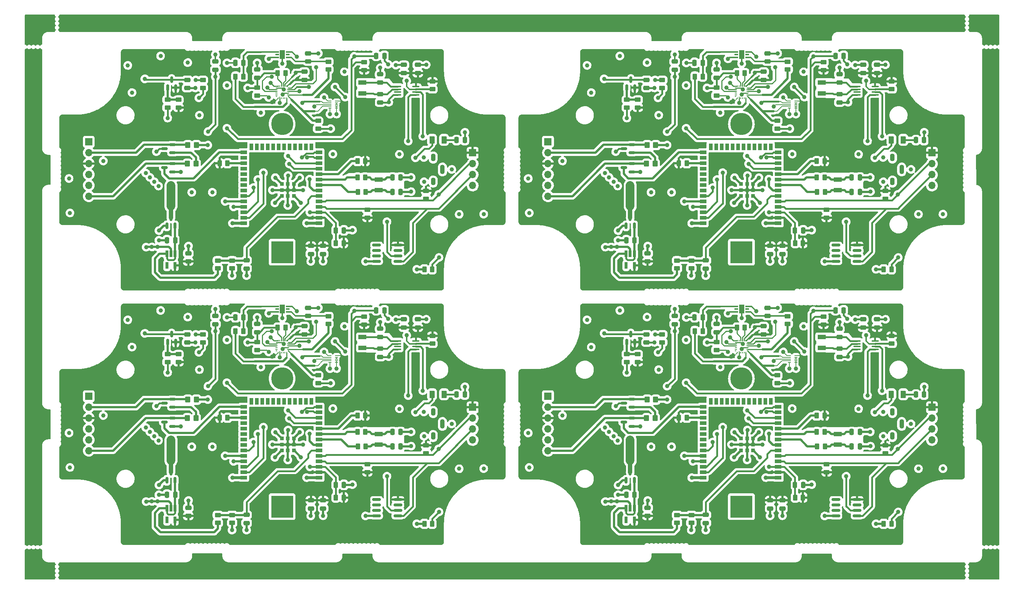
<source format=gbr>
%TF.GenerationSoftware,KiCad,Pcbnew,6.0.11-2627ca5db0~126~ubuntu20.04.1*%
%TF.CreationDate,2024-09-10T20:57:43-04:00*%
%TF.ProjectId,panel,70616e65-6c2e-46b6-9963-61645f706362,rev?*%
%TF.SameCoordinates,Original*%
%TF.FileFunction,Copper,L1,Top*%
%TF.FilePolarity,Positive*%
%FSLAX46Y46*%
G04 Gerber Fmt 4.6, Leading zero omitted, Abs format (unit mm)*
G04 Created by KiCad (PCBNEW 6.0.11-2627ca5db0~126~ubuntu20.04.1) date 2024-09-10 20:57:43*
%MOMM*%
%LPD*%
G01*
G04 APERTURE LIST*
G04 Aperture macros list*
%AMRoundRect*
0 Rectangle with rounded corners*
0 $1 Rounding radius*
0 $2 $3 $4 $5 $6 $7 $8 $9 X,Y pos of 4 corners*
0 Add a 4 corners polygon primitive as box body*
4,1,4,$2,$3,$4,$5,$6,$7,$8,$9,$2,$3,0*
0 Add four circle primitives for the rounded corners*
1,1,$1+$1,$2,$3*
1,1,$1+$1,$4,$5*
1,1,$1+$1,$6,$7*
1,1,$1+$1,$8,$9*
0 Add four rect primitives between the rounded corners*
20,1,$1+$1,$2,$3,$4,$5,0*
20,1,$1+$1,$4,$5,$6,$7,0*
20,1,$1+$1,$6,$7,$8,$9,0*
20,1,$1+$1,$8,$9,$2,$3,0*%
G04 Aperture macros list end*
%TA.AperFunction,SMDPad,CuDef*%
%ADD10RoundRect,0.250000X-0.250000X-0.475000X0.250000X-0.475000X0.250000X0.475000X-0.250000X0.475000X0*%
%TD*%
%TA.AperFunction,SMDPad,CuDef*%
%ADD11R,0.765000X0.210000*%
%TD*%
%TA.AperFunction,SMDPad,CuDef*%
%ADD12R,0.650000X1.560000*%
%TD*%
%TA.AperFunction,SMDPad,CuDef*%
%ADD13RoundRect,0.250000X-0.450000X0.262500X-0.450000X-0.262500X0.450000X-0.262500X0.450000X0.262500X0*%
%TD*%
%TA.AperFunction,SMDPad,CuDef*%
%ADD14RoundRect,0.250000X0.475000X-0.250000X0.475000X0.250000X-0.475000X0.250000X-0.475000X-0.250000X0*%
%TD*%
%TA.AperFunction,SMDPad,CuDef*%
%ADD15RoundRect,0.250000X0.450000X-0.262500X0.450000X0.262500X-0.450000X0.262500X-0.450000X-0.262500X0*%
%TD*%
%TA.AperFunction,SMDPad,CuDef*%
%ADD16RoundRect,0.250000X-0.475000X0.250000X-0.475000X-0.250000X0.475000X-0.250000X0.475000X0.250000X0*%
%TD*%
%TA.AperFunction,SMDPad,CuDef*%
%ADD17RoundRect,0.250000X0.250000X0.475000X-0.250000X0.475000X-0.250000X-0.475000X0.250000X-0.475000X0*%
%TD*%
%TA.AperFunction,SMDPad,CuDef*%
%ADD18R,1.900000X1.100000*%
%TD*%
%TA.AperFunction,SMDPad,CuDef*%
%ADD19RoundRect,0.150000X-0.825000X-0.150000X0.825000X-0.150000X0.825000X0.150000X-0.825000X0.150000X0*%
%TD*%
%TA.AperFunction,SMDPad,CuDef*%
%ADD20RoundRect,0.250000X-0.262500X-0.450000X0.262500X-0.450000X0.262500X0.450000X-0.262500X0.450000X0*%
%TD*%
%TA.AperFunction,SMDPad,CuDef*%
%ADD21RoundRect,0.250000X0.350000X0.450000X-0.350000X0.450000X-0.350000X-0.450000X0.350000X-0.450000X0*%
%TD*%
%TA.AperFunction,SMDPad,CuDef*%
%ADD22RoundRect,0.250000X0.375000X0.625000X-0.375000X0.625000X-0.375000X-0.625000X0.375000X-0.625000X0*%
%TD*%
%TA.AperFunction,SMDPad,CuDef*%
%ADD23RoundRect,0.250000X0.262500X0.450000X-0.262500X0.450000X-0.262500X-0.450000X0.262500X-0.450000X0*%
%TD*%
%TA.AperFunction,SMDPad,CuDef*%
%ADD24RoundRect,0.150000X0.150000X-0.587500X0.150000X0.587500X-0.150000X0.587500X-0.150000X-0.587500X0*%
%TD*%
%TA.AperFunction,SMDPad,CuDef*%
%ADD25RoundRect,0.100000X-0.712500X-0.100000X0.712500X-0.100000X0.712500X0.100000X-0.712500X0.100000X0*%
%TD*%
%TA.AperFunction,SMDPad,CuDef*%
%ADD26RoundRect,0.150000X0.587500X0.150000X-0.587500X0.150000X-0.587500X-0.150000X0.587500X-0.150000X0*%
%TD*%
%TA.AperFunction,SMDPad,CuDef*%
%ADD27RoundRect,0.012800X-0.357200X-0.147200X0.357200X-0.147200X0.357200X0.147200X-0.357200X0.147200X0*%
%TD*%
%TA.AperFunction,SMDPad,CuDef*%
%ADD28R,1.300000X2.000000*%
%TD*%
%TA.AperFunction,SMDPad,CuDef*%
%ADD29R,1.500000X0.900000*%
%TD*%
%TA.AperFunction,SMDPad,CuDef*%
%ADD30R,0.900000X1.500000*%
%TD*%
%TA.AperFunction,SMDPad,CuDef*%
%ADD31R,0.900000X0.900000*%
%TD*%
%TA.AperFunction,SMDPad,CuDef*%
%ADD32R,0.254000X0.330200*%
%TD*%
%TA.AperFunction,SMDPad,CuDef*%
%ADD33R,0.254000X0.508000*%
%TD*%
%TA.AperFunction,SMDPad,CuDef*%
%ADD34R,0.254000X0.355600*%
%TD*%
%TA.AperFunction,SMDPad,CuDef*%
%ADD35R,0.431800X0.254000*%
%TD*%
%TA.AperFunction,SMDPad,CuDef*%
%ADD36R,0.508000X0.254000*%
%TD*%
%TA.AperFunction,ComponentPad*%
%ADD37R,5.175000X5.175000*%
%TD*%
%TA.AperFunction,ComponentPad*%
%ADD38C,5.175000*%
%TD*%
%TA.AperFunction,ComponentPad*%
%ADD39R,1.700000X1.700000*%
%TD*%
%TA.AperFunction,ComponentPad*%
%ADD40O,1.700000X1.700000*%
%TD*%
%TA.AperFunction,ComponentPad*%
%ADD41O,1.100000X1.800000*%
%TD*%
%TA.AperFunction,ComponentPad*%
%ADD42O,1.100000X2.200000*%
%TD*%
%TA.AperFunction,ViaPad*%
%ADD43C,1.000000*%
%TD*%
%TA.AperFunction,Conductor*%
%ADD44C,0.210000*%
%TD*%
%TA.AperFunction,Conductor*%
%ADD45C,0.254000*%
%TD*%
%TA.AperFunction,Conductor*%
%ADD46C,0.500000*%
%TD*%
%TA.AperFunction,Conductor*%
%ADD47C,0.400000*%
%TD*%
%TA.AperFunction,Conductor*%
%ADD48C,0.330000*%
%TD*%
%TA.AperFunction,Conductor*%
%ADD49C,0.700000*%
%TD*%
%TA.AperFunction,Conductor*%
%ADD50C,1.000000*%
%TD*%
%TA.AperFunction,Conductor*%
%ADD51C,2.000000*%
%TD*%
G04 APERTURE END LIST*
D10*
%TO.P,C20,1*%
%TO.N,Board_0-/USER_INPUT*%
X82270700Y-10090000D03*
%TO.P,C20,2*%
%TO.N,Board_0-GND*%
X84170700Y-10090000D03*
%TD*%
D11*
%TO.P,U9,1,PD1*%
%TO.N,Board_0-/Sensors/OP_AMP_PWR_DOWN*%
X71532700Y-20640000D03*
%TO.P,U9,2,OUT1*%
%TO.N,Board_0-/MAG*%
X71532700Y-21040000D03*
%TO.P,U9,3,IN-1*%
%TO.N,Board_0-/Sensors/RH1_B*%
X71532700Y-21440000D03*
%TO.P,U9,4,IN+1*%
%TO.N,Board_0-/Sensors/RH0_B*%
X71532700Y-21840000D03*
%TO.P,U9,5,VSS*%
%TO.N,Board_0-GND*%
X71532700Y-22240000D03*
%TO.P,U9,6,PD2*%
X73068700Y-22240000D03*
%TO.P,U9,7,IN+2*%
X73068700Y-21840000D03*
%TO.P,U9,8,IN-2*%
%TO.N,Board_0-Net-(U9-Pad8)*%
X73068700Y-21440000D03*
%TO.P,U9,9,OUT2*%
X73068700Y-21040000D03*
%TO.P,U9,10,VDD*%
%TO.N,Board_0-+3V3*%
X73068700Y-20640000D03*
%TD*%
D12*
%TO.P,U1,1,VIN*%
%TO.N,Board_1-/VBATT*%
X142353300Y-56220000D03*
%TO.P,U1,2,GND*%
%TO.N,Board_1-GND*%
X141403300Y-56220000D03*
%TO.P,U1,3,VIN/EN*%
%TO.N,Board_1-/VBATT*%
X140453300Y-56220000D03*
%TO.P,U1,4,SNS/NC*%
%TO.N,Board_1-unconnected-(U1-Pad4)*%
X140453300Y-58920000D03*
%TO.P,U1,5,VOUT*%
%TO.N,Board_1-+3V3*%
X142353300Y-58920000D03*
%TD*%
D13*
%TO.P,R18,1*%
%TO.N,Board_2-/MAG*%
X54590700Y-76785100D03*
%TO.P,R18,2*%
%TO.N,Board_2-/Sensors/RH1_B*%
X54590700Y-78610100D03*
%TD*%
D14*
%TO.P,C10,1*%
%TO.N,Board_1-+3V3*%
X145443300Y-57990000D03*
%TO.P,C10,2*%
%TO.N,Board_1-GND*%
X145443300Y-56090000D03*
%TD*%
%TO.P,C17,1*%
%TO.N,Board_0-/EN*%
X44863200Y-13317500D03*
%TO.P,C17,2*%
%TO.N,Board_0-GND*%
X44863200Y-11417500D03*
%TD*%
D15*
%TO.P,R16,1*%
%TO.N,Board_0-/Sensors/RH1_A*%
X71170700Y-13272500D03*
%TO.P,R16,2*%
%TO.N,Board_0-/Sensors/MAG-*%
X71170700Y-11447500D03*
%TD*%
D16*
%TO.P,C4,1*%
%TO.N,Board_1-+3V3*%
X173973300Y-54330000D03*
%TO.P,C4,2*%
%TO.N,Board_1-GND*%
X173973300Y-56230000D03*
%TD*%
D17*
%TO.P,C5,1*%
%TO.N,Board_3-GND*%
X209783300Y-88987600D03*
%TO.P,C5,2*%
%TO.N,Board_3-+5V*%
X207883300Y-88987600D03*
%TD*%
D18*
%TO.P,Y2,1*%
%TO.N,Board_2-Net-(C13-Pad2)*%
X79060700Y-78082600D03*
%TO.P,Y2,2*%
%TO.N,Board_2-Net-(C7-Pad2)*%
X79060700Y-75582600D03*
%TD*%
D15*
%TO.P,R20,1*%
%TO.N,Board_1-+3V3*%
X186383300Y-13432500D03*
%TO.P,R20,2*%
%TO.N,Board_1-/USER_INPUT*%
X186383300Y-11607500D03*
%TD*%
%TO.P,R10,1*%
%TO.N,Board_1-/VBATT*%
X152303300Y-59582500D03*
%TO.P,R10,2*%
%TO.N,Board_1-/VBATT_DIV*%
X152303300Y-57757500D03*
%TD*%
D16*
%TO.P,C4,1*%
%TO.N,Board_3-+3V3*%
X173973300Y-113597600D03*
%TO.P,C4,2*%
%TO.N,Board_3-GND*%
X173973300Y-115497600D03*
%TD*%
%TO.P,C8,1*%
%TO.N,Board_1-GND*%
X195633300Y-12190000D03*
%TO.P,C8,2*%
%TO.N,Board_1-+3V3*%
X195633300Y-14090000D03*
%TD*%
%TO.P,C18,1*%
%TO.N,Board_1-GND*%
X172453300Y-13790000D03*
%TO.P,C18,2*%
%TO.N,Board_1-+3V3*%
X172453300Y-15690000D03*
%TD*%
D12*
%TO.P,U1,1,VIN*%
%TO.N,Board_0-/VBATT*%
X35460700Y-56220000D03*
%TO.P,U1,2,GND*%
%TO.N,Board_0-GND*%
X34510700Y-56220000D03*
%TO.P,U1,3,VIN/EN*%
%TO.N,Board_0-/VBATT*%
X33560700Y-56220000D03*
%TO.P,U1,4,SNS/NC*%
%TO.N,Board_0-unconnected-(U1-Pad4)*%
X33560700Y-58920000D03*
%TO.P,U1,5,VOUT*%
%TO.N,Board_0-+3V3*%
X35460700Y-58920000D03*
%TD*%
D13*
%TO.P,R18,1*%
%TO.N,Board_1-/MAG*%
X161483300Y-17517500D03*
%TO.P,R18,2*%
%TO.N,Board_1-/Sensors/RH1_B*%
X161483300Y-19342500D03*
%TD*%
D17*
%TO.P,C9,1*%
%TO.N,Board_2-/VBATT*%
X35490700Y-112297600D03*
%TO.P,C9,2*%
%TO.N,Board_2-GND*%
X33590700Y-112297600D03*
%TD*%
D16*
%TO.P,C4,1*%
%TO.N,Board_0-+3V3*%
X67080700Y-54330000D03*
%TO.P,C4,2*%
%TO.N,Board_0-GND*%
X67080700Y-56230000D03*
%TD*%
D15*
%TO.P,R19,1*%
%TO.N,Board_3-GND*%
X175653300Y-86320100D03*
%TO.P,R19,2*%
%TO.N,Board_3-/Sensors/RH0_B*%
X175653300Y-84495100D03*
%TD*%
D19*
%TO.P,U8,1,A0*%
%TO.N,Board_2-unconnected-(U8-Pad1)*%
X82370700Y-113427600D03*
%TO.P,U8,2,A1*%
%TO.N,Board_2-unconnected-(U8-Pad2)*%
X82370700Y-114697600D03*
%TO.P,U8,3,A2*%
%TO.N,Board_2-unconnected-(U8-Pad3)*%
X82370700Y-115967600D03*
%TO.P,U8,4,VSS*%
%TO.N,Board_2-GND*%
X82370700Y-117237600D03*
%TO.P,U8,5,SDA*%
%TO.N,Board_2-/SDA*%
X87320700Y-117237600D03*
%TO.P,U8,6,SCL*%
%TO.N,Board_2-/SCL*%
X87320700Y-115967600D03*
%TO.P,U8,7,WP*%
%TO.N,Board_2-unconnected-(U8-Pad7)*%
X87320700Y-114697600D03*
%TO.P,U8,8,VDD*%
%TO.N,Board_2-+3V3*%
X87320700Y-113427600D03*
%TD*%
D17*
%TO.P,C2,1*%
%TO.N,Board_3-GND*%
X194863300Y-97707600D03*
%TO.P,C2,2*%
%TO.N,Board_3-Net-(C2-Pad2)*%
X192963300Y-97707600D03*
%TD*%
D13*
%TO.P,R14,1*%
%TO.N,Board_1-/VBATT_DIV*%
X155638300Y-57757500D03*
%TO.P,R14,2*%
%TO.N,Board_1-GND*%
X155638300Y-59582500D03*
%TD*%
D16*
%TO.P,C18,1*%
%TO.N,Board_2-GND*%
X65560700Y-73057600D03*
%TO.P,C18,2*%
%TO.N,Board_2-+3V3*%
X65560700Y-74957600D03*
%TD*%
D20*
%TO.P,R17,1*%
%TO.N,Board_1-/Sensors/RH0_A*%
X156430800Y-14927500D03*
%TO.P,R17,2*%
%TO.N,Board_1-/Sensors/MAG+*%
X158255800Y-14927500D03*
%TD*%
D21*
%TO.P,R22,1*%
%TO.N,Board_3-Net-(Q4-Pad1)*%
X147323300Y-90157600D03*
%TO.P,R22,2*%
%TO.N,Board_3-/RTS*%
X145323300Y-90157600D03*
%TD*%
D16*
%TO.P,C6,1*%
%TO.N,Board_2-+3V3*%
X69930700Y-113597600D03*
%TO.P,C6,2*%
%TO.N,Board_2-GND*%
X69930700Y-115497600D03*
%TD*%
D20*
%TO.P,R4,1*%
%TO.N,Board_0-/PIN10*%
X77930700Y-34610000D03*
%TO.P,R4,2*%
%TO.N,Board_0-+3V3*%
X79755700Y-34610000D03*
%TD*%
D14*
%TO.P,C17,1*%
%TO.N,Board_1-/EN*%
X151755800Y-13317500D03*
%TO.P,C17,2*%
%TO.N,Board_1-GND*%
X151755800Y-11417500D03*
%TD*%
D22*
%TO.P,F1,1*%
%TO.N,Board_0-+5V*%
X98080700Y-29650000D03*
%TO.P,F1,2*%
%TO.N,Board_0-Net-(F1-Pad2)*%
X95280700Y-29650000D03*
%TD*%
D17*
%TO.P,C2,1*%
%TO.N,Board_2-GND*%
X87970700Y-97707600D03*
%TO.P,C2,2*%
%TO.N,Board_2-Net-(C2-Pad2)*%
X86070700Y-97707600D03*
%TD*%
%TO.P,C12,1*%
%TO.N,Board_0-/Sensors/MAG+*%
X51390700Y-11727500D03*
%TO.P,C12,2*%
%TO.N,Board_0-GND*%
X49490700Y-11727500D03*
%TD*%
D15*
%TO.P,R13,1*%
%TO.N,Board_1-/LED_PWR*%
X140603300Y-22152500D03*
%TO.P,R13,2*%
%TO.N,Board_1-Net-(Q2-Pad1)*%
X140603300Y-20327500D03*
%TD*%
D17*
%TO.P,C12,1*%
%TO.N,Board_2-/Sensors/MAG+*%
X51390700Y-70995100D03*
%TO.P,C12,2*%
%TO.N,Board_2-GND*%
X49490700Y-70995100D03*
%TD*%
D20*
%TO.P,R4,1*%
%TO.N,Board_1-/PIN10*%
X184823300Y-34610000D03*
%TO.P,R4,2*%
%TO.N,Board_1-+3V3*%
X186648300Y-34610000D03*
%TD*%
D16*
%TO.P,C14,1*%
%TO.N,Board_2-GND*%
X91960700Y-71457600D03*
%TO.P,C14,2*%
%TO.N,Board_2-+3V3*%
X91960700Y-73357600D03*
%TD*%
D23*
%TO.P,R15,1*%
%TO.N,Board_2-Net-(R15-Pad1)*%
X61173200Y-73387600D03*
%TO.P,R15,2*%
%TO.N,Board_2-/MAG*%
X59348200Y-73387600D03*
%TD*%
D24*
%TO.P,Q2,1,G*%
%TO.N,Board_2-Net-(Q2-Pad1)*%
X33710700Y-76782600D03*
%TO.P,Q2,2,S*%
%TO.N,Board_2-+3V3*%
X35610700Y-76782600D03*
%TO.P,Q2,3,D*%
%TO.N,Board_2-Net-(C15-Pad1)*%
X34660700Y-74907600D03*
%TD*%
D25*
%TO.P,U5,1,OSCI*%
%TO.N,Board_2-Net-(C7-Pad2)*%
X87288200Y-76492600D03*
%TO.P,U5,2,OSCO*%
%TO.N,Board_2-Net-(C13-Pad2)*%
X87288200Y-77142600D03*
%TO.P,U5,3,~{INT}*%
%TO.N,Board_2-unconnected-(U5-Pad3)*%
X87288200Y-77792600D03*
%TO.P,U5,4,VSS*%
%TO.N,Board_2-GND*%
X87288200Y-78442600D03*
%TO.P,U5,5,SDA*%
%TO.N,Board_2-/SDA*%
X91513200Y-78442600D03*
%TO.P,U5,6,SCL*%
%TO.N,Board_2-/SCL*%
X91513200Y-77792600D03*
%TO.P,U5,7,CLKO*%
%TO.N,Board_2-/M_CLK*%
X91513200Y-77142600D03*
%TO.P,U5,8,VDD*%
%TO.N,Board_2-+3V3*%
X91513200Y-76492600D03*
%TD*%
%TO.P,U5,1,OSCI*%
%TO.N,Board_1-Net-(C7-Pad2)*%
X194180800Y-17225000D03*
%TO.P,U5,2,OSCO*%
%TO.N,Board_1-Net-(C13-Pad2)*%
X194180800Y-17875000D03*
%TO.P,U5,3,~{INT}*%
%TO.N,Board_1-unconnected-(U5-Pad3)*%
X194180800Y-18525000D03*
%TO.P,U5,4,VSS*%
%TO.N,Board_1-GND*%
X194180800Y-19175000D03*
%TO.P,U5,5,SDA*%
%TO.N,Board_1-/SDA*%
X198405800Y-19175000D03*
%TO.P,U5,6,SCL*%
%TO.N,Board_1-/SCL*%
X198405800Y-18525000D03*
%TO.P,U5,7,CLKO*%
%TO.N,Board_1-/M_CLK*%
X198405800Y-17875000D03*
%TO.P,U5,8,VDD*%
%TO.N,Board_1-+3V3*%
X198405800Y-17225000D03*
%TD*%
D24*
%TO.P,Q2,1,G*%
%TO.N,Board_0-Net-(Q2-Pad1)*%
X33710700Y-17515000D03*
%TO.P,Q2,2,S*%
%TO.N,Board_0-+3V3*%
X35610700Y-17515000D03*
%TO.P,Q2,3,D*%
%TO.N,Board_0-Net-(C15-Pad1)*%
X34660700Y-15640000D03*
%TD*%
D15*
%TO.P,R20,1*%
%TO.N,Board_0-+3V3*%
X79490700Y-13432500D03*
%TO.P,R20,2*%
%TO.N,Board_0-/USER_INPUT*%
X79490700Y-11607500D03*
%TD*%
D13*
%TO.P,R11,1*%
%TO.N,Board_1-Net-(R11-Pad1)*%
X148853300Y-15715000D03*
%TO.P,R11,2*%
%TO.N,Board_1-/LED_PIN0*%
X148853300Y-17540000D03*
%TD*%
%TO.P,R11,1*%
%TO.N,Board_3-Net-(R11-Pad1)*%
X148853300Y-74982600D03*
%TO.P,R11,2*%
%TO.N,Board_3-/LED_PIN0*%
X148853300Y-76807600D03*
%TD*%
D15*
%TO.P,R19,1*%
%TO.N,Board_0-GND*%
X68760700Y-27052500D03*
%TO.P,R19,2*%
%TO.N,Board_0-/Sensors/RH0_B*%
X68760700Y-25227500D03*
%TD*%
D26*
%TO.P,Q3,1,B*%
%TO.N,Board_3-Net-(Q3-Pad1)*%
X141770800Y-91927600D03*
%TO.P,Q3,2,E*%
%TO.N,Board_3-/RTS*%
X141770800Y-90027600D03*
%TO.P,Q3,3,C*%
%TO.N,Board_3-/EN*%
X139895800Y-90977600D03*
%TD*%
D24*
%TO.P,Q1,1,G*%
%TO.N,Board_3-GND*%
X140443300Y-108955100D03*
%TO.P,Q1,2,S*%
%TO.N,Board_3-/VBATT*%
X142343300Y-108955100D03*
%TO.P,Q1,3,D*%
%TO.N,Board_3-Net-(J1-Pad1)*%
X141393300Y-107080100D03*
%TD*%
D23*
%TO.P,R15,1*%
%TO.N,Board_3-Net-(R15-Pad1)*%
X168065800Y-73387600D03*
%TO.P,R15,2*%
%TO.N,Board_3-/MAG*%
X166240800Y-73387600D03*
%TD*%
D15*
%TO.P,R13,1*%
%TO.N,Board_3-/LED_PWR*%
X140603300Y-81420100D03*
%TO.P,R13,2*%
%TO.N,Board_3-Net-(Q2-Pad1)*%
X140603300Y-79595100D03*
%TD*%
D20*
%TO.P,R9,1*%
%TO.N,Board_1-+3V3*%
X152740800Y-35110000D03*
%TO.P,R9,2*%
%TO.N,Board_1-Net-(R9-Pad2)*%
X154565800Y-35110000D03*
%TD*%
D10*
%TO.P,C20,1*%
%TO.N,Board_1-/USER_INPUT*%
X189163300Y-10090000D03*
%TO.P,C20,2*%
%TO.N,Board_1-GND*%
X191063300Y-10090000D03*
%TD*%
D16*
%TO.P,C4,1*%
%TO.N,Board_2-+3V3*%
X67080700Y-113597600D03*
%TO.P,C4,2*%
%TO.N,Board_2-GND*%
X67080700Y-115497600D03*
%TD*%
D15*
%TO.P,R8,1*%
%TO.N,Board_3-/M_CLK*%
X202263300Y-77130100D03*
%TO.P,R8,2*%
%TO.N,Board_3-+3V3*%
X202263300Y-75305100D03*
%TD*%
D20*
%TO.P,R3,1*%
%TO.N,Board_0-Net-(R3-Pad1)*%
X77930700Y-38440000D03*
%TO.P,R3,2*%
%TO.N,Board_0-Net-(C2-Pad2)*%
X79755700Y-38440000D03*
%TD*%
D27*
%TO.P,U3,1,VOUT+*%
%TO.N,Board_0-/Sensors/MAG+*%
X59201350Y-9180000D03*
%TO.P,U3,2*%
%TO.N,N/C*%
X59201350Y-9830000D03*
%TO.P,U3,3,GND*%
%TO.N,Board_0-GND*%
X59201350Y-10480000D03*
%TO.P,U3,4,VOUT-*%
%TO.N,Board_0-/Sensors/MAG-*%
X61691350Y-10480000D03*
%TO.P,U3,5*%
%TO.N,N/C*%
X61691350Y-9830000D03*
%TO.P,U3,6,VCC*%
%TO.N,Board_0-/Sensors/MAG_PWR*%
X61691350Y-9180000D03*
D28*
%TO.P,U3,7,GND-PAD*%
%TO.N,Board_0-GND*%
X60446350Y-9830000D03*
%TD*%
D20*
%TO.P,R3,1*%
%TO.N,Board_1-Net-(R3-Pad1)*%
X184823300Y-38440000D03*
%TO.P,R3,2*%
%TO.N,Board_1-Net-(C2-Pad2)*%
X186648300Y-38440000D03*
%TD*%
D26*
%TO.P,Q4,1,B*%
%TO.N,Board_2-Net-(Q4-Pad1)*%
X34878200Y-96377600D03*
%TO.P,Q4,2,E*%
%TO.N,Board_2-/DTR*%
X34878200Y-94477600D03*
%TO.P,Q4,3,C*%
%TO.N,Board_2-/GPIO0*%
X33003200Y-95427600D03*
%TD*%
D14*
%TO.P,C13,1*%
%TO.N,Board_1-GND*%
X190103300Y-20950000D03*
%TO.P,C13,2*%
%TO.N,Board_1-Net-(C13-Pad2)*%
X190103300Y-19050000D03*
%TD*%
D21*
%TO.P,R22,1*%
%TO.N,Board_2-Net-(Q4-Pad1)*%
X40430700Y-90157600D03*
%TO.P,R22,2*%
%TO.N,Board_2-/RTS*%
X38430700Y-90157600D03*
%TD*%
D26*
%TO.P,Q3,1,B*%
%TO.N,Board_2-Net-(Q3-Pad1)*%
X34878200Y-91927600D03*
%TO.P,Q3,2,E*%
%TO.N,Board_2-/RTS*%
X34878200Y-90027600D03*
%TO.P,Q3,3,C*%
%TO.N,Board_2-/EN*%
X33003200Y-90977600D03*
%TD*%
D23*
%TO.P,R6,1*%
%TO.N,Board_3-Net-(D2-Pad1)*%
X202215800Y-119087600D03*
%TO.P,R6,2*%
%TO.N,Board_3-GND*%
X200390800Y-119087600D03*
%TD*%
D16*
%TO.P,C7,1*%
%TO.N,Board_3-GND*%
X190093300Y-73667600D03*
%TO.P,C7,2*%
%TO.N,Board_3-Net-(C7-Pad2)*%
X190093300Y-75567600D03*
%TD*%
D17*
%TO.P,C12,1*%
%TO.N,Board_3-/Sensors/MAG+*%
X158283300Y-70995100D03*
%TO.P,C12,2*%
%TO.N,Board_3-GND*%
X156383300Y-70995100D03*
%TD*%
D20*
%TO.P,R17,1*%
%TO.N,Board_2-/Sensors/RH0_A*%
X49538200Y-74195100D03*
%TO.P,R17,2*%
%TO.N,Board_2-/Sensors/MAG+*%
X51363200Y-74195100D03*
%TD*%
D15*
%TO.P,R20,1*%
%TO.N,Board_3-+3V3*%
X186383300Y-72700100D03*
%TO.P,R20,2*%
%TO.N,Board_3-/USER_INPUT*%
X186383300Y-70875100D03*
%TD*%
%TO.P,R5,1*%
%TO.N,Board_3-/SCL*%
X200793300Y-102652600D03*
%TO.P,R5,2*%
%TO.N,Board_3-+3V3*%
X200793300Y-100827600D03*
%TD*%
%TO.P,R16,1*%
%TO.N,Board_2-/Sensors/RH1_A*%
X71170700Y-72540100D03*
%TO.P,R16,2*%
%TO.N,Board_2-/Sensors/MAG-*%
X71170700Y-70715100D03*
%TD*%
D20*
%TO.P,R17,1*%
%TO.N,Board_0-/Sensors/RH0_A*%
X49538200Y-14927500D03*
%TO.P,R17,2*%
%TO.N,Board_0-/Sensors/MAG+*%
X51363200Y-14927500D03*
%TD*%
%TO.P,R1,1*%
%TO.N,Board_1-/EN*%
X179790800Y-53690000D03*
%TO.P,R1,2*%
%TO.N,Board_1-+3V3*%
X181615800Y-53690000D03*
%TD*%
D18*
%TO.P,Y2,1*%
%TO.N,Board_0-Net-(C13-Pad2)*%
X79060700Y-18815000D03*
%TO.P,Y2,2*%
%TO.N,Board_0-Net-(C7-Pad2)*%
X79060700Y-16315000D03*
%TD*%
D25*
%TO.P,U5,1,OSCI*%
%TO.N,Board_0-Net-(C7-Pad2)*%
X87288200Y-17225000D03*
%TO.P,U5,2,OSCO*%
%TO.N,Board_0-Net-(C13-Pad2)*%
X87288200Y-17875000D03*
%TO.P,U5,3,~{INT}*%
%TO.N,Board_0-unconnected-(U5-Pad3)*%
X87288200Y-18525000D03*
%TO.P,U5,4,VSS*%
%TO.N,Board_0-GND*%
X87288200Y-19175000D03*
%TO.P,U5,5,SDA*%
%TO.N,Board_0-/SDA*%
X91513200Y-19175000D03*
%TO.P,U5,6,SCL*%
%TO.N,Board_0-/SCL*%
X91513200Y-18525000D03*
%TO.P,U5,7,CLKO*%
%TO.N,Board_0-/M_CLK*%
X91513200Y-17875000D03*
%TO.P,U5,8,VDD*%
%TO.N,Board_0-+3V3*%
X91513200Y-17225000D03*
%TD*%
D15*
%TO.P,R13,1*%
%TO.N,Board_0-/LED_PWR*%
X33710700Y-22152500D03*
%TO.P,R13,2*%
%TO.N,Board_0-Net-(Q2-Pad1)*%
X33710700Y-20327500D03*
%TD*%
D21*
%TO.P,R22,1*%
%TO.N,Board_1-Net-(Q4-Pad1)*%
X147323300Y-30890000D03*
%TO.P,R22,2*%
%TO.N,Board_1-/RTS*%
X145323300Y-30890000D03*
%TD*%
D18*
%TO.P,Y1,1*%
%TO.N,Board_1-Net-(C2-Pad2)*%
X189713300Y-38895000D03*
%TO.P,Y1,2*%
%TO.N,Board_1-Net-(C1-Pad2)*%
X189713300Y-41395000D03*
%TD*%
D17*
%TO.P,C9,1*%
%TO.N,Board_0-/VBATT*%
X35490700Y-53030000D03*
%TO.P,C9,2*%
%TO.N,Board_0-GND*%
X33590700Y-53030000D03*
%TD*%
D15*
%TO.P,R16,1*%
%TO.N,Board_1-/Sensors/RH1_A*%
X178063300Y-13272500D03*
%TO.P,R16,2*%
%TO.N,Board_1-/Sensors/MAG-*%
X178063300Y-11447500D03*
%TD*%
D14*
%TO.P,C10,1*%
%TO.N,Board_2-+3V3*%
X38550700Y-117257600D03*
%TO.P,C10,2*%
%TO.N,Board_2-GND*%
X38550700Y-115357600D03*
%TD*%
D16*
%TO.P,C7,1*%
%TO.N,Board_2-GND*%
X83200700Y-73667600D03*
%TO.P,C7,2*%
%TO.N,Board_2-Net-(C7-Pad2)*%
X83200700Y-75567600D03*
%TD*%
D14*
%TO.P,C17,1*%
%TO.N,Board_3-/EN*%
X151755800Y-72585100D03*
%TO.P,C17,2*%
%TO.N,Board_3-GND*%
X151755800Y-70685100D03*
%TD*%
D26*
%TO.P,Q3,1,B*%
%TO.N,Board_1-Net-(Q3-Pad1)*%
X141770800Y-32660000D03*
%TO.P,Q3,2,E*%
%TO.N,Board_1-/RTS*%
X141770800Y-30760000D03*
%TO.P,Q3,3,C*%
%TO.N,Board_1-/EN*%
X139895800Y-31710000D03*
%TD*%
D15*
%TO.P,R5,1*%
%TO.N,Board_1-/SCL*%
X200793300Y-43385000D03*
%TO.P,R5,2*%
%TO.N,Board_1-+3V3*%
X200793300Y-41560000D03*
%TD*%
D24*
%TO.P,Q2,1,G*%
%TO.N,Board_3-Net-(Q2-Pad1)*%
X140603300Y-76782600D03*
%TO.P,Q2,2,S*%
%TO.N,Board_3-+3V3*%
X142503300Y-76782600D03*
%TO.P,Q2,3,D*%
%TO.N,Board_3-Net-(C15-Pad1)*%
X141553300Y-74907600D03*
%TD*%
D11*
%TO.P,U9,1,PD1*%
%TO.N,Board_2-/Sensors/OP_AMP_PWR_DOWN*%
X71532700Y-79907600D03*
%TO.P,U9,2,OUT1*%
%TO.N,Board_2-/MAG*%
X71532700Y-80307600D03*
%TO.P,U9,3,IN-1*%
%TO.N,Board_2-/Sensors/RH1_B*%
X71532700Y-80707600D03*
%TO.P,U9,4,IN+1*%
%TO.N,Board_2-/Sensors/RH0_B*%
X71532700Y-81107600D03*
%TO.P,U9,5,VSS*%
%TO.N,Board_2-GND*%
X71532700Y-81507600D03*
%TO.P,U9,6,PD2*%
X73068700Y-81507600D03*
%TO.P,U9,7,IN+2*%
X73068700Y-81107600D03*
%TO.P,U9,8,IN-2*%
%TO.N,Board_2-Net-(U9-Pad8)*%
X73068700Y-80707600D03*
%TO.P,U9,9,OUT2*%
X73068700Y-80307600D03*
%TO.P,U9,10,VDD*%
%TO.N,Board_2-+3V3*%
X73068700Y-79907600D03*
%TD*%
D20*
%TO.P,R4,1*%
%TO.N,Board_2-/PIN10*%
X77930700Y-93877600D03*
%TO.P,R4,2*%
%TO.N,Board_2-+3V3*%
X79755700Y-93877600D03*
%TD*%
D13*
%TO.P,R7,1*%
%TO.N,Board_2-/SDA*%
X80230700Y-105247600D03*
%TO.P,R7,2*%
%TO.N,Board_2-+3V3*%
X80230700Y-107072600D03*
%TD*%
D14*
%TO.P,C10,1*%
%TO.N,Board_0-+3V3*%
X38550700Y-57990000D03*
%TO.P,C10,2*%
%TO.N,Board_0-GND*%
X38550700Y-56090000D03*
%TD*%
D17*
%TO.P,C1,1*%
%TO.N,Board_0-GND*%
X87970700Y-41770000D03*
%TO.P,C1,2*%
%TO.N,Board_0-Net-(C1-Pad2)*%
X86070700Y-41770000D03*
%TD*%
D18*
%TO.P,Y1,1*%
%TO.N,Board_0-Net-(C2-Pad2)*%
X82820700Y-38895000D03*
%TO.P,Y1,2*%
%TO.N,Board_0-Net-(C1-Pad2)*%
X82820700Y-41395000D03*
%TD*%
D16*
%TO.P,C15,1*%
%TO.N,Board_3-Net-(C15-Pad1)*%
X145203300Y-74945100D03*
%TO.P,C15,2*%
%TO.N,Board_3-GND*%
X145203300Y-76845100D03*
%TD*%
D14*
%TO.P,C16,1*%
%TO.N,Board_2-/MAG*%
X54590700Y-74437600D03*
%TO.P,C16,2*%
%TO.N,Board_2-GND*%
X54590700Y-72537600D03*
%TD*%
D23*
%TO.P,R15,1*%
%TO.N,Board_1-Net-(R15-Pad1)*%
X168065800Y-14120000D03*
%TO.P,R15,2*%
%TO.N,Board_1-/MAG*%
X166240800Y-14120000D03*
%TD*%
D26*
%TO.P,Q3,1,B*%
%TO.N,Board_0-Net-(Q3-Pad1)*%
X34878200Y-32660000D03*
%TO.P,Q3,2,E*%
%TO.N,Board_0-/RTS*%
X34878200Y-30760000D03*
%TO.P,Q3,3,C*%
%TO.N,Board_0-/EN*%
X33003200Y-31710000D03*
%TD*%
D16*
%TO.P,C7,1*%
%TO.N,Board_1-GND*%
X190093300Y-14400000D03*
%TO.P,C7,2*%
%TO.N,Board_1-Net-(C7-Pad2)*%
X190093300Y-16300000D03*
%TD*%
%TO.P,C6,1*%
%TO.N,Board_3-+3V3*%
X176823300Y-113597600D03*
%TO.P,C6,2*%
%TO.N,Board_3-GND*%
X176823300Y-115497600D03*
%TD*%
D15*
%TO.P,R5,1*%
%TO.N,Board_2-/SCL*%
X93900700Y-102652600D03*
%TO.P,R5,2*%
%TO.N,Board_2-+3V3*%
X93900700Y-100827600D03*
%TD*%
D13*
%TO.P,R12,1*%
%TO.N,Board_3-Net-(Q2-Pad1)*%
X143153300Y-79595100D03*
%TO.P,R12,2*%
%TO.N,Board_3-+3V3*%
X143153300Y-81420100D03*
%TD*%
D27*
%TO.P,U3,1,VOUT+*%
%TO.N,Board_1-/Sensors/MAG+*%
X166093950Y-9180000D03*
%TO.P,U3,2*%
%TO.N,N/C*%
X166093950Y-9830000D03*
%TO.P,U3,3,GND*%
%TO.N,Board_1-GND*%
X166093950Y-10480000D03*
%TO.P,U3,4,VOUT-*%
%TO.N,Board_1-/Sensors/MAG-*%
X168583950Y-10480000D03*
%TO.P,U3,5*%
%TO.N,N/C*%
X168583950Y-9830000D03*
%TO.P,U3,6,VCC*%
%TO.N,Board_1-/Sensors/MAG_PWR*%
X168583950Y-9180000D03*
D28*
%TO.P,U3,7,GND-PAD*%
%TO.N,Board_1-GND*%
X167338950Y-9830000D03*
%TD*%
D13*
%TO.P,R14,1*%
%TO.N,Board_2-/VBATT_DIV*%
X48745700Y-117025100D03*
%TO.P,R14,2*%
%TO.N,Board_2-GND*%
X48745700Y-118850100D03*
%TD*%
D26*
%TO.P,Q4,1,B*%
%TO.N,Board_1-Net-(Q4-Pad1)*%
X141770800Y-37110000D03*
%TO.P,Q4,2,E*%
%TO.N,Board_1-/DTR*%
X141770800Y-35210000D03*
%TO.P,Q4,3,C*%
%TO.N,Board_1-/GPIO0*%
X139895800Y-36160000D03*
%TD*%
D13*
%TO.P,R18,1*%
%TO.N,Board_0-/MAG*%
X54590700Y-17517500D03*
%TO.P,R18,2*%
%TO.N,Board_0-/Sensors/RH1_B*%
X54590700Y-19342500D03*
%TD*%
D17*
%TO.P,C5,1*%
%TO.N,Board_0-GND*%
X102890700Y-29720000D03*
%TO.P,C5,2*%
%TO.N,Board_0-+5V*%
X100990700Y-29720000D03*
%TD*%
D16*
%TO.P,C19,1*%
%TO.N,Board_3-/VBATT_DIV*%
X159003300Y-116987600D03*
%TO.P,C19,2*%
%TO.N,Board_3-GND*%
X159003300Y-118887600D03*
%TD*%
%TO.P,C8,1*%
%TO.N,Board_2-GND*%
X88740700Y-71457600D03*
%TO.P,C8,2*%
%TO.N,Board_2-+3V3*%
X88740700Y-73357600D03*
%TD*%
D26*
%TO.P,Q4,1,B*%
%TO.N,Board_3-Net-(Q4-Pad1)*%
X141770800Y-96377600D03*
%TO.P,Q4,2,E*%
%TO.N,Board_3-/DTR*%
X141770800Y-94477600D03*
%TO.P,Q4,3,C*%
%TO.N,Board_3-/GPIO0*%
X139895800Y-95427600D03*
%TD*%
D14*
%TO.P,C13,1*%
%TO.N,Board_3-GND*%
X190103300Y-80217600D03*
%TO.P,C13,2*%
%TO.N,Board_3-Net-(C13-Pad2)*%
X190103300Y-78317600D03*
%TD*%
D15*
%TO.P,R8,1*%
%TO.N,Board_1-/M_CLK*%
X202263300Y-17862500D03*
%TO.P,R8,2*%
%TO.N,Board_1-+3V3*%
X202263300Y-16037500D03*
%TD*%
D16*
%TO.P,C19,1*%
%TO.N,Board_1-/VBATT_DIV*%
X159003300Y-57720000D03*
%TO.P,C19,2*%
%TO.N,Board_1-GND*%
X159003300Y-59620000D03*
%TD*%
%TO.P,C14,1*%
%TO.N,Board_1-GND*%
X198853300Y-12190000D03*
%TO.P,C14,2*%
%TO.N,Board_1-+3V3*%
X198853300Y-14090000D03*
%TD*%
D24*
%TO.P,Q1,1,G*%
%TO.N,Board_2-GND*%
X33550700Y-108955100D03*
%TO.P,Q1,2,S*%
%TO.N,Board_2-/VBATT*%
X35450700Y-108955100D03*
%TO.P,Q1,3,D*%
%TO.N,Board_2-Net-(J1-Pad1)*%
X34500700Y-107080100D03*
%TD*%
D29*
%TO.P,U2,1,GND*%
%TO.N,Board_2-GND*%
X68970700Y-108337600D03*
%TO.P,U2,2,3V3*%
%TO.N,Board_2-+3V3*%
X68970700Y-107067600D03*
%TO.P,U2,3,EN*%
%TO.N,Board_2-/EN*%
X68970700Y-105797600D03*
%TO.P,U2,4,GPIO4/TOUCH4/ADC1_CH3*%
%TO.N,Board_2-/SDA*%
X68970700Y-104527600D03*
%TO.P,U2,5,GPIO5/TOUCH5/ADC1_CH4*%
%TO.N,Board_2-/SCL*%
X68970700Y-103257600D03*
%TO.P,U2,6,GPIO6/TOUCH6/ADC1_CH5*%
%TO.N,Board_2-/VBATT_DIV*%
X68970700Y-101987600D03*
%TO.P,U2,7,GPIO7/TOUCH7/ADC1_CH6*%
%TO.N,Board_2-/MAG*%
X68970700Y-100717600D03*
%TO.P,U2,8,GPIO15/U0RTS/ADC2_CH4/XTAL_32K_P*%
%TO.N,Board_2-Net-(R2-Pad1)*%
X68970700Y-99447600D03*
%TO.P,U2,9,GPIO16/U0CTS/ADC2_CH5/XTAL_32K_NH5*%
%TO.N,Board_2-Net-(R3-Pad1)*%
X68970700Y-98177600D03*
%TO.P,U2,10,GPIO17/U1TXD/ADC2_CH6*%
%TO.N,Board_2-/PIN10*%
X68970700Y-96907600D03*
%TO.P,U2,11,GPIO18/U1RXD/ADC2_CH7/CLK_OUT3*%
%TO.N,Board_2-/SLG_INT2*%
X68970700Y-95637600D03*
%TO.P,U2,12,GPIO8/TOUCH8/ADC1_CH7/SUBSPICS1*%
%TO.N,Board_2-/SLG_INT1*%
X68970700Y-94367600D03*
%TO.P,U2,13,GPIO19/U1RTS/ADC2_CH8/CLK_OUT2/USB_D-*%
%TO.N,Board_2-/USB_D-*%
X68970700Y-93097600D03*
%TO.P,U2,14,GPIO20/U1CTS/ADC2_CH9/CLK_OUT1/USB_D+*%
%TO.N,Board_2-/USB_D+*%
X68970700Y-91827600D03*
D30*
%TO.P,U2,15,GPIO3/TOUCH3/ADC1_CH2*%
%TO.N,Board_2-unconnected-(U2-Pad15)*%
X67205700Y-90577600D03*
%TO.P,U2,16,GPIO46*%
%TO.N,Board_2-unconnected-(U2-Pad16)*%
X65935700Y-90577600D03*
%TO.P,U2,17,GPIO9/TOUCH9/ADC1_CH8/FSPIHD/SUBSPIHD*%
%TO.N,Board_2-unconnected-(U2-Pad17)*%
X64665700Y-90577600D03*
%TO.P,U2,18,GPIO10/TOUCH10/ADC1_CH9/FSPICS0/FSPIIO4/SUBSPICS0*%
%TO.N,Board_2-unconnected-(U2-Pad18)*%
X63395700Y-90577600D03*
%TO.P,U2,19,GPIO11/TOUCH11/ADC2_CH0/FSPID/FSPIIO5/SUBSPID*%
%TO.N,Board_2-unconnected-(U2-Pad19)*%
X62125700Y-90577600D03*
%TO.P,U2,20,GPIO12/TOUCH12/ADC2_CH1/FSPICLK/FSPIIO6/SUBSPICLK*%
%TO.N,Board_2-unconnected-(U2-Pad20)*%
X60855700Y-90577600D03*
%TO.P,U2,21,GPIO13/TOUCH13/ADC2_CH2/FSPIQ/FSPIIO7/SUBSPIQ*%
%TO.N,Board_2-unconnected-(U2-Pad21)*%
X59585700Y-90577600D03*
%TO.P,U2,22,GPIO14/TOUCH14/ADC2_CH3/FSPIWP/FSPIDQS/SUBSPIWP*%
%TO.N,Board_2-unconnected-(U2-Pad22)*%
X58315700Y-90577600D03*
%TO.P,U2,23,GPIO21*%
%TO.N,Board_2-unconnected-(U2-Pad23)*%
X57045700Y-90577600D03*
%TO.P,U2,24,GPIO47/SPICLK_P/SUBSPICLK_P_DIFF*%
%TO.N,Board_2-unconnected-(U2-Pad24)*%
X55775700Y-90577600D03*
%TO.P,U2,25,GPIO48/SPICLK_N/SUBSPICLK_N_DIFF*%
%TO.N,Board_2-unconnected-(U2-Pad25)*%
X54505700Y-90577600D03*
%TO.P,U2,26,GPIO45*%
%TO.N,Board_2-unconnected-(U2-Pad26)*%
X53235700Y-90577600D03*
D29*
%TO.P,U2,27,GPIO0/BOOT*%
%TO.N,Board_2-/GPIO0*%
X51470700Y-91827600D03*
%TO.P,U2,28,SPIIO6/GPIO35/FSPID/SUBSPID*%
%TO.N,Board_2-unconnected-(U2-Pad28)*%
X51470700Y-93097600D03*
%TO.P,U2,29,SPIIO7/GPIO36/FSPICLK/SUBSPICLK*%
%TO.N,Board_2-Net-(R9-Pad2)*%
X51470700Y-94367600D03*
%TO.P,U2,30,SPIDQS/GPIO37/FSPIQ/SUBSPIQ*%
%TO.N,Board_2-unconnected-(U2-Pad30)*%
X51470700Y-95637600D03*
%TO.P,U2,31,GPIO38/FSPIWP/SUBSPIWP*%
%TO.N,Board_2-unconnected-(U2-Pad31)*%
X51470700Y-96907600D03*
%TO.P,U2,32,MTCK/GPIO39/CLK_OUT3/SUBSPICS1*%
%TO.N,Board_2-unconnected-(U2-Pad32)*%
X51470700Y-98177600D03*
%TO.P,U2,33,MTDO/GPIO40/CLK_OUT2*%
%TO.N,Board_2-unconnected-(U2-Pad33)*%
X51470700Y-99447600D03*
%TO.P,U2,34,MTDI/GPIO41/CLK_OUT1*%
%TO.N,Board_2-unconnected-(U2-Pad34)*%
X51470700Y-100717600D03*
%TO.P,U2,35,MTMS/GPIO42*%
%TO.N,Board_2-/USER_INPUT*%
X51470700Y-101987600D03*
%TO.P,U2,36,U0RXD/GPIO44/CLK_OUT2*%
%TO.N,Board_2-/UART0_RX*%
X51470700Y-103257600D03*
%TO.P,U2,37,U0TXD/GPIO43/CLK_OUT1*%
%TO.N,Board_2-/UART0_TX*%
X51470700Y-104527600D03*
%TO.P,U2,38,GPIO2/TOUCH2/ADC1_CH1*%
%TO.N,Board_2-/LED_PIN0*%
X51470700Y-105797600D03*
%TO.P,U2,39,GPIO1/TOUCH1/ADC1_CH0*%
%TO.N,Board_2-/LED_PWR*%
X51470700Y-107067600D03*
%TO.P,U2,40,GND*%
%TO.N,Board_2-GND*%
X51470700Y-108337600D03*
D31*
%TO.P,U2,41,GND*%
X61720700Y-99217600D03*
X63120700Y-100617600D03*
X60320700Y-99217600D03*
X61720700Y-100617600D03*
X61720700Y-102017600D03*
X60320700Y-100617600D03*
X63120700Y-99217600D03*
X63120700Y-102017600D03*
X60320700Y-102017600D03*
%TD*%
D16*
%TO.P,C14,1*%
%TO.N,Board_3-GND*%
X198853300Y-71457600D03*
%TO.P,C14,2*%
%TO.N,Board_3-+3V3*%
X198853300Y-73357600D03*
%TD*%
D14*
%TO.P,C11,1*%
%TO.N,Board_2-/Sensors/MAG-*%
X66440700Y-70667600D03*
%TO.P,C11,2*%
%TO.N,Board_2-GND*%
X66440700Y-68767600D03*
%TD*%
D16*
%TO.P,C8,1*%
%TO.N,Board_3-GND*%
X195633300Y-71457600D03*
%TO.P,C8,2*%
%TO.N,Board_3-+3V3*%
X195633300Y-73357600D03*
%TD*%
D15*
%TO.P,R5,1*%
%TO.N,Board_0-/SCL*%
X93900700Y-43385000D03*
%TO.P,R5,2*%
%TO.N,Board_0-+3V3*%
X93900700Y-41560000D03*
%TD*%
%TO.P,R10,1*%
%TO.N,Board_2-/VBATT*%
X45410700Y-118850100D03*
%TO.P,R10,2*%
%TO.N,Board_2-/VBATT_DIV*%
X45410700Y-117025100D03*
%TD*%
D32*
%TO.P,U4,1,VDD_A*%
%TO.N,Board_3-+3V3*%
X166343422Y-79247600D03*
D33*
%TO.P,U4,2,AGND*%
%TO.N,Board_3-GND*%
X166724422Y-79171400D03*
D34*
%TO.P,U4,3,OA0-*%
%TO.N,Board_3-unconnected-(U4-Pad3)*%
X167130822Y-79247600D03*
%TO.P,U4,4,OA0+*%
%TO.N,Board_3-unconnected-(U4-Pad4)*%
X167537222Y-79247600D03*
%TO.P,U4,5,OA0_OUT*%
%TO.N,Board_3-unconnected-(U4-Pad5)*%
X167943622Y-79247600D03*
D32*
%TO.P,U4,6,RH0_A*%
%TO.N,Board_3-/Sensors/RH0_A*%
X168324622Y-79247600D03*
D35*
%TO.P,U4,7,RH0_B*%
%TO.N,Board_3-/Sensors/RH0_B*%
X168731020Y-78815796D03*
D36*
%TO.P,U4,8,RH1_A*%
%TO.N,Board_3-/Sensors/RH1_A*%
X168680220Y-78434796D03*
%TO.P,U4,9,RH1_B*%
%TO.N,Board_3-/Sensors/RH1_B*%
X168680220Y-78028396D03*
%TO.P,U4,10,SCL*%
%TO.N,Board_3-/SCL*%
X168680220Y-77621996D03*
%TO.P,U4,11,SDA*%
%TO.N,Board_3-/SDA*%
X168680220Y-77215596D03*
D35*
%TO.P,U4,12,GPIO0*%
%TO.N,Board_3-/Sensors/MAG_PWR*%
X168731020Y-76834596D03*
D32*
%TO.P,U4,13,VDD_D*%
%TO.N,Board_3-+3V3*%
X168324622Y-76402800D03*
D34*
%TO.P,U4,14,DGND*%
%TO.N,Board_3-GND*%
X167943622Y-76402800D03*
%TO.P,U4,15,IO1*%
%TO.N,Board_3-Net-(R15-Pad1)*%
X167537222Y-76402800D03*
%TO.P,U4,16,IO2*%
%TO.N,Board_3-/MAG*%
X167130822Y-76402800D03*
%TO.P,U4,17,IO3*%
%TO.N,Board_3-unconnected-(U4-Pad17)*%
X166724422Y-76402800D03*
D32*
%TO.P,U4,18,IO4*%
%TO.N,Board_3-/SLG_INT1*%
X166343422Y-76402800D03*
D35*
%TO.P,U4,19,IO5*%
%TO.N,Board_3-/Sensors/OP_AMP_PWR_DOWN*%
X165937020Y-76834596D03*
D36*
%TO.P,U4,20,IO6*%
%TO.N,Board_3-/SLG_INT2*%
X165987820Y-77215596D03*
%TO.P,U4,21,I0*%
%TO.N,Board_3-/M_CLK*%
X165987820Y-77621996D03*
%TO.P,U4,22,OA1_OUT*%
%TO.N,Board_3-unconnected-(U4-Pad22)*%
X165987820Y-78028396D03*
%TO.P,U4,23,OA1+*%
%TO.N,Board_3-unconnected-(U4-Pad23)*%
X165987820Y-78434796D03*
D35*
%TO.P,U4,24,OA1-*%
%TO.N,Board_3-unconnected-(U4-Pad24)*%
X165937020Y-78815796D03*
%TD*%
D17*
%TO.P,C2,1*%
%TO.N,Board_0-GND*%
X87970700Y-38440000D03*
%TO.P,C2,2*%
%TO.N,Board_0-Net-(C2-Pad2)*%
X86070700Y-38440000D03*
%TD*%
D21*
%TO.P,R21,1*%
%TO.N,Board_0-Net-(Q3-Pad1)*%
X40320700Y-35230000D03*
%TO.P,R21,2*%
%TO.N,Board_0-/DTR*%
X38320700Y-35230000D03*
%TD*%
D25*
%TO.P,U5,1,OSCI*%
%TO.N,Board_3-Net-(C7-Pad2)*%
X194180800Y-76492600D03*
%TO.P,U5,2,OSCO*%
%TO.N,Board_3-Net-(C13-Pad2)*%
X194180800Y-77142600D03*
%TO.P,U5,3,~{INT}*%
%TO.N,Board_3-unconnected-(U5-Pad3)*%
X194180800Y-77792600D03*
%TO.P,U5,4,VSS*%
%TO.N,Board_3-GND*%
X194180800Y-78442600D03*
%TO.P,U5,5,SDA*%
%TO.N,Board_3-/SDA*%
X198405800Y-78442600D03*
%TO.P,U5,6,SCL*%
%TO.N,Board_3-/SCL*%
X198405800Y-77792600D03*
%TO.P,U5,7,CLKO*%
%TO.N,Board_3-/M_CLK*%
X198405800Y-77142600D03*
%TO.P,U5,8,VDD*%
%TO.N,Board_3-+3V3*%
X198405800Y-76492600D03*
%TD*%
D12*
%TO.P,U1,1,VIN*%
%TO.N,Board_3-/VBATT*%
X142353300Y-115487600D03*
%TO.P,U1,2,GND*%
%TO.N,Board_3-GND*%
X141403300Y-115487600D03*
%TO.P,U1,3,VIN/EN*%
%TO.N,Board_3-/VBATT*%
X140453300Y-115487600D03*
%TO.P,U1,4,SNS/NC*%
%TO.N,Board_3-unconnected-(U1-Pad4)*%
X140453300Y-118187600D03*
%TO.P,U1,5,VOUT*%
%TO.N,Board_3-+3V3*%
X142353300Y-118187600D03*
%TD*%
D18*
%TO.P,Y2,1*%
%TO.N,Board_3-Net-(C13-Pad2)*%
X185953300Y-78082600D03*
%TO.P,Y2,2*%
%TO.N,Board_3-Net-(C7-Pad2)*%
X185953300Y-75582600D03*
%TD*%
D29*
%TO.P,U2,1,GND*%
%TO.N,Board_3-GND*%
X175863300Y-108337600D03*
%TO.P,U2,2,3V3*%
%TO.N,Board_3-+3V3*%
X175863300Y-107067600D03*
%TO.P,U2,3,EN*%
%TO.N,Board_3-/EN*%
X175863300Y-105797600D03*
%TO.P,U2,4,GPIO4/TOUCH4/ADC1_CH3*%
%TO.N,Board_3-/SDA*%
X175863300Y-104527600D03*
%TO.P,U2,5,GPIO5/TOUCH5/ADC1_CH4*%
%TO.N,Board_3-/SCL*%
X175863300Y-103257600D03*
%TO.P,U2,6,GPIO6/TOUCH6/ADC1_CH5*%
%TO.N,Board_3-/VBATT_DIV*%
X175863300Y-101987600D03*
%TO.P,U2,7,GPIO7/TOUCH7/ADC1_CH6*%
%TO.N,Board_3-/MAG*%
X175863300Y-100717600D03*
%TO.P,U2,8,GPIO15/U0RTS/ADC2_CH4/XTAL_32K_P*%
%TO.N,Board_3-Net-(R2-Pad1)*%
X175863300Y-99447600D03*
%TO.P,U2,9,GPIO16/U0CTS/ADC2_CH5/XTAL_32K_NH5*%
%TO.N,Board_3-Net-(R3-Pad1)*%
X175863300Y-98177600D03*
%TO.P,U2,10,GPIO17/U1TXD/ADC2_CH6*%
%TO.N,Board_3-/PIN10*%
X175863300Y-96907600D03*
%TO.P,U2,11,GPIO18/U1RXD/ADC2_CH7/CLK_OUT3*%
%TO.N,Board_3-/SLG_INT2*%
X175863300Y-95637600D03*
%TO.P,U2,12,GPIO8/TOUCH8/ADC1_CH7/SUBSPICS1*%
%TO.N,Board_3-/SLG_INT1*%
X175863300Y-94367600D03*
%TO.P,U2,13,GPIO19/U1RTS/ADC2_CH8/CLK_OUT2/USB_D-*%
%TO.N,Board_3-/USB_D-*%
X175863300Y-93097600D03*
%TO.P,U2,14,GPIO20/U1CTS/ADC2_CH9/CLK_OUT1/USB_D+*%
%TO.N,Board_3-/USB_D+*%
X175863300Y-91827600D03*
D30*
%TO.P,U2,15,GPIO3/TOUCH3/ADC1_CH2*%
%TO.N,Board_3-unconnected-(U2-Pad15)*%
X174098300Y-90577600D03*
%TO.P,U2,16,GPIO46*%
%TO.N,Board_3-unconnected-(U2-Pad16)*%
X172828300Y-90577600D03*
%TO.P,U2,17,GPIO9/TOUCH9/ADC1_CH8/FSPIHD/SUBSPIHD*%
%TO.N,Board_3-unconnected-(U2-Pad17)*%
X171558300Y-90577600D03*
%TO.P,U2,18,GPIO10/TOUCH10/ADC1_CH9/FSPICS0/FSPIIO4/SUBSPICS0*%
%TO.N,Board_3-unconnected-(U2-Pad18)*%
X170288300Y-90577600D03*
%TO.P,U2,19,GPIO11/TOUCH11/ADC2_CH0/FSPID/FSPIIO5/SUBSPID*%
%TO.N,Board_3-unconnected-(U2-Pad19)*%
X169018300Y-90577600D03*
%TO.P,U2,20,GPIO12/TOUCH12/ADC2_CH1/FSPICLK/FSPIIO6/SUBSPICLK*%
%TO.N,Board_3-unconnected-(U2-Pad20)*%
X167748300Y-90577600D03*
%TO.P,U2,21,GPIO13/TOUCH13/ADC2_CH2/FSPIQ/FSPIIO7/SUBSPIQ*%
%TO.N,Board_3-unconnected-(U2-Pad21)*%
X166478300Y-90577600D03*
%TO.P,U2,22,GPIO14/TOUCH14/ADC2_CH3/FSPIWP/FSPIDQS/SUBSPIWP*%
%TO.N,Board_3-unconnected-(U2-Pad22)*%
X165208300Y-90577600D03*
%TO.P,U2,23,GPIO21*%
%TO.N,Board_3-unconnected-(U2-Pad23)*%
X163938300Y-90577600D03*
%TO.P,U2,24,GPIO47/SPICLK_P/SUBSPICLK_P_DIFF*%
%TO.N,Board_3-unconnected-(U2-Pad24)*%
X162668300Y-90577600D03*
%TO.P,U2,25,GPIO48/SPICLK_N/SUBSPICLK_N_DIFF*%
%TO.N,Board_3-unconnected-(U2-Pad25)*%
X161398300Y-90577600D03*
%TO.P,U2,26,GPIO45*%
%TO.N,Board_3-unconnected-(U2-Pad26)*%
X160128300Y-90577600D03*
D29*
%TO.P,U2,27,GPIO0/BOOT*%
%TO.N,Board_3-/GPIO0*%
X158363300Y-91827600D03*
%TO.P,U2,28,SPIIO6/GPIO35/FSPID/SUBSPID*%
%TO.N,Board_3-unconnected-(U2-Pad28)*%
X158363300Y-93097600D03*
%TO.P,U2,29,SPIIO7/GPIO36/FSPICLK/SUBSPICLK*%
%TO.N,Board_3-Net-(R9-Pad2)*%
X158363300Y-94367600D03*
%TO.P,U2,30,SPIDQS/GPIO37/FSPIQ/SUBSPIQ*%
%TO.N,Board_3-unconnected-(U2-Pad30)*%
X158363300Y-95637600D03*
%TO.P,U2,31,GPIO38/FSPIWP/SUBSPIWP*%
%TO.N,Board_3-unconnected-(U2-Pad31)*%
X158363300Y-96907600D03*
%TO.P,U2,32,MTCK/GPIO39/CLK_OUT3/SUBSPICS1*%
%TO.N,Board_3-unconnected-(U2-Pad32)*%
X158363300Y-98177600D03*
%TO.P,U2,33,MTDO/GPIO40/CLK_OUT2*%
%TO.N,Board_3-unconnected-(U2-Pad33)*%
X158363300Y-99447600D03*
%TO.P,U2,34,MTDI/GPIO41/CLK_OUT1*%
%TO.N,Board_3-unconnected-(U2-Pad34)*%
X158363300Y-100717600D03*
%TO.P,U2,35,MTMS/GPIO42*%
%TO.N,Board_3-/USER_INPUT*%
X158363300Y-101987600D03*
%TO.P,U2,36,U0RXD/GPIO44/CLK_OUT2*%
%TO.N,Board_3-/UART0_RX*%
X158363300Y-103257600D03*
%TO.P,U2,37,U0TXD/GPIO43/CLK_OUT1*%
%TO.N,Board_3-/UART0_TX*%
X158363300Y-104527600D03*
%TO.P,U2,38,GPIO2/TOUCH2/ADC1_CH1*%
%TO.N,Board_3-/LED_PIN0*%
X158363300Y-105797600D03*
%TO.P,U2,39,GPIO1/TOUCH1/ADC1_CH0*%
%TO.N,Board_3-/LED_PWR*%
X158363300Y-107067600D03*
%TO.P,U2,40,GND*%
%TO.N,Board_3-GND*%
X158363300Y-108337600D03*
D31*
%TO.P,U2,41,GND*%
X168613300Y-99217600D03*
X170013300Y-99217600D03*
X168613300Y-100617600D03*
X170013300Y-102017600D03*
X167213300Y-100617600D03*
X167213300Y-102017600D03*
X168613300Y-102017600D03*
X167213300Y-99217600D03*
X170013300Y-100617600D03*
%TD*%
D20*
%TO.P,R2,1*%
%TO.N,Board_3-Net-(R2-Pad1)*%
X184913300Y-101037600D03*
%TO.P,R2,2*%
%TO.N,Board_3-Net-(C1-Pad2)*%
X186738300Y-101037600D03*
%TD*%
D13*
%TO.P,R12,1*%
%TO.N,Board_1-Net-(Q2-Pad1)*%
X143153300Y-20327500D03*
%TO.P,R12,2*%
%TO.N,Board_1-+3V3*%
X143153300Y-22152500D03*
%TD*%
D27*
%TO.P,U3,1,VOUT+*%
%TO.N,Board_3-/Sensors/MAG+*%
X166093950Y-68447600D03*
%TO.P,U3,2*%
%TO.N,N/C*%
X166093950Y-69097600D03*
%TO.P,U3,3,GND*%
%TO.N,Board_3-GND*%
X166093950Y-69747600D03*
%TO.P,U3,4,VOUT-*%
%TO.N,Board_3-/Sensors/MAG-*%
X168583950Y-69747600D03*
%TO.P,U3,5*%
%TO.N,N/C*%
X168583950Y-69097600D03*
%TO.P,U3,6,VCC*%
%TO.N,Board_3-/Sensors/MAG_PWR*%
X168583950Y-68447600D03*
D28*
%TO.P,U3,7,GND-PAD*%
%TO.N,Board_3-GND*%
X167338950Y-69097600D03*
%TD*%
D16*
%TO.P,C15,1*%
%TO.N,Board_2-Net-(C15-Pad1)*%
X38310700Y-74945100D03*
%TO.P,C15,2*%
%TO.N,Board_2-GND*%
X38310700Y-76845100D03*
%TD*%
D10*
%TO.P,C20,1*%
%TO.N,Board_2-/USER_INPUT*%
X82270700Y-69357600D03*
%TO.P,C20,2*%
%TO.N,Board_2-GND*%
X84170700Y-69357600D03*
%TD*%
D15*
%TO.P,R10,1*%
%TO.N,Board_3-/VBATT*%
X152303300Y-118850100D03*
%TO.P,R10,2*%
%TO.N,Board_3-/VBATT_DIV*%
X152303300Y-117025100D03*
%TD*%
D18*
%TO.P,Y2,1*%
%TO.N,Board_1-Net-(C13-Pad2)*%
X185953300Y-18815000D03*
%TO.P,Y2,2*%
%TO.N,Board_1-Net-(C7-Pad2)*%
X185953300Y-16315000D03*
%TD*%
D20*
%TO.P,R9,1*%
%TO.N,Board_0-+3V3*%
X45848200Y-35110000D03*
%TO.P,R9,2*%
%TO.N,Board_0-Net-(R9-Pad2)*%
X47673200Y-35110000D03*
%TD*%
D15*
%TO.P,R19,1*%
%TO.N,Board_1-GND*%
X175653300Y-27052500D03*
%TO.P,R19,2*%
%TO.N,Board_1-/Sensors/RH0_B*%
X175653300Y-25227500D03*
%TD*%
D17*
%TO.P,C1,1*%
%TO.N,Board_2-GND*%
X87970700Y-101037600D03*
%TO.P,C1,2*%
%TO.N,Board_2-Net-(C1-Pad2)*%
X86070700Y-101037600D03*
%TD*%
D14*
%TO.P,C11,1*%
%TO.N,Board_1-/Sensors/MAG-*%
X173333300Y-11400000D03*
%TO.P,C11,2*%
%TO.N,Board_1-GND*%
X173333300Y-9500000D03*
%TD*%
D16*
%TO.P,C19,1*%
%TO.N,Board_0-/VBATT_DIV*%
X52110700Y-57720000D03*
%TO.P,C19,2*%
%TO.N,Board_0-GND*%
X52110700Y-59620000D03*
%TD*%
D20*
%TO.P,R4,1*%
%TO.N,Board_3-/PIN10*%
X184823300Y-93877600D03*
%TO.P,R4,2*%
%TO.N,Board_3-+3V3*%
X186648300Y-93877600D03*
%TD*%
D18*
%TO.P,Y1,1*%
%TO.N,Board_3-Net-(C2-Pad2)*%
X189713300Y-98162600D03*
%TO.P,Y1,2*%
%TO.N,Board_3-Net-(C1-Pad2)*%
X189713300Y-100662600D03*
%TD*%
D16*
%TO.P,C15,1*%
%TO.N,Board_1-Net-(C15-Pad1)*%
X145203300Y-15677500D03*
%TO.P,C15,2*%
%TO.N,Board_1-GND*%
X145203300Y-17577500D03*
%TD*%
D32*
%TO.P,U4,1,VDD_A*%
%TO.N,Board_1-+3V3*%
X166343422Y-19980000D03*
D33*
%TO.P,U4,2,AGND*%
%TO.N,Board_1-GND*%
X166724422Y-19903800D03*
D34*
%TO.P,U4,3,OA0-*%
%TO.N,Board_1-unconnected-(U4-Pad3)*%
X167130822Y-19980000D03*
%TO.P,U4,4,OA0+*%
%TO.N,Board_1-unconnected-(U4-Pad4)*%
X167537222Y-19980000D03*
%TO.P,U4,5,OA0_OUT*%
%TO.N,Board_1-unconnected-(U4-Pad5)*%
X167943622Y-19980000D03*
D32*
%TO.P,U4,6,RH0_A*%
%TO.N,Board_1-/Sensors/RH0_A*%
X168324622Y-19980000D03*
D35*
%TO.P,U4,7,RH0_B*%
%TO.N,Board_1-/Sensors/RH0_B*%
X168731020Y-19548196D03*
D36*
%TO.P,U4,8,RH1_A*%
%TO.N,Board_1-/Sensors/RH1_A*%
X168680220Y-19167196D03*
%TO.P,U4,9,RH1_B*%
%TO.N,Board_1-/Sensors/RH1_B*%
X168680220Y-18760796D03*
%TO.P,U4,10,SCL*%
%TO.N,Board_1-/SCL*%
X168680220Y-18354396D03*
%TO.P,U4,11,SDA*%
%TO.N,Board_1-/SDA*%
X168680220Y-17947996D03*
D35*
%TO.P,U4,12,GPIO0*%
%TO.N,Board_1-/Sensors/MAG_PWR*%
X168731020Y-17566996D03*
D32*
%TO.P,U4,13,VDD_D*%
%TO.N,Board_1-+3V3*%
X168324622Y-17135200D03*
D34*
%TO.P,U4,14,DGND*%
%TO.N,Board_1-GND*%
X167943622Y-17135200D03*
%TO.P,U4,15,IO1*%
%TO.N,Board_1-Net-(R15-Pad1)*%
X167537222Y-17135200D03*
%TO.P,U4,16,IO2*%
%TO.N,Board_1-/MAG*%
X167130822Y-17135200D03*
%TO.P,U4,17,IO3*%
%TO.N,Board_1-unconnected-(U4-Pad17)*%
X166724422Y-17135200D03*
D32*
%TO.P,U4,18,IO4*%
%TO.N,Board_1-/SLG_INT1*%
X166343422Y-17135200D03*
D35*
%TO.P,U4,19,IO5*%
%TO.N,Board_1-/Sensors/OP_AMP_PWR_DOWN*%
X165937020Y-17566996D03*
D36*
%TO.P,U4,20,IO6*%
%TO.N,Board_1-/SLG_INT2*%
X165987820Y-17947996D03*
%TO.P,U4,21,I0*%
%TO.N,Board_1-/M_CLK*%
X165987820Y-18354396D03*
%TO.P,U4,22,OA1_OUT*%
%TO.N,Board_1-unconnected-(U4-Pad22)*%
X165987820Y-18760796D03*
%TO.P,U4,23,OA1+*%
%TO.N,Board_1-unconnected-(U4-Pad23)*%
X165987820Y-19167196D03*
D35*
%TO.P,U4,24,OA1-*%
%TO.N,Board_1-unconnected-(U4-Pad24)*%
X165937020Y-19548196D03*
%TD*%
D13*
%TO.P,R7,1*%
%TO.N,Board_1-/SDA*%
X187123300Y-45980000D03*
%TO.P,R7,2*%
%TO.N,Board_1-+3V3*%
X187123300Y-47805000D03*
%TD*%
D15*
%TO.P,R8,1*%
%TO.N,Board_0-/M_CLK*%
X95370700Y-17862500D03*
%TO.P,R8,2*%
%TO.N,Board_0-+3V3*%
X95370700Y-16037500D03*
%TD*%
D19*
%TO.P,U8,1,A0*%
%TO.N,Board_3-unconnected-(U8-Pad1)*%
X189263300Y-113427600D03*
%TO.P,U8,2,A1*%
%TO.N,Board_3-unconnected-(U8-Pad2)*%
X189263300Y-114697600D03*
%TO.P,U8,3,A2*%
%TO.N,Board_3-unconnected-(U8-Pad3)*%
X189263300Y-115967600D03*
%TO.P,U8,4,VSS*%
%TO.N,Board_3-GND*%
X189263300Y-117237600D03*
%TO.P,U8,5,SDA*%
%TO.N,Board_3-/SDA*%
X194213300Y-117237600D03*
%TO.P,U8,6,SCL*%
%TO.N,Board_3-/SCL*%
X194213300Y-115967600D03*
%TO.P,U8,7,WP*%
%TO.N,Board_3-unconnected-(U8-Pad7)*%
X194213300Y-114697600D03*
%TO.P,U8,8,VDD*%
%TO.N,Board_3-+3V3*%
X194213300Y-113427600D03*
%TD*%
D21*
%TO.P,R22,1*%
%TO.N,Board_0-Net-(Q4-Pad1)*%
X40430700Y-30890000D03*
%TO.P,R22,2*%
%TO.N,Board_0-/RTS*%
X38430700Y-30890000D03*
%TD*%
D13*
%TO.P,R12,1*%
%TO.N,Board_2-Net-(Q2-Pad1)*%
X36260700Y-79595100D03*
%TO.P,R12,2*%
%TO.N,Board_2-+3V3*%
X36260700Y-81420100D03*
%TD*%
D17*
%TO.P,C2,1*%
%TO.N,Board_1-GND*%
X194863300Y-38440000D03*
%TO.P,C2,2*%
%TO.N,Board_1-Net-(C2-Pad2)*%
X192963300Y-38440000D03*
%TD*%
D15*
%TO.P,R19,1*%
%TO.N,Board_2-GND*%
X68760700Y-86320100D03*
%TO.P,R19,2*%
%TO.N,Board_2-/Sensors/RH0_B*%
X68760700Y-84495100D03*
%TD*%
D16*
%TO.P,C6,1*%
%TO.N,Board_1-+3V3*%
X176823300Y-54330000D03*
%TO.P,C6,2*%
%TO.N,Board_1-GND*%
X176823300Y-56230000D03*
%TD*%
D10*
%TO.P,C20,1*%
%TO.N,Board_3-/USER_INPUT*%
X189163300Y-69357600D03*
%TO.P,C20,2*%
%TO.N,Board_3-GND*%
X191063300Y-69357600D03*
%TD*%
D27*
%TO.P,U3,1,VOUT+*%
%TO.N,Board_2-/Sensors/MAG+*%
X59201350Y-68447600D03*
%TO.P,U3,2*%
%TO.N,N/C*%
X59201350Y-69097600D03*
%TO.P,U3,3,GND*%
%TO.N,Board_2-GND*%
X59201350Y-69747600D03*
%TO.P,U3,4,VOUT-*%
%TO.N,Board_2-/Sensors/MAG-*%
X61691350Y-69747600D03*
%TO.P,U3,5*%
%TO.N,N/C*%
X61691350Y-69097600D03*
%TO.P,U3,6,VCC*%
%TO.N,Board_2-/Sensors/MAG_PWR*%
X61691350Y-68447600D03*
D28*
%TO.P,U3,7,GND-PAD*%
%TO.N,Board_2-GND*%
X60446350Y-69097600D03*
%TD*%
D19*
%TO.P,U8,1,A0*%
%TO.N,Board_0-unconnected-(U8-Pad1)*%
X82370700Y-54160000D03*
%TO.P,U8,2,A1*%
%TO.N,Board_0-unconnected-(U8-Pad2)*%
X82370700Y-55430000D03*
%TO.P,U8,3,A2*%
%TO.N,Board_0-unconnected-(U8-Pad3)*%
X82370700Y-56700000D03*
%TO.P,U8,4,VSS*%
%TO.N,Board_0-GND*%
X82370700Y-57970000D03*
%TO.P,U8,5,SDA*%
%TO.N,Board_0-/SDA*%
X87320700Y-57970000D03*
%TO.P,U8,6,SCL*%
%TO.N,Board_0-/SCL*%
X87320700Y-56700000D03*
%TO.P,U8,7,WP*%
%TO.N,Board_0-unconnected-(U8-Pad7)*%
X87320700Y-55430000D03*
%TO.P,U8,8,VDD*%
%TO.N,Board_0-+3V3*%
X87320700Y-54160000D03*
%TD*%
D20*
%TO.P,R1,1*%
%TO.N,Board_2-/EN*%
X72898200Y-112957600D03*
%TO.P,R1,2*%
%TO.N,Board_2-+3V3*%
X74723200Y-112957600D03*
%TD*%
D22*
%TO.P,F1,1*%
%TO.N,Board_3-+5V*%
X204973300Y-88917600D03*
%TO.P,F1,2*%
%TO.N,Board_3-Net-(F1-Pad2)*%
X202173300Y-88917600D03*
%TD*%
D20*
%TO.P,R3,1*%
%TO.N,Board_3-Net-(R3-Pad1)*%
X184823300Y-97707600D03*
%TO.P,R3,2*%
%TO.N,Board_3-Net-(C2-Pad2)*%
X186648300Y-97707600D03*
%TD*%
D21*
%TO.P,R21,1*%
%TO.N,Board_1-Net-(Q3-Pad1)*%
X147213300Y-35230000D03*
%TO.P,R21,2*%
%TO.N,Board_1-/DTR*%
X145213300Y-35230000D03*
%TD*%
D18*
%TO.P,Y1,1*%
%TO.N,Board_2-Net-(C2-Pad2)*%
X82820700Y-98162600D03*
%TO.P,Y1,2*%
%TO.N,Board_2-Net-(C1-Pad2)*%
X82820700Y-100662600D03*
%TD*%
D14*
%TO.P,C16,1*%
%TO.N,Board_0-/MAG*%
X54590700Y-15170000D03*
%TO.P,C16,2*%
%TO.N,Board_0-GND*%
X54590700Y-13270000D03*
%TD*%
D15*
%TO.P,R8,1*%
%TO.N,Board_2-/M_CLK*%
X95370700Y-77130100D03*
%TO.P,R8,2*%
%TO.N,Board_2-+3V3*%
X95370700Y-75305100D03*
%TD*%
D17*
%TO.P,C9,1*%
%TO.N,Board_1-/VBATT*%
X142383300Y-53030000D03*
%TO.P,C9,2*%
%TO.N,Board_1-GND*%
X140483300Y-53030000D03*
%TD*%
D10*
%TO.P,C3,1*%
%TO.N,Board_0-/EN*%
X72860700Y-50750000D03*
%TO.P,C3,2*%
%TO.N,Board_0-GND*%
X74760700Y-50750000D03*
%TD*%
D20*
%TO.P,R2,1*%
%TO.N,Board_2-Net-(R2-Pad1)*%
X78020700Y-101037600D03*
%TO.P,R2,2*%
%TO.N,Board_2-Net-(C1-Pad2)*%
X79845700Y-101037600D03*
%TD*%
D22*
%TO.P,F1,1*%
%TO.N,Board_2-+5V*%
X98080700Y-88917600D03*
%TO.P,F1,2*%
%TO.N,Board_2-Net-(F1-Pad2)*%
X95280700Y-88917600D03*
%TD*%
D21*
%TO.P,R21,1*%
%TO.N,Board_2-Net-(Q3-Pad1)*%
X40320700Y-94497600D03*
%TO.P,R21,2*%
%TO.N,Board_2-/DTR*%
X38320700Y-94497600D03*
%TD*%
D20*
%TO.P,R3,1*%
%TO.N,Board_2-Net-(R3-Pad1)*%
X77930700Y-97707600D03*
%TO.P,R3,2*%
%TO.N,Board_2-Net-(C2-Pad2)*%
X79755700Y-97707600D03*
%TD*%
D14*
%TO.P,C13,1*%
%TO.N,Board_0-GND*%
X83210700Y-20950000D03*
%TO.P,C13,2*%
%TO.N,Board_0-Net-(C13-Pad2)*%
X83210700Y-19050000D03*
%TD*%
D29*
%TO.P,U2,1,GND*%
%TO.N,Board_0-GND*%
X68970700Y-49070000D03*
%TO.P,U2,2,3V3*%
%TO.N,Board_0-+3V3*%
X68970700Y-47800000D03*
%TO.P,U2,3,EN*%
%TO.N,Board_0-/EN*%
X68970700Y-46530000D03*
%TO.P,U2,4,GPIO4/TOUCH4/ADC1_CH3*%
%TO.N,Board_0-/SDA*%
X68970700Y-45260000D03*
%TO.P,U2,5,GPIO5/TOUCH5/ADC1_CH4*%
%TO.N,Board_0-/SCL*%
X68970700Y-43990000D03*
%TO.P,U2,6,GPIO6/TOUCH6/ADC1_CH5*%
%TO.N,Board_0-/VBATT_DIV*%
X68970700Y-42720000D03*
%TO.P,U2,7,GPIO7/TOUCH7/ADC1_CH6*%
%TO.N,Board_0-/MAG*%
X68970700Y-41450000D03*
%TO.P,U2,8,GPIO15/U0RTS/ADC2_CH4/XTAL_32K_P*%
%TO.N,Board_0-Net-(R2-Pad1)*%
X68970700Y-40180000D03*
%TO.P,U2,9,GPIO16/U0CTS/ADC2_CH5/XTAL_32K_NH5*%
%TO.N,Board_0-Net-(R3-Pad1)*%
X68970700Y-38910000D03*
%TO.P,U2,10,GPIO17/U1TXD/ADC2_CH6*%
%TO.N,Board_0-/PIN10*%
X68970700Y-37640000D03*
%TO.P,U2,11,GPIO18/U1RXD/ADC2_CH7/CLK_OUT3*%
%TO.N,Board_0-/SLG_INT2*%
X68970700Y-36370000D03*
%TO.P,U2,12,GPIO8/TOUCH8/ADC1_CH7/SUBSPICS1*%
%TO.N,Board_0-/SLG_INT1*%
X68970700Y-35100000D03*
%TO.P,U2,13,GPIO19/U1RTS/ADC2_CH8/CLK_OUT2/USB_D-*%
%TO.N,Board_0-/USB_D-*%
X68970700Y-33830000D03*
%TO.P,U2,14,GPIO20/U1CTS/ADC2_CH9/CLK_OUT1/USB_D+*%
%TO.N,Board_0-/USB_D+*%
X68970700Y-32560000D03*
D30*
%TO.P,U2,15,GPIO3/TOUCH3/ADC1_CH2*%
%TO.N,Board_0-unconnected-(U2-Pad15)*%
X67205700Y-31310000D03*
%TO.P,U2,16,GPIO46*%
%TO.N,Board_0-unconnected-(U2-Pad16)*%
X65935700Y-31310000D03*
%TO.P,U2,17,GPIO9/TOUCH9/ADC1_CH8/FSPIHD/SUBSPIHD*%
%TO.N,Board_0-unconnected-(U2-Pad17)*%
X64665700Y-31310000D03*
%TO.P,U2,18,GPIO10/TOUCH10/ADC1_CH9/FSPICS0/FSPIIO4/SUBSPICS0*%
%TO.N,Board_0-unconnected-(U2-Pad18)*%
X63395700Y-31310000D03*
%TO.P,U2,19,GPIO11/TOUCH11/ADC2_CH0/FSPID/FSPIIO5/SUBSPID*%
%TO.N,Board_0-unconnected-(U2-Pad19)*%
X62125700Y-31310000D03*
%TO.P,U2,20,GPIO12/TOUCH12/ADC2_CH1/FSPICLK/FSPIIO6/SUBSPICLK*%
%TO.N,Board_0-unconnected-(U2-Pad20)*%
X60855700Y-31310000D03*
%TO.P,U2,21,GPIO13/TOUCH13/ADC2_CH2/FSPIQ/FSPIIO7/SUBSPIQ*%
%TO.N,Board_0-unconnected-(U2-Pad21)*%
X59585700Y-31310000D03*
%TO.P,U2,22,GPIO14/TOUCH14/ADC2_CH3/FSPIWP/FSPIDQS/SUBSPIWP*%
%TO.N,Board_0-unconnected-(U2-Pad22)*%
X58315700Y-31310000D03*
%TO.P,U2,23,GPIO21*%
%TO.N,Board_0-unconnected-(U2-Pad23)*%
X57045700Y-31310000D03*
%TO.P,U2,24,GPIO47/SPICLK_P/SUBSPICLK_P_DIFF*%
%TO.N,Board_0-unconnected-(U2-Pad24)*%
X55775700Y-31310000D03*
%TO.P,U2,25,GPIO48/SPICLK_N/SUBSPICLK_N_DIFF*%
%TO.N,Board_0-unconnected-(U2-Pad25)*%
X54505700Y-31310000D03*
%TO.P,U2,26,GPIO45*%
%TO.N,Board_0-unconnected-(U2-Pad26)*%
X53235700Y-31310000D03*
D29*
%TO.P,U2,27,GPIO0/BOOT*%
%TO.N,Board_0-/GPIO0*%
X51470700Y-32560000D03*
%TO.P,U2,28,SPIIO6/GPIO35/FSPID/SUBSPID*%
%TO.N,Board_0-unconnected-(U2-Pad28)*%
X51470700Y-33830000D03*
%TO.P,U2,29,SPIIO7/GPIO36/FSPICLK/SUBSPICLK*%
%TO.N,Board_0-Net-(R9-Pad2)*%
X51470700Y-35100000D03*
%TO.P,U2,30,SPIDQS/GPIO37/FSPIQ/SUBSPIQ*%
%TO.N,Board_0-unconnected-(U2-Pad30)*%
X51470700Y-36370000D03*
%TO.P,U2,31,GPIO38/FSPIWP/SUBSPIWP*%
%TO.N,Board_0-unconnected-(U2-Pad31)*%
X51470700Y-37640000D03*
%TO.P,U2,32,MTCK/GPIO39/CLK_OUT3/SUBSPICS1*%
%TO.N,Board_0-unconnected-(U2-Pad32)*%
X51470700Y-38910000D03*
%TO.P,U2,33,MTDO/GPIO40/CLK_OUT2*%
%TO.N,Board_0-unconnected-(U2-Pad33)*%
X51470700Y-40180000D03*
%TO.P,U2,34,MTDI/GPIO41/CLK_OUT1*%
%TO.N,Board_0-unconnected-(U2-Pad34)*%
X51470700Y-41450000D03*
%TO.P,U2,35,MTMS/GPIO42*%
%TO.N,Board_0-/USER_INPUT*%
X51470700Y-42720000D03*
%TO.P,U2,36,U0RXD/GPIO44/CLK_OUT2*%
%TO.N,Board_0-/UART0_RX*%
X51470700Y-43990000D03*
%TO.P,U2,37,U0TXD/GPIO43/CLK_OUT1*%
%TO.N,Board_0-/UART0_TX*%
X51470700Y-45260000D03*
%TO.P,U2,38,GPIO2/TOUCH2/ADC1_CH1*%
%TO.N,Board_0-/LED_PIN0*%
X51470700Y-46530000D03*
%TO.P,U2,39,GPIO1/TOUCH1/ADC1_CH0*%
%TO.N,Board_0-/LED_PWR*%
X51470700Y-47800000D03*
%TO.P,U2,40,GND*%
%TO.N,Board_0-GND*%
X51470700Y-49070000D03*
D31*
%TO.P,U2,41,GND*%
X63120700Y-41350000D03*
X60320700Y-42750000D03*
X61720700Y-41350000D03*
X60320700Y-41350000D03*
X63120700Y-42750000D03*
X61720700Y-42750000D03*
X63120700Y-39950000D03*
X61720700Y-39950000D03*
X60320700Y-39950000D03*
%TD*%
D16*
%TO.P,C6,1*%
%TO.N,Board_0-+3V3*%
X69930700Y-54330000D03*
%TO.P,C6,2*%
%TO.N,Board_0-GND*%
X69930700Y-56230000D03*
%TD*%
D21*
%TO.P,R21,1*%
%TO.N,Board_3-Net-(Q3-Pad1)*%
X147213300Y-94497600D03*
%TO.P,R21,2*%
%TO.N,Board_3-/DTR*%
X145213300Y-94497600D03*
%TD*%
D24*
%TO.P,Q1,1,G*%
%TO.N,Board_1-GND*%
X140443300Y-49687500D03*
%TO.P,Q1,2,S*%
%TO.N,Board_1-/VBATT*%
X142343300Y-49687500D03*
%TO.P,Q1,3,D*%
%TO.N,Board_1-Net-(J1-Pad1)*%
X141393300Y-47812500D03*
%TD*%
D13*
%TO.P,R12,1*%
%TO.N,Board_0-Net-(Q2-Pad1)*%
X36260700Y-20327500D03*
%TO.P,R12,2*%
%TO.N,Board_0-+3V3*%
X36260700Y-22152500D03*
%TD*%
%TO.P,R14,1*%
%TO.N,Board_3-/VBATT_DIV*%
X155638300Y-117025100D03*
%TO.P,R14,2*%
%TO.N,Board_3-GND*%
X155638300Y-118850100D03*
%TD*%
D17*
%TO.P,C1,1*%
%TO.N,Board_3-GND*%
X194863300Y-101037600D03*
%TO.P,C1,2*%
%TO.N,Board_3-Net-(C1-Pad2)*%
X192963300Y-101037600D03*
%TD*%
D32*
%TO.P,U4,1,VDD_A*%
%TO.N,Board_0-+3V3*%
X59450822Y-19980000D03*
D33*
%TO.P,U4,2,AGND*%
%TO.N,Board_0-GND*%
X59831822Y-19903800D03*
D34*
%TO.P,U4,3,OA0-*%
%TO.N,Board_0-unconnected-(U4-Pad3)*%
X60238222Y-19980000D03*
%TO.P,U4,4,OA0+*%
%TO.N,Board_0-unconnected-(U4-Pad4)*%
X60644622Y-19980000D03*
%TO.P,U4,5,OA0_OUT*%
%TO.N,Board_0-unconnected-(U4-Pad5)*%
X61051022Y-19980000D03*
D32*
%TO.P,U4,6,RH0_A*%
%TO.N,Board_0-/Sensors/RH0_A*%
X61432022Y-19980000D03*
D35*
%TO.P,U4,7,RH0_B*%
%TO.N,Board_0-/Sensors/RH0_B*%
X61838420Y-19548196D03*
D36*
%TO.P,U4,8,RH1_A*%
%TO.N,Board_0-/Sensors/RH1_A*%
X61787620Y-19167196D03*
%TO.P,U4,9,RH1_B*%
%TO.N,Board_0-/Sensors/RH1_B*%
X61787620Y-18760796D03*
%TO.P,U4,10,SCL*%
%TO.N,Board_0-/SCL*%
X61787620Y-18354396D03*
%TO.P,U4,11,SDA*%
%TO.N,Board_0-/SDA*%
X61787620Y-17947996D03*
D35*
%TO.P,U4,12,GPIO0*%
%TO.N,Board_0-/Sensors/MAG_PWR*%
X61838420Y-17566996D03*
D32*
%TO.P,U4,13,VDD_D*%
%TO.N,Board_0-+3V3*%
X61432022Y-17135200D03*
D34*
%TO.P,U4,14,DGND*%
%TO.N,Board_0-GND*%
X61051022Y-17135200D03*
%TO.P,U4,15,IO1*%
%TO.N,Board_0-Net-(R15-Pad1)*%
X60644622Y-17135200D03*
%TO.P,U4,16,IO2*%
%TO.N,Board_0-/MAG*%
X60238222Y-17135200D03*
%TO.P,U4,17,IO3*%
%TO.N,Board_0-unconnected-(U4-Pad17)*%
X59831822Y-17135200D03*
D32*
%TO.P,U4,18,IO4*%
%TO.N,Board_0-/SLG_INT1*%
X59450822Y-17135200D03*
D35*
%TO.P,U4,19,IO5*%
%TO.N,Board_0-/Sensors/OP_AMP_PWR_DOWN*%
X59044420Y-17566996D03*
D36*
%TO.P,U4,20,IO6*%
%TO.N,Board_0-/SLG_INT2*%
X59095220Y-17947996D03*
%TO.P,U4,21,I0*%
%TO.N,Board_0-/M_CLK*%
X59095220Y-18354396D03*
%TO.P,U4,22,OA1_OUT*%
%TO.N,Board_0-unconnected-(U4-Pad22)*%
X59095220Y-18760796D03*
%TO.P,U4,23,OA1+*%
%TO.N,Board_0-unconnected-(U4-Pad23)*%
X59095220Y-19167196D03*
D35*
%TO.P,U4,24,OA1-*%
%TO.N,Board_0-unconnected-(U4-Pad24)*%
X59044420Y-19548196D03*
%TD*%
D20*
%TO.P,R17,1*%
%TO.N,Board_3-/Sensors/RH0_A*%
X156430800Y-74195100D03*
%TO.P,R17,2*%
%TO.N,Board_3-/Sensors/MAG+*%
X158255800Y-74195100D03*
%TD*%
D22*
%TO.P,F1,1*%
%TO.N,Board_1-+5V*%
X204973300Y-29650000D03*
%TO.P,F1,2*%
%TO.N,Board_1-Net-(F1-Pad2)*%
X202173300Y-29650000D03*
%TD*%
D14*
%TO.P,C16,1*%
%TO.N,Board_1-/MAG*%
X161483300Y-15170000D03*
%TO.P,C16,2*%
%TO.N,Board_1-GND*%
X161483300Y-13270000D03*
%TD*%
D16*
%TO.P,C8,1*%
%TO.N,Board_0-GND*%
X88740700Y-12190000D03*
%TO.P,C8,2*%
%TO.N,Board_0-+3V3*%
X88740700Y-14090000D03*
%TD*%
D19*
%TO.P,U8,1,A0*%
%TO.N,Board_1-unconnected-(U8-Pad1)*%
X189263300Y-54160000D03*
%TO.P,U8,2,A1*%
%TO.N,Board_1-unconnected-(U8-Pad2)*%
X189263300Y-55430000D03*
%TO.P,U8,3,A2*%
%TO.N,Board_1-unconnected-(U8-Pad3)*%
X189263300Y-56700000D03*
%TO.P,U8,4,VSS*%
%TO.N,Board_1-GND*%
X189263300Y-57970000D03*
%TO.P,U8,5,SDA*%
%TO.N,Board_1-/SDA*%
X194213300Y-57970000D03*
%TO.P,U8,6,SCL*%
%TO.N,Board_1-/SCL*%
X194213300Y-56700000D03*
%TO.P,U8,7,WP*%
%TO.N,Board_1-unconnected-(U8-Pad7)*%
X194213300Y-55430000D03*
%TO.P,U8,8,VDD*%
%TO.N,Board_1-+3V3*%
X194213300Y-54160000D03*
%TD*%
D23*
%TO.P,R6,1*%
%TO.N,Board_0-Net-(D2-Pad1)*%
X95323200Y-59820000D03*
%TO.P,R6,2*%
%TO.N,Board_0-GND*%
X93498200Y-59820000D03*
%TD*%
D14*
%TO.P,C17,1*%
%TO.N,Board_2-/EN*%
X44863200Y-72585100D03*
%TO.P,C17,2*%
%TO.N,Board_2-GND*%
X44863200Y-70685100D03*
%TD*%
D23*
%TO.P,R15,1*%
%TO.N,Board_0-Net-(R15-Pad1)*%
X61173200Y-14120000D03*
%TO.P,R15,2*%
%TO.N,Board_0-/MAG*%
X59348200Y-14120000D03*
%TD*%
D20*
%TO.P,R2,1*%
%TO.N,Board_1-Net-(R2-Pad1)*%
X184913300Y-41770000D03*
%TO.P,R2,2*%
%TO.N,Board_1-Net-(C1-Pad2)*%
X186738300Y-41770000D03*
%TD*%
D17*
%TO.P,C5,1*%
%TO.N,Board_1-GND*%
X209783300Y-29720000D03*
%TO.P,C5,2*%
%TO.N,Board_1-+5V*%
X207883300Y-29720000D03*
%TD*%
D32*
%TO.P,U4,1,VDD_A*%
%TO.N,Board_2-+3V3*%
X59450822Y-79247600D03*
D33*
%TO.P,U4,2,AGND*%
%TO.N,Board_2-GND*%
X59831822Y-79171400D03*
D34*
%TO.P,U4,3,OA0-*%
%TO.N,Board_2-unconnected-(U4-Pad3)*%
X60238222Y-79247600D03*
%TO.P,U4,4,OA0+*%
%TO.N,Board_2-unconnected-(U4-Pad4)*%
X60644622Y-79247600D03*
%TO.P,U4,5,OA0_OUT*%
%TO.N,Board_2-unconnected-(U4-Pad5)*%
X61051022Y-79247600D03*
D32*
%TO.P,U4,6,RH0_A*%
%TO.N,Board_2-/Sensors/RH0_A*%
X61432022Y-79247600D03*
D35*
%TO.P,U4,7,RH0_B*%
%TO.N,Board_2-/Sensors/RH0_B*%
X61838420Y-78815796D03*
D36*
%TO.P,U4,8,RH1_A*%
%TO.N,Board_2-/Sensors/RH1_A*%
X61787620Y-78434796D03*
%TO.P,U4,9,RH1_B*%
%TO.N,Board_2-/Sensors/RH1_B*%
X61787620Y-78028396D03*
%TO.P,U4,10,SCL*%
%TO.N,Board_2-/SCL*%
X61787620Y-77621996D03*
%TO.P,U4,11,SDA*%
%TO.N,Board_2-/SDA*%
X61787620Y-77215596D03*
D35*
%TO.P,U4,12,GPIO0*%
%TO.N,Board_2-/Sensors/MAG_PWR*%
X61838420Y-76834596D03*
D32*
%TO.P,U4,13,VDD_D*%
%TO.N,Board_2-+3V3*%
X61432022Y-76402800D03*
D34*
%TO.P,U4,14,DGND*%
%TO.N,Board_2-GND*%
X61051022Y-76402800D03*
%TO.P,U4,15,IO1*%
%TO.N,Board_2-Net-(R15-Pad1)*%
X60644622Y-76402800D03*
%TO.P,U4,16,IO2*%
%TO.N,Board_2-/MAG*%
X60238222Y-76402800D03*
%TO.P,U4,17,IO3*%
%TO.N,Board_2-unconnected-(U4-Pad17)*%
X59831822Y-76402800D03*
D32*
%TO.P,U4,18,IO4*%
%TO.N,Board_2-/SLG_INT1*%
X59450822Y-76402800D03*
D35*
%TO.P,U4,19,IO5*%
%TO.N,Board_2-/Sensors/OP_AMP_PWR_DOWN*%
X59044420Y-76834596D03*
D36*
%TO.P,U4,20,IO6*%
%TO.N,Board_2-/SLG_INT2*%
X59095220Y-77215596D03*
%TO.P,U4,21,I0*%
%TO.N,Board_2-/M_CLK*%
X59095220Y-77621996D03*
%TO.P,U4,22,OA1_OUT*%
%TO.N,Board_2-unconnected-(U4-Pad22)*%
X59095220Y-78028396D03*
%TO.P,U4,23,OA1+*%
%TO.N,Board_2-unconnected-(U4-Pad23)*%
X59095220Y-78434796D03*
D35*
%TO.P,U4,24,OA1-*%
%TO.N,Board_2-unconnected-(U4-Pad24)*%
X59044420Y-78815796D03*
%TD*%
D15*
%TO.P,R10,1*%
%TO.N,Board_0-/VBATT*%
X45410700Y-59582500D03*
%TO.P,R10,2*%
%TO.N,Board_0-/VBATT_DIV*%
X45410700Y-57757500D03*
%TD*%
D10*
%TO.P,C3,1*%
%TO.N,Board_3-/EN*%
X179753300Y-110017600D03*
%TO.P,C3,2*%
%TO.N,Board_3-GND*%
X181653300Y-110017600D03*
%TD*%
D14*
%TO.P,C13,1*%
%TO.N,Board_2-GND*%
X83210700Y-80217600D03*
%TO.P,C13,2*%
%TO.N,Board_2-Net-(C13-Pad2)*%
X83210700Y-78317600D03*
%TD*%
%TO.P,C11,1*%
%TO.N,Board_3-/Sensors/MAG-*%
X173333300Y-70667600D03*
%TO.P,C11,2*%
%TO.N,Board_3-GND*%
X173333300Y-68767600D03*
%TD*%
D13*
%TO.P,R7,1*%
%TO.N,Board_0-/SDA*%
X80230700Y-45980000D03*
%TO.P,R7,2*%
%TO.N,Board_0-+3V3*%
X80230700Y-47805000D03*
%TD*%
D20*
%TO.P,R1,1*%
%TO.N,Board_3-/EN*%
X179790800Y-112957600D03*
%TO.P,R1,2*%
%TO.N,Board_3-+3V3*%
X181615800Y-112957600D03*
%TD*%
D14*
%TO.P,C10,1*%
%TO.N,Board_3-+3V3*%
X145443300Y-117257600D03*
%TO.P,C10,2*%
%TO.N,Board_3-GND*%
X145443300Y-115357600D03*
%TD*%
D10*
%TO.P,C3,1*%
%TO.N,Board_1-/EN*%
X179753300Y-50750000D03*
%TO.P,C3,2*%
%TO.N,Board_1-GND*%
X181653300Y-50750000D03*
%TD*%
D23*
%TO.P,R6,1*%
%TO.N,Board_2-Net-(D2-Pad1)*%
X95323200Y-119087600D03*
%TO.P,R6,2*%
%TO.N,Board_2-GND*%
X93498200Y-119087600D03*
%TD*%
D20*
%TO.P,R9,1*%
%TO.N,Board_3-+3V3*%
X152740800Y-94377600D03*
%TO.P,R9,2*%
%TO.N,Board_3-Net-(R9-Pad2)*%
X154565800Y-94377600D03*
%TD*%
D14*
%TO.P,C16,1*%
%TO.N,Board_3-/MAG*%
X161483300Y-74437600D03*
%TO.P,C16,2*%
%TO.N,Board_3-GND*%
X161483300Y-72537600D03*
%TD*%
D16*
%TO.P,C15,1*%
%TO.N,Board_0-Net-(C15-Pad1)*%
X38310700Y-15677500D03*
%TO.P,C15,2*%
%TO.N,Board_0-GND*%
X38310700Y-17577500D03*
%TD*%
D17*
%TO.P,C1,1*%
%TO.N,Board_1-GND*%
X194863300Y-41770000D03*
%TO.P,C1,2*%
%TO.N,Board_1-Net-(C1-Pad2)*%
X192963300Y-41770000D03*
%TD*%
D24*
%TO.P,Q1,1,G*%
%TO.N,Board_0-GND*%
X33550700Y-49687500D03*
%TO.P,Q1,2,S*%
%TO.N,Board_0-/VBATT*%
X35450700Y-49687500D03*
%TO.P,Q1,3,D*%
%TO.N,Board_0-Net-(J1-Pad1)*%
X34500700Y-47812500D03*
%TD*%
D16*
%TO.P,C19,1*%
%TO.N,Board_2-/VBATT_DIV*%
X52110700Y-116987600D03*
%TO.P,C19,2*%
%TO.N,Board_2-GND*%
X52110700Y-118887600D03*
%TD*%
D13*
%TO.P,R7,1*%
%TO.N,Board_3-/SDA*%
X187123300Y-105247600D03*
%TO.P,R7,2*%
%TO.N,Board_3-+3V3*%
X187123300Y-107072600D03*
%TD*%
%TO.P,R11,1*%
%TO.N,Board_0-Net-(R11-Pad1)*%
X41960700Y-15715000D03*
%TO.P,R11,2*%
%TO.N,Board_0-/LED_PIN0*%
X41960700Y-17540000D03*
%TD*%
D12*
%TO.P,U1,1,VIN*%
%TO.N,Board_2-/VBATT*%
X35460700Y-115487600D03*
%TO.P,U1,2,GND*%
%TO.N,Board_2-GND*%
X34510700Y-115487600D03*
%TO.P,U1,3,VIN/EN*%
%TO.N,Board_2-/VBATT*%
X33560700Y-115487600D03*
%TO.P,U1,4,SNS/NC*%
%TO.N,Board_2-unconnected-(U1-Pad4)*%
X33560700Y-118187600D03*
%TO.P,U1,5,VOUT*%
%TO.N,Board_2-+3V3*%
X35460700Y-118187600D03*
%TD*%
D20*
%TO.P,R9,1*%
%TO.N,Board_2-+3V3*%
X45848200Y-94377600D03*
%TO.P,R9,2*%
%TO.N,Board_2-Net-(R9-Pad2)*%
X47673200Y-94377600D03*
%TD*%
%TO.P,R2,1*%
%TO.N,Board_0-Net-(R2-Pad1)*%
X78020700Y-41770000D03*
%TO.P,R2,2*%
%TO.N,Board_0-Net-(C1-Pad2)*%
X79845700Y-41770000D03*
%TD*%
D24*
%TO.P,Q2,1,G*%
%TO.N,Board_1-Net-(Q2-Pad1)*%
X140603300Y-17515000D03*
%TO.P,Q2,2,S*%
%TO.N,Board_1-+3V3*%
X142503300Y-17515000D03*
%TO.P,Q2,3,D*%
%TO.N,Board_1-Net-(C15-Pad1)*%
X141553300Y-15640000D03*
%TD*%
D13*
%TO.P,R14,1*%
%TO.N,Board_0-/VBATT_DIV*%
X48745700Y-57757500D03*
%TO.P,R14,2*%
%TO.N,Board_0-GND*%
X48745700Y-59582500D03*
%TD*%
D10*
%TO.P,C3,1*%
%TO.N,Board_2-/EN*%
X72860700Y-110017600D03*
%TO.P,C3,2*%
%TO.N,Board_2-GND*%
X74760700Y-110017600D03*
%TD*%
D14*
%TO.P,C11,1*%
%TO.N,Board_0-/Sensors/MAG-*%
X66440700Y-11400000D03*
%TO.P,C11,2*%
%TO.N,Board_0-GND*%
X66440700Y-9500000D03*
%TD*%
D20*
%TO.P,R1,1*%
%TO.N,Board_0-/EN*%
X72898200Y-53690000D03*
%TO.P,R1,2*%
%TO.N,Board_0-+3V3*%
X74723200Y-53690000D03*
%TD*%
D29*
%TO.P,U2,1,GND*%
%TO.N,Board_1-GND*%
X175863300Y-49070000D03*
%TO.P,U2,2,3V3*%
%TO.N,Board_1-+3V3*%
X175863300Y-47800000D03*
%TO.P,U2,3,EN*%
%TO.N,Board_1-/EN*%
X175863300Y-46530000D03*
%TO.P,U2,4,GPIO4/TOUCH4/ADC1_CH3*%
%TO.N,Board_1-/SDA*%
X175863300Y-45260000D03*
%TO.P,U2,5,GPIO5/TOUCH5/ADC1_CH4*%
%TO.N,Board_1-/SCL*%
X175863300Y-43990000D03*
%TO.P,U2,6,GPIO6/TOUCH6/ADC1_CH5*%
%TO.N,Board_1-/VBATT_DIV*%
X175863300Y-42720000D03*
%TO.P,U2,7,GPIO7/TOUCH7/ADC1_CH6*%
%TO.N,Board_1-/MAG*%
X175863300Y-41450000D03*
%TO.P,U2,8,GPIO15/U0RTS/ADC2_CH4/XTAL_32K_P*%
%TO.N,Board_1-Net-(R2-Pad1)*%
X175863300Y-40180000D03*
%TO.P,U2,9,GPIO16/U0CTS/ADC2_CH5/XTAL_32K_NH5*%
%TO.N,Board_1-Net-(R3-Pad1)*%
X175863300Y-38910000D03*
%TO.P,U2,10,GPIO17/U1TXD/ADC2_CH6*%
%TO.N,Board_1-/PIN10*%
X175863300Y-37640000D03*
%TO.P,U2,11,GPIO18/U1RXD/ADC2_CH7/CLK_OUT3*%
%TO.N,Board_1-/SLG_INT2*%
X175863300Y-36370000D03*
%TO.P,U2,12,GPIO8/TOUCH8/ADC1_CH7/SUBSPICS1*%
%TO.N,Board_1-/SLG_INT1*%
X175863300Y-35100000D03*
%TO.P,U2,13,GPIO19/U1RTS/ADC2_CH8/CLK_OUT2/USB_D-*%
%TO.N,Board_1-/USB_D-*%
X175863300Y-33830000D03*
%TO.P,U2,14,GPIO20/U1CTS/ADC2_CH9/CLK_OUT1/USB_D+*%
%TO.N,Board_1-/USB_D+*%
X175863300Y-32560000D03*
D30*
%TO.P,U2,15,GPIO3/TOUCH3/ADC1_CH2*%
%TO.N,Board_1-unconnected-(U2-Pad15)*%
X174098300Y-31310000D03*
%TO.P,U2,16,GPIO46*%
%TO.N,Board_1-unconnected-(U2-Pad16)*%
X172828300Y-31310000D03*
%TO.P,U2,17,GPIO9/TOUCH9/ADC1_CH8/FSPIHD/SUBSPIHD*%
%TO.N,Board_1-unconnected-(U2-Pad17)*%
X171558300Y-31310000D03*
%TO.P,U2,18,GPIO10/TOUCH10/ADC1_CH9/FSPICS0/FSPIIO4/SUBSPICS0*%
%TO.N,Board_1-unconnected-(U2-Pad18)*%
X170288300Y-31310000D03*
%TO.P,U2,19,GPIO11/TOUCH11/ADC2_CH0/FSPID/FSPIIO5/SUBSPID*%
%TO.N,Board_1-unconnected-(U2-Pad19)*%
X169018300Y-31310000D03*
%TO.P,U2,20,GPIO12/TOUCH12/ADC2_CH1/FSPICLK/FSPIIO6/SUBSPICLK*%
%TO.N,Board_1-unconnected-(U2-Pad20)*%
X167748300Y-31310000D03*
%TO.P,U2,21,GPIO13/TOUCH13/ADC2_CH2/FSPIQ/FSPIIO7/SUBSPIQ*%
%TO.N,Board_1-unconnected-(U2-Pad21)*%
X166478300Y-31310000D03*
%TO.P,U2,22,GPIO14/TOUCH14/ADC2_CH3/FSPIWP/FSPIDQS/SUBSPIWP*%
%TO.N,Board_1-unconnected-(U2-Pad22)*%
X165208300Y-31310000D03*
%TO.P,U2,23,GPIO21*%
%TO.N,Board_1-unconnected-(U2-Pad23)*%
X163938300Y-31310000D03*
%TO.P,U2,24,GPIO47/SPICLK_P/SUBSPICLK_P_DIFF*%
%TO.N,Board_1-unconnected-(U2-Pad24)*%
X162668300Y-31310000D03*
%TO.P,U2,25,GPIO48/SPICLK_N/SUBSPICLK_N_DIFF*%
%TO.N,Board_1-unconnected-(U2-Pad25)*%
X161398300Y-31310000D03*
%TO.P,U2,26,GPIO45*%
%TO.N,Board_1-unconnected-(U2-Pad26)*%
X160128300Y-31310000D03*
D29*
%TO.P,U2,27,GPIO0/BOOT*%
%TO.N,Board_1-/GPIO0*%
X158363300Y-32560000D03*
%TO.P,U2,28,SPIIO6/GPIO35/FSPID/SUBSPID*%
%TO.N,Board_1-unconnected-(U2-Pad28)*%
X158363300Y-33830000D03*
%TO.P,U2,29,SPIIO7/GPIO36/FSPICLK/SUBSPICLK*%
%TO.N,Board_1-Net-(R9-Pad2)*%
X158363300Y-35100000D03*
%TO.P,U2,30,SPIDQS/GPIO37/FSPIQ/SUBSPIQ*%
%TO.N,Board_1-unconnected-(U2-Pad30)*%
X158363300Y-36370000D03*
%TO.P,U2,31,GPIO38/FSPIWP/SUBSPIWP*%
%TO.N,Board_1-unconnected-(U2-Pad31)*%
X158363300Y-37640000D03*
%TO.P,U2,32,MTCK/GPIO39/CLK_OUT3/SUBSPICS1*%
%TO.N,Board_1-unconnected-(U2-Pad32)*%
X158363300Y-38910000D03*
%TO.P,U2,33,MTDO/GPIO40/CLK_OUT2*%
%TO.N,Board_1-unconnected-(U2-Pad33)*%
X158363300Y-40180000D03*
%TO.P,U2,34,MTDI/GPIO41/CLK_OUT1*%
%TO.N,Board_1-unconnected-(U2-Pad34)*%
X158363300Y-41450000D03*
%TO.P,U2,35,MTMS/GPIO42*%
%TO.N,Board_1-/USER_INPUT*%
X158363300Y-42720000D03*
%TO.P,U2,36,U0RXD/GPIO44/CLK_OUT2*%
%TO.N,Board_1-/UART0_RX*%
X158363300Y-43990000D03*
%TO.P,U2,37,U0TXD/GPIO43/CLK_OUT1*%
%TO.N,Board_1-/UART0_TX*%
X158363300Y-45260000D03*
%TO.P,U2,38,GPIO2/TOUCH2/ADC1_CH1*%
%TO.N,Board_1-/LED_PIN0*%
X158363300Y-46530000D03*
%TO.P,U2,39,GPIO1/TOUCH1/ADC1_CH0*%
%TO.N,Board_1-/LED_PWR*%
X158363300Y-47800000D03*
%TO.P,U2,40,GND*%
%TO.N,Board_1-GND*%
X158363300Y-49070000D03*
D31*
%TO.P,U2,41,GND*%
X168613300Y-42750000D03*
X170013300Y-39950000D03*
X170013300Y-41350000D03*
X167213300Y-42750000D03*
X167213300Y-41350000D03*
X167213300Y-39950000D03*
X168613300Y-39950000D03*
X168613300Y-41350000D03*
X170013300Y-42750000D03*
%TD*%
D11*
%TO.P,U9,1,PD1*%
%TO.N,Board_1-/Sensors/OP_AMP_PWR_DOWN*%
X178425300Y-20640000D03*
%TO.P,U9,2,OUT1*%
%TO.N,Board_1-/MAG*%
X178425300Y-21040000D03*
%TO.P,U9,3,IN-1*%
%TO.N,Board_1-/Sensors/RH1_B*%
X178425300Y-21440000D03*
%TO.P,U9,4,IN+1*%
%TO.N,Board_1-/Sensors/RH0_B*%
X178425300Y-21840000D03*
%TO.P,U9,5,VSS*%
%TO.N,Board_1-GND*%
X178425300Y-22240000D03*
%TO.P,U9,6,PD2*%
X179961300Y-22240000D03*
%TO.P,U9,7,IN+2*%
X179961300Y-21840000D03*
%TO.P,U9,8,IN-2*%
%TO.N,Board_1-Net-(U9-Pad8)*%
X179961300Y-21440000D03*
%TO.P,U9,9,OUT2*%
X179961300Y-21040000D03*
%TO.P,U9,10,VDD*%
%TO.N,Board_1-+3V3*%
X179961300Y-20640000D03*
%TD*%
D16*
%TO.P,C7,1*%
%TO.N,Board_0-GND*%
X83200700Y-14400000D03*
%TO.P,C7,2*%
%TO.N,Board_0-Net-(C7-Pad2)*%
X83200700Y-16300000D03*
%TD*%
D15*
%TO.P,R20,1*%
%TO.N,Board_2-+3V3*%
X79490700Y-72700100D03*
%TO.P,R20,2*%
%TO.N,Board_2-/USER_INPUT*%
X79490700Y-70875100D03*
%TD*%
D17*
%TO.P,C9,1*%
%TO.N,Board_3-/VBATT*%
X142383300Y-112297600D03*
%TO.P,C9,2*%
%TO.N,Board_3-GND*%
X140483300Y-112297600D03*
%TD*%
D23*
%TO.P,R6,1*%
%TO.N,Board_1-Net-(D2-Pad1)*%
X202215800Y-59820000D03*
%TO.P,R6,2*%
%TO.N,Board_1-GND*%
X200390800Y-59820000D03*
%TD*%
D13*
%TO.P,R11,1*%
%TO.N,Board_2-Net-(R11-Pad1)*%
X41960700Y-74982600D03*
%TO.P,R11,2*%
%TO.N,Board_2-/LED_PIN0*%
X41960700Y-76807600D03*
%TD*%
D15*
%TO.P,R16,1*%
%TO.N,Board_3-/Sensors/RH1_A*%
X178063300Y-72540100D03*
%TO.P,R16,2*%
%TO.N,Board_3-/Sensors/MAG-*%
X178063300Y-70715100D03*
%TD*%
D16*
%TO.P,C14,1*%
%TO.N,Board_0-GND*%
X91960700Y-12190000D03*
%TO.P,C14,2*%
%TO.N,Board_0-+3V3*%
X91960700Y-14090000D03*
%TD*%
D17*
%TO.P,C5,1*%
%TO.N,Board_2-GND*%
X102890700Y-88987600D03*
%TO.P,C5,2*%
%TO.N,Board_2-+5V*%
X100990700Y-88987600D03*
%TD*%
%TO.P,C12,1*%
%TO.N,Board_1-/Sensors/MAG+*%
X158283300Y-11727500D03*
%TO.P,C12,2*%
%TO.N,Board_1-GND*%
X156383300Y-11727500D03*
%TD*%
D15*
%TO.P,R13,1*%
%TO.N,Board_2-/LED_PWR*%
X33710700Y-81420100D03*
%TO.P,R13,2*%
%TO.N,Board_2-Net-(Q2-Pad1)*%
X33710700Y-79595100D03*
%TD*%
D11*
%TO.P,U9,1,PD1*%
%TO.N,Board_3-/Sensors/OP_AMP_PWR_DOWN*%
X178425300Y-79907600D03*
%TO.P,U9,2,OUT1*%
%TO.N,Board_3-/MAG*%
X178425300Y-80307600D03*
%TO.P,U9,3,IN-1*%
%TO.N,Board_3-/Sensors/RH1_B*%
X178425300Y-80707600D03*
%TO.P,U9,4,IN+1*%
%TO.N,Board_3-/Sensors/RH0_B*%
X178425300Y-81107600D03*
%TO.P,U9,5,VSS*%
%TO.N,Board_3-GND*%
X178425300Y-81507600D03*
%TO.P,U9,6,PD2*%
X179961300Y-81507600D03*
%TO.P,U9,7,IN+2*%
X179961300Y-81107600D03*
%TO.P,U9,8,IN-2*%
%TO.N,Board_3-Net-(U9-Pad8)*%
X179961300Y-80707600D03*
%TO.P,U9,9,OUT2*%
X179961300Y-80307600D03*
%TO.P,U9,10,VDD*%
%TO.N,Board_3-+3V3*%
X179961300Y-79907600D03*
%TD*%
D13*
%TO.P,R18,1*%
%TO.N,Board_3-/MAG*%
X161483300Y-76785100D03*
%TO.P,R18,2*%
%TO.N,Board_3-/Sensors/RH1_B*%
X161483300Y-78610100D03*
%TD*%
D26*
%TO.P,Q4,1,B*%
%TO.N,Board_0-Net-(Q4-Pad1)*%
X34878200Y-37110000D03*
%TO.P,Q4,2,E*%
%TO.N,Board_0-/DTR*%
X34878200Y-35210000D03*
%TO.P,Q4,3,C*%
%TO.N,Board_0-/GPIO0*%
X33003200Y-36160000D03*
%TD*%
D16*
%TO.P,C18,1*%
%TO.N,Board_3-GND*%
X172453300Y-73057600D03*
%TO.P,C18,2*%
%TO.N,Board_3-+3V3*%
X172453300Y-74957600D03*
%TD*%
%TO.P,C18,1*%
%TO.N,Board_0-GND*%
X65560700Y-13790000D03*
%TO.P,C18,2*%
%TO.N,Board_0-+3V3*%
X65560700Y-15690000D03*
%TD*%
D37*
%TO.P,J6,MH1*%
%TO.N,N/C*%
X60380700Y-115097600D03*
D38*
%TO.P,J6,MH2*%
X60380700Y-85257600D03*
%TD*%
D39*
%TO.P,J5,1,Pin_1*%
%TO.N,Board_3-+3V3*%
X211630919Y-91957600D03*
D40*
%TO.P,J5,2,Pin_2*%
%TO.N,Board_3-/SCL*%
X211630919Y-94497600D03*
%TO.P,J5,3,Pin_3*%
%TO.N,Board_3-/SDA*%
X211630919Y-97037600D03*
%TO.P,J5,4,Pin_4*%
%TO.N,Board_3-GND*%
X211630919Y-99577600D03*
%TD*%
D41*
%TO.P,J4,6,Shield*%
%TO.N,Board_2-GND*%
X95550700Y-98627600D03*
D42*
X97700700Y-95827600D03*
D41*
X95550700Y-93027600D03*
%TD*%
D37*
%TO.P,J6,MH1*%
%TO.N,N/C*%
X60380700Y-55830000D03*
D38*
%TO.P,J6,MH2*%
X60380700Y-25990000D03*
%TD*%
D39*
%TO.P,J3,1,Pin_1*%
%TO.N,Board_1-GND*%
X122266633Y-30090000D03*
D40*
%TO.P,J3,2,Pin_2*%
%TO.N,Board_1-/RTS*%
X122266633Y-32630000D03*
%TO.P,J3,3,Pin_3*%
%TO.N,Board_1-+3V3*%
X122266633Y-35170000D03*
%TO.P,J3,4,Pin_4*%
%TO.N,Board_1-/UART0_RX*%
X122266633Y-37710000D03*
%TO.P,J3,5,Pin_5*%
%TO.N,Board_1-/UART0_TX*%
X122266633Y-40250000D03*
%TO.P,J3,6,Pin_6*%
%TO.N,Board_1-/DTR*%
X122266633Y-42790000D03*
%TD*%
D42*
%TO.P,J4,6,Shield*%
%TO.N,Board_3-GND*%
X204593300Y-95827600D03*
D41*
X202443300Y-98627600D03*
X202443300Y-93027600D03*
%TD*%
D39*
%TO.P,J5,1,Pin_1*%
%TO.N,Board_0-+3V3*%
X104738319Y-32690000D03*
D40*
%TO.P,J5,2,Pin_2*%
%TO.N,Board_0-/SCL*%
X104738319Y-35230000D03*
%TO.P,J5,3,Pin_3*%
%TO.N,Board_0-/SDA*%
X104738319Y-37770000D03*
%TO.P,J5,4,Pin_4*%
%TO.N,Board_0-GND*%
X104738319Y-40310000D03*
%TD*%
D39*
%TO.P,J3,1,Pin_1*%
%TO.N,Board_3-GND*%
X122266633Y-89357600D03*
D40*
%TO.P,J3,2,Pin_2*%
%TO.N,Board_3-/RTS*%
X122266633Y-91897600D03*
%TO.P,J3,3,Pin_3*%
%TO.N,Board_3-+3V3*%
X122266633Y-94437600D03*
%TO.P,J3,4,Pin_4*%
%TO.N,Board_3-/UART0_RX*%
X122266633Y-96977600D03*
%TO.P,J3,5,Pin_5*%
%TO.N,Board_3-/UART0_TX*%
X122266633Y-99517600D03*
%TO.P,J3,6,Pin_6*%
%TO.N,Board_3-/DTR*%
X122266633Y-102057600D03*
%TD*%
D39*
%TO.P,J5,1,Pin_1*%
%TO.N,Board_1-+3V3*%
X211630919Y-32690000D03*
D40*
%TO.P,J5,2,Pin_2*%
%TO.N,Board_1-/SCL*%
X211630919Y-35230000D03*
%TO.P,J5,3,Pin_3*%
%TO.N,Board_1-/SDA*%
X211630919Y-37770000D03*
%TO.P,J5,4,Pin_4*%
%TO.N,Board_1-GND*%
X211630919Y-40310000D03*
%TD*%
D39*
%TO.P,J3,1,Pin_1*%
%TO.N,Board_0-GND*%
X15374033Y-30090000D03*
D40*
%TO.P,J3,2,Pin_2*%
%TO.N,Board_0-/RTS*%
X15374033Y-32630000D03*
%TO.P,J3,3,Pin_3*%
%TO.N,Board_0-+3V3*%
X15374033Y-35170000D03*
%TO.P,J3,4,Pin_4*%
%TO.N,Board_0-/UART0_RX*%
X15374033Y-37710000D03*
%TO.P,J3,5,Pin_5*%
%TO.N,Board_0-/UART0_TX*%
X15374033Y-40250000D03*
%TO.P,J3,6,Pin_6*%
%TO.N,Board_0-/DTR*%
X15374033Y-42790000D03*
%TD*%
D37*
%TO.P,J6,MH1*%
%TO.N,N/C*%
X167273300Y-55830000D03*
D38*
%TO.P,J6,MH2*%
X167273300Y-25990000D03*
%TD*%
D37*
%TO.P,J6,MH1*%
%TO.N,N/C*%
X167273300Y-115097600D03*
D38*
%TO.P,J6,MH2*%
X167273300Y-85257600D03*
%TD*%
D39*
%TO.P,J3,1,Pin_1*%
%TO.N,Board_2-GND*%
X15374033Y-89357600D03*
D40*
%TO.P,J3,2,Pin_2*%
%TO.N,Board_2-/RTS*%
X15374033Y-91897600D03*
%TO.P,J3,3,Pin_3*%
%TO.N,Board_2-+3V3*%
X15374033Y-94437600D03*
%TO.P,J3,4,Pin_4*%
%TO.N,Board_2-/UART0_RX*%
X15374033Y-96977600D03*
%TO.P,J3,5,Pin_5*%
%TO.N,Board_2-/UART0_TX*%
X15374033Y-99517600D03*
%TO.P,J3,6,Pin_6*%
%TO.N,Board_2-/DTR*%
X15374033Y-102057600D03*
%TD*%
D41*
%TO.P,J4,6,Shield*%
%TO.N,Board_1-GND*%
X202443300Y-39360000D03*
D42*
X204593300Y-36560000D03*
D41*
X202443300Y-33760000D03*
%TD*%
D39*
%TO.P,J5,1,Pin_1*%
%TO.N,Board_2-+3V3*%
X104738319Y-91957600D03*
D40*
%TO.P,J5,2,Pin_2*%
%TO.N,Board_2-/SCL*%
X104738319Y-94497600D03*
%TO.P,J5,3,Pin_3*%
%TO.N,Board_2-/SDA*%
X104738319Y-97037600D03*
%TO.P,J5,4,Pin_4*%
%TO.N,Board_2-GND*%
X104738319Y-99577600D03*
%TD*%
D41*
%TO.P,J4,6,Shield*%
%TO.N,Board_0-GND*%
X95550700Y-33760000D03*
X95550700Y-39360000D03*
D42*
X97700700Y-36560000D03*
%TD*%
D43*
%TO.N,Board_0-+3V3*%
X29410700Y-41730000D03*
X45370700Y-30600000D03*
X96350700Y-12330000D03*
X57270700Y-12540000D03*
X73880700Y-9930000D03*
X28200700Y-60350000D03*
X42480700Y-9960000D03*
X74810700Y-21450000D03*
X81400700Y-61220000D03*
X109990700Y-44530000D03*
X65510700Y-51700000D03*
X39210700Y-44900000D03*
X48730700Y-51950000D03*
X104580700Y-44560000D03*
X59720700Y-35260000D03*
X36850700Y-18790000D03*
X47490700Y-19470000D03*
X53340700Y-10530000D03*
X59730700Y-33700000D03*
X61070700Y-61220000D03*
X91470700Y-39970000D03*
X87080700Y-24210000D03*
X18290700Y-46580000D03*
X58030700Y-20840000D03*
X63380700Y-12710000D03*
X87340700Y-51970000D03*
X30510700Y-22030000D03*
X41410700Y-59830000D03*
X79760700Y-32430000D03*
X57900700Y-33690000D03*
X94330700Y-53570000D03*
X37540700Y-59880000D03*
X45830700Y-38120000D03*
X42660700Y-51930000D03*
X93150700Y-15810000D03*
X29100700Y-10240000D03*
X57910700Y-35290000D03*
X73500700Y-61210000D03*
X17630700Y-25790000D03*
%TO.N,Board_0-/EN*%
X31130700Y-32410000D03*
X43110700Y-27760000D03*
X44850700Y-14980000D03*
X66840700Y-46530000D03*
%TO.N,Board_0-/LED_PIN0*%
X41000700Y-19890000D03*
X54720700Y-38900000D03*
%TO.N,Board_0-/LED_PWR*%
X56020700Y-37310000D03*
X33730700Y-24580000D03*
%TO.N,Board_0-/MAG*%
X65070700Y-21040000D03*
X52380700Y-17540000D03*
X66780700Y-38790000D03*
%TO.N,Board_0-/M_CLK*%
X57960700Y-14940000D03*
X89390700Y-15920000D03*
%TO.N,Board_0-/SCL*%
X84770700Y-48740000D03*
X64440700Y-18350000D03*
X96815700Y-42365000D03*
X93130700Y-28810000D03*
%TO.N,Board_0-/SDA*%
X89740700Y-29950000D03*
X72690700Y-17350000D03*
X66570700Y-17340000D03*
X75060700Y-19710000D03*
%TO.N,Board_0-/SLG_INT1*%
X57740700Y-16380000D03*
X61750700Y-33380000D03*
%TO.N,Board_0-/SLG_INT2*%
X56920700Y-17470000D03*
X62060700Y-35270000D03*
%TO.N,Board_0-/Sensors/MAG_PWR*%
X63830700Y-10270000D03*
X68270700Y-12790000D03*
%TO.N,Board_0-/Sensors/OP_AMP_PWR_DOWN*%
X70130700Y-19790000D03*
X60731417Y-17932502D03*
%TO.N,Board_0-/Sensors/RH1_B*%
X67870700Y-21880000D03*
X60470700Y-19140000D03*
X57270700Y-19820000D03*
%TO.N,Board_0-/UART0_RX*%
X47120700Y-43990000D03*
%TO.N,Board_0-/UART0_TX*%
X49090700Y-45260000D03*
%TO.N,Board_0-/USB_D+*%
X64990700Y-33780000D03*
%TO.N,Board_0-/USB_D-*%
X66190700Y-33780000D03*
%TO.N,Board_0-/USER_INPUT*%
X53710700Y-40780000D03*
X47530700Y-26950000D03*
X77180700Y-10210000D03*
%TO.N,Board_0-GND*%
X74870700Y-13810000D03*
X54580700Y-11710000D03*
X73060700Y-23650000D03*
X93380700Y-33760000D03*
X67060700Y-57970000D03*
X48830700Y-49080000D03*
X11010700Y-46670000D03*
X71530700Y-23660000D03*
X90420700Y-41730000D03*
X31700700Y-50800000D03*
X44130700Y-41870000D03*
X102930700Y-27880000D03*
X40150700Y-17560000D03*
X58690700Y-44350000D03*
X55430700Y-23310000D03*
X29590700Y-38380000D03*
X28640700Y-37410000D03*
X85020700Y-12070000D03*
X87680700Y-33030000D03*
X59840700Y-21010000D03*
X25450700Y-18640000D03*
X41140700Y-23900000D03*
X38420700Y-11670000D03*
X60450700Y-11910000D03*
X58800700Y-38450000D03*
X64730700Y-44300000D03*
X18750700Y-34580000D03*
X71670700Y-27050000D03*
X107300700Y-46960000D03*
X31680700Y-53060000D03*
X32100700Y-10120000D03*
X68820700Y-9520000D03*
X10770700Y-38660000D03*
X31600700Y-40400000D03*
X99870700Y-36550000D03*
X64480700Y-38470000D03*
X63550700Y-14050000D03*
X30060700Y-54610000D03*
X66060700Y-49050000D03*
X61780700Y-37950000D03*
X61710700Y-44930000D03*
X85210700Y-20900000D03*
X90390700Y-38410000D03*
X86860700Y-12250000D03*
X31400700Y-54570000D03*
X58100700Y-41360000D03*
X47550700Y-11747500D03*
X44863200Y-9777500D03*
X91720700Y-59800000D03*
X69930700Y-57930000D03*
X38590700Y-54380000D03*
X48730700Y-61280000D03*
X101590700Y-46990000D03*
X93410700Y-39430000D03*
X52100700Y-61290000D03*
X28720700Y-54630000D03*
X79785700Y-57985000D03*
X83230700Y-12870000D03*
X47540700Y-16980000D03*
X24460700Y-12310000D03*
X72200700Y-32970000D03*
X65270700Y-41370000D03*
X30620700Y-39390000D03*
X39350700Y-41880000D03*
X93910700Y-12190000D03*
X57280700Y-10770000D03*
X76753200Y-50680000D03*
%TO.N,Board_0-Net-(C15-Pad1)*%
X28430700Y-15450000D03*
%TO.N,Board_0-Net-(D2-Pad1)*%
X96880700Y-57060000D03*
%TO.N,Board_0-Net-(F1-Pad2)*%
X91420700Y-33820000D03*
%TO.N,Board_0-Net-(J1-Pad1)*%
X34510700Y-43500000D03*
X34510700Y-40290000D03*
X34510700Y-45120000D03*
X34510700Y-41920000D03*
%TO.N,Board_0-Net-(Q4-Pad1)*%
X36830700Y-37120000D03*
X43080700Y-30880000D03*
%TO.N,Board_0-Net-(R11-Pad1)*%
X40270700Y-15710000D03*
%TO.N,Board_1-+3V3*%
X136303300Y-41730000D03*
X152263300Y-30600000D03*
X203243300Y-12330000D03*
X164163300Y-12540000D03*
X180773300Y-9930000D03*
X135093300Y-60350000D03*
X149373300Y-9960000D03*
X181703300Y-21450000D03*
X188293300Y-61220000D03*
X216883300Y-44530000D03*
X172403300Y-51700000D03*
X146103300Y-44900000D03*
X155623300Y-51950000D03*
X211473300Y-44560000D03*
X166613300Y-35260000D03*
X143743300Y-18790000D03*
X154383300Y-19470000D03*
X160233300Y-10530000D03*
X166623300Y-33700000D03*
X167963300Y-61220000D03*
X198363300Y-39970000D03*
X193973300Y-24210000D03*
X125183300Y-46580000D03*
X164923300Y-20840000D03*
X170273300Y-12710000D03*
X194233300Y-51970000D03*
X137403300Y-22030000D03*
X148303300Y-59830000D03*
X186653300Y-32430000D03*
X164793300Y-33690000D03*
X201223300Y-53570000D03*
X144433300Y-59880000D03*
X152723300Y-38120000D03*
X149553300Y-51930000D03*
X200043300Y-15810000D03*
X135993300Y-10240000D03*
X164803300Y-35290000D03*
X180393300Y-61210000D03*
X124523300Y-25790000D03*
%TO.N,Board_1-/EN*%
X138023300Y-32410000D03*
X150003300Y-27760000D03*
X151743300Y-14980000D03*
X173733300Y-46530000D03*
%TO.N,Board_1-/LED_PIN0*%
X147893300Y-19890000D03*
X161613300Y-38900000D03*
%TO.N,Board_1-/LED_PWR*%
X162913300Y-37310000D03*
X140623300Y-24580000D03*
%TO.N,Board_1-/MAG*%
X171963300Y-21040000D03*
X159273300Y-17540000D03*
X173673300Y-38790000D03*
%TO.N,Board_1-/M_CLK*%
X164853300Y-14940000D03*
X196283300Y-15920000D03*
%TO.N,Board_1-/SCL*%
X191663300Y-48740000D03*
X171333300Y-18350000D03*
X203708300Y-42365000D03*
X200023300Y-28810000D03*
%TO.N,Board_1-/SDA*%
X196633300Y-29950000D03*
X179583300Y-17350000D03*
X173463300Y-17340000D03*
X181953300Y-19710000D03*
%TO.N,Board_1-/SLG_INT1*%
X164633300Y-16380000D03*
X168643300Y-33380000D03*
%TO.N,Board_1-/SLG_INT2*%
X163813300Y-17470000D03*
X168953300Y-35270000D03*
%TO.N,Board_1-/Sensors/MAG_PWR*%
X170723300Y-10270000D03*
X175163300Y-12790000D03*
%TO.N,Board_1-/Sensors/OP_AMP_PWR_DOWN*%
X177023300Y-19790000D03*
X167624017Y-17932502D03*
%TO.N,Board_1-/Sensors/RH1_B*%
X174763300Y-21880000D03*
X167363300Y-19140000D03*
X164163300Y-19820000D03*
%TO.N,Board_1-/UART0_RX*%
X154013300Y-43990000D03*
%TO.N,Board_1-/UART0_TX*%
X155983300Y-45260000D03*
%TO.N,Board_1-/USB_D+*%
X171883300Y-33780000D03*
%TO.N,Board_1-/USB_D-*%
X173083300Y-33780000D03*
%TO.N,Board_1-/USER_INPUT*%
X160603300Y-40780000D03*
X154423300Y-26950000D03*
X184073300Y-10210000D03*
%TO.N,Board_1-GND*%
X181763300Y-13810000D03*
X161473300Y-11710000D03*
X179953300Y-23650000D03*
X200273300Y-33760000D03*
X173953300Y-57970000D03*
X155723300Y-49080000D03*
X117903300Y-46670000D03*
X178423300Y-23660000D03*
X197313300Y-41730000D03*
X138593300Y-50800000D03*
X151023300Y-41870000D03*
X209823300Y-27880000D03*
X147043300Y-17560000D03*
X165583300Y-44350000D03*
X162323300Y-23310000D03*
X136483300Y-38380000D03*
X135533300Y-37410000D03*
X191913300Y-12070000D03*
X194573300Y-33030000D03*
X166733300Y-21010000D03*
X132343300Y-18640000D03*
X148033300Y-23900000D03*
X145313300Y-11670000D03*
X167343300Y-11910000D03*
X165693300Y-38450000D03*
X171623300Y-44300000D03*
X125643300Y-34580000D03*
X178563300Y-27050000D03*
X214193300Y-46960000D03*
X138573300Y-53060000D03*
X138993300Y-10120000D03*
X175713300Y-9520000D03*
X117663300Y-38660000D03*
X138493300Y-40400000D03*
X206763300Y-36550000D03*
X171373300Y-38470000D03*
X170443300Y-14050000D03*
X136953300Y-54610000D03*
X172953300Y-49050000D03*
X168673300Y-37950000D03*
X168603300Y-44930000D03*
X192103300Y-20900000D03*
X197283300Y-38410000D03*
X193753300Y-12250000D03*
X138293300Y-54570000D03*
X164993300Y-41360000D03*
X154443300Y-11747500D03*
X151755800Y-9777500D03*
X198613300Y-59800000D03*
X176823300Y-57930000D03*
X145483300Y-54380000D03*
X155623300Y-61280000D03*
X208483300Y-46990000D03*
X200303300Y-39430000D03*
X158993300Y-61290000D03*
X135613300Y-54630000D03*
X186678300Y-57985000D03*
X190123300Y-12870000D03*
X154433300Y-16980000D03*
X131353300Y-12310000D03*
X179093300Y-32970000D03*
X172163300Y-41370000D03*
X137513300Y-39390000D03*
X146243300Y-41880000D03*
X200803300Y-12190000D03*
X164173300Y-10770000D03*
X183645800Y-50680000D03*
%TO.N,Board_1-Net-(C15-Pad1)*%
X135323300Y-15450000D03*
%TO.N,Board_1-Net-(D2-Pad1)*%
X203773300Y-57060000D03*
%TO.N,Board_1-Net-(F1-Pad2)*%
X198313300Y-33820000D03*
%TO.N,Board_1-Net-(J1-Pad1)*%
X141403300Y-43500000D03*
X141403300Y-40290000D03*
X141403300Y-45120000D03*
X141403300Y-41920000D03*
%TO.N,Board_1-Net-(Q4-Pad1)*%
X143723300Y-37120000D03*
X149973300Y-30880000D03*
%TO.N,Board_1-Net-(R11-Pad1)*%
X147163300Y-15710000D03*
%TO.N,Board_2-+3V3*%
X29410700Y-100997600D03*
X45370700Y-89867600D03*
X96350700Y-71597600D03*
X57270700Y-71807600D03*
X73880700Y-69197600D03*
X28200700Y-119617600D03*
X42480700Y-69227600D03*
X74810700Y-80717600D03*
X81400700Y-120487600D03*
X109990700Y-103797600D03*
X65510700Y-110967600D03*
X39210700Y-104167600D03*
X48730700Y-111217600D03*
X104580700Y-103827600D03*
X59720700Y-94527600D03*
X36850700Y-78057600D03*
X47490700Y-78737600D03*
X53340700Y-69797600D03*
X59730700Y-92967600D03*
X61070700Y-120487600D03*
X91470700Y-99237600D03*
X87080700Y-83477600D03*
X18290700Y-105847600D03*
X58030700Y-80107600D03*
X63380700Y-71977600D03*
X87340700Y-111237600D03*
X30510700Y-81297600D03*
X41410700Y-119097600D03*
X79760700Y-91697600D03*
X57900700Y-92957600D03*
X94330700Y-112837600D03*
X37540700Y-119147600D03*
X45830700Y-97387600D03*
X42660700Y-111197600D03*
X93150700Y-75077600D03*
X29100700Y-69507600D03*
X57910700Y-94557600D03*
X73500700Y-120477600D03*
X17630700Y-85057600D03*
%TO.N,Board_2-/EN*%
X31130700Y-91677600D03*
X43110700Y-87027600D03*
X44850700Y-74247600D03*
X66840700Y-105797600D03*
%TO.N,Board_2-/LED_PIN0*%
X41000700Y-79157600D03*
X54720700Y-98167600D03*
%TO.N,Board_2-/LED_PWR*%
X56020700Y-96577600D03*
X33730700Y-83847600D03*
%TO.N,Board_2-/MAG*%
X65070700Y-80307600D03*
X52380700Y-76807600D03*
X66780700Y-98057600D03*
%TO.N,Board_2-/M_CLK*%
X57960700Y-74207600D03*
X89390700Y-75187600D03*
%TO.N,Board_2-/SCL*%
X84770700Y-108007600D03*
X64440700Y-77617600D03*
X96815700Y-101632600D03*
X93130700Y-88077600D03*
%TO.N,Board_2-/SDA*%
X89740700Y-89217600D03*
X72690700Y-76617600D03*
X66570700Y-76607600D03*
X75060700Y-78977600D03*
%TO.N,Board_2-/SLG_INT1*%
X57740700Y-75647600D03*
X61750700Y-92647600D03*
%TO.N,Board_2-/SLG_INT2*%
X56920700Y-76737600D03*
X62060700Y-94537600D03*
%TO.N,Board_2-/Sensors/MAG_PWR*%
X63830700Y-69537600D03*
X68270700Y-72057600D03*
%TO.N,Board_2-/Sensors/OP_AMP_PWR_DOWN*%
X70130700Y-79057600D03*
X60731417Y-77200102D03*
%TO.N,Board_2-/Sensors/RH1_B*%
X67870700Y-81147600D03*
X60470700Y-78407600D03*
X57270700Y-79087600D03*
%TO.N,Board_2-/UART0_RX*%
X47120700Y-103257600D03*
%TO.N,Board_2-/UART0_TX*%
X49090700Y-104527600D03*
%TO.N,Board_2-/USB_D+*%
X64990700Y-93047600D03*
%TO.N,Board_2-/USB_D-*%
X66190700Y-93047600D03*
%TO.N,Board_2-/USER_INPUT*%
X53710700Y-100047600D03*
X47530700Y-86217600D03*
X77180700Y-69477600D03*
%TO.N,Board_2-GND*%
X74870700Y-73077600D03*
X54580700Y-70977600D03*
X73060700Y-82917600D03*
X93380700Y-93027600D03*
X67060700Y-117237600D03*
X48830700Y-108347600D03*
X11010700Y-105937600D03*
X71530700Y-82927600D03*
X90420700Y-100997600D03*
X31700700Y-110067600D03*
X44130700Y-101137600D03*
X102930700Y-87147600D03*
X40150700Y-76827600D03*
X58690700Y-103617600D03*
X55430700Y-82577600D03*
X29590700Y-97647600D03*
X28640700Y-96677600D03*
X85020700Y-71337600D03*
X87680700Y-92297600D03*
X59840700Y-80277600D03*
X25450700Y-77907600D03*
X41140700Y-83167600D03*
X38420700Y-70937600D03*
X60450700Y-71177600D03*
X58800700Y-97717600D03*
X64730700Y-103567600D03*
X18750700Y-93847600D03*
X71670700Y-86317600D03*
X107300700Y-106227600D03*
X31680700Y-112327600D03*
X32100700Y-69387600D03*
X68820700Y-68787600D03*
X10770700Y-97927600D03*
X31600700Y-99667600D03*
X99870700Y-95817600D03*
X64480700Y-97737600D03*
X63550700Y-73317600D03*
X30060700Y-113877600D03*
X66060700Y-108317600D03*
X61780700Y-97217600D03*
X61710700Y-104197600D03*
X85210700Y-80167600D03*
X90390700Y-97677600D03*
X86860700Y-71517600D03*
X31400700Y-113837600D03*
X58100700Y-100627600D03*
X47550700Y-71015100D03*
X44863200Y-69045100D03*
X91720700Y-119067600D03*
X69930700Y-117197600D03*
X38590700Y-113647600D03*
X48730700Y-120547600D03*
X101590700Y-106257600D03*
X93410700Y-98697600D03*
X52100700Y-120557600D03*
X28720700Y-113897600D03*
X79785700Y-117252600D03*
X83230700Y-72137600D03*
X47540700Y-76247600D03*
X24460700Y-71577600D03*
X72200700Y-92237600D03*
X65270700Y-100637600D03*
X30620700Y-98657600D03*
X39350700Y-101147600D03*
X93910700Y-71457600D03*
X57280700Y-70037600D03*
X76753200Y-109947600D03*
%TO.N,Board_2-Net-(C15-Pad1)*%
X28430700Y-74717600D03*
%TO.N,Board_2-Net-(D2-Pad1)*%
X96880700Y-116327600D03*
%TO.N,Board_2-Net-(F1-Pad2)*%
X91420700Y-93087600D03*
%TO.N,Board_2-Net-(J1-Pad1)*%
X34510700Y-102767600D03*
X34510700Y-99557600D03*
X34510700Y-104387600D03*
X34510700Y-101187600D03*
%TO.N,Board_2-Net-(Q4-Pad1)*%
X36830700Y-96387600D03*
X43080700Y-90147600D03*
%TO.N,Board_2-Net-(R11-Pad1)*%
X40270700Y-74977600D03*
%TO.N,Board_3-+3V3*%
X136303300Y-100997600D03*
X152263300Y-89867600D03*
X203243300Y-71597600D03*
X164163300Y-71807600D03*
X180773300Y-69197600D03*
X135093300Y-119617600D03*
X149373300Y-69227600D03*
X181703300Y-80717600D03*
X188293300Y-120487600D03*
X216883300Y-103797600D03*
X172403300Y-110967600D03*
X146103300Y-104167600D03*
X155623300Y-111217600D03*
X211473300Y-103827600D03*
X166613300Y-94527600D03*
X143743300Y-78057600D03*
X154383300Y-78737600D03*
X160233300Y-69797600D03*
X166623300Y-92967600D03*
X167963300Y-120487600D03*
X198363300Y-99237600D03*
X193973300Y-83477600D03*
X125183300Y-105847600D03*
X164923300Y-80107600D03*
X170273300Y-71977600D03*
X194233300Y-111237600D03*
X137403300Y-81297600D03*
X148303300Y-119097600D03*
X186653300Y-91697600D03*
X164793300Y-92957600D03*
X201223300Y-112837600D03*
X144433300Y-119147600D03*
X152723300Y-97387600D03*
X149553300Y-111197600D03*
X200043300Y-75077600D03*
X135993300Y-69507600D03*
X164803300Y-94557600D03*
X180393300Y-120477600D03*
X124523300Y-85057600D03*
%TO.N,Board_3-/EN*%
X138023300Y-91677600D03*
X150003300Y-87027600D03*
X151743300Y-74247600D03*
X173733300Y-105797600D03*
%TO.N,Board_3-/LED_PIN0*%
X147893300Y-79157600D03*
X161613300Y-98167600D03*
%TO.N,Board_3-/LED_PWR*%
X162913300Y-96577600D03*
X140623300Y-83847600D03*
%TO.N,Board_3-/MAG*%
X171963300Y-80307600D03*
X159273300Y-76807600D03*
X173673300Y-98057600D03*
%TO.N,Board_3-/M_CLK*%
X164853300Y-74207600D03*
X196283300Y-75187600D03*
%TO.N,Board_3-/SCL*%
X191663300Y-108007600D03*
X171333300Y-77617600D03*
X203708300Y-101632600D03*
X200023300Y-88077600D03*
%TO.N,Board_3-/SDA*%
X196633300Y-89217600D03*
X179583300Y-76617600D03*
X173463300Y-76607600D03*
X181953300Y-78977600D03*
%TO.N,Board_3-/SLG_INT1*%
X164633300Y-75647600D03*
X168643300Y-92647600D03*
%TO.N,Board_3-/SLG_INT2*%
X163813300Y-76737600D03*
X168953300Y-94537600D03*
%TO.N,Board_3-/Sensors/MAG_PWR*%
X170723300Y-69537600D03*
X175163300Y-72057600D03*
%TO.N,Board_3-/Sensors/OP_AMP_PWR_DOWN*%
X177023300Y-79057600D03*
X167624017Y-77200102D03*
%TO.N,Board_3-/Sensors/RH1_B*%
X174763300Y-81147600D03*
X167363300Y-78407600D03*
X164163300Y-79087600D03*
%TO.N,Board_3-/UART0_RX*%
X154013300Y-103257600D03*
%TO.N,Board_3-/UART0_TX*%
X155983300Y-104527600D03*
%TO.N,Board_3-/USB_D+*%
X171883300Y-93047600D03*
%TO.N,Board_3-/USB_D-*%
X173083300Y-93047600D03*
%TO.N,Board_3-/USER_INPUT*%
X160603300Y-100047600D03*
X154423300Y-86217600D03*
X184073300Y-69477600D03*
%TO.N,Board_3-GND*%
X181763300Y-73077600D03*
X161473300Y-70977600D03*
X179953300Y-82917600D03*
X200273300Y-93027600D03*
X173953300Y-117237600D03*
X155723300Y-108347600D03*
X117903300Y-105937600D03*
X178423300Y-82927600D03*
X197313300Y-100997600D03*
X138593300Y-110067600D03*
X151023300Y-101137600D03*
X209823300Y-87147600D03*
X147043300Y-76827600D03*
X165583300Y-103617600D03*
X162323300Y-82577600D03*
X136483300Y-97647600D03*
X135533300Y-96677600D03*
X191913300Y-71337600D03*
X194573300Y-92297600D03*
X166733300Y-80277600D03*
X132343300Y-77907600D03*
X148033300Y-83167600D03*
X145313300Y-70937600D03*
X167343300Y-71177600D03*
X165693300Y-97717600D03*
X171623300Y-103567600D03*
X125643300Y-93847600D03*
X178563300Y-86317600D03*
X214193300Y-106227600D03*
X138573300Y-112327600D03*
X138993300Y-69387600D03*
X175713300Y-68787600D03*
X117663300Y-97927600D03*
X138493300Y-99667600D03*
X206763300Y-95817600D03*
X171373300Y-97737600D03*
X170443300Y-73317600D03*
X136953300Y-113877600D03*
X172953300Y-108317600D03*
X168673300Y-97217600D03*
X168603300Y-104197600D03*
X192103300Y-80167600D03*
X197283300Y-97677600D03*
X193753300Y-71517600D03*
X138293300Y-113837600D03*
X164993300Y-100627600D03*
X154443300Y-71015100D03*
X151755800Y-69045100D03*
X198613300Y-119067600D03*
X176823300Y-117197600D03*
X145483300Y-113647600D03*
X155623300Y-120547600D03*
X208483300Y-106257600D03*
X200303300Y-98697600D03*
X158993300Y-120557600D03*
X135613300Y-113897600D03*
X186678300Y-117252600D03*
X190123300Y-72137600D03*
X154433300Y-76247600D03*
X131353300Y-71577600D03*
X179093300Y-92237600D03*
X172163300Y-100637600D03*
X137513300Y-98657600D03*
X146243300Y-101147600D03*
X200803300Y-71457600D03*
X164173300Y-70037600D03*
X183645800Y-109947600D03*
%TO.N,Board_3-Net-(C15-Pad1)*%
X135323300Y-74717600D03*
%TO.N,Board_3-Net-(D2-Pad1)*%
X203773300Y-116327600D03*
%TO.N,Board_3-Net-(F1-Pad2)*%
X198313300Y-93087600D03*
%TO.N,Board_3-Net-(J1-Pad1)*%
X141403300Y-102767600D03*
X141403300Y-99557600D03*
X141403300Y-104387600D03*
X141403300Y-101187600D03*
%TO.N,Board_3-Net-(Q4-Pad1)*%
X143723300Y-96387600D03*
X149973300Y-90147600D03*
%TO.N,Board_3-Net-(R11-Pad1)*%
X147163300Y-74977600D03*
%TD*%
D44*
%TO.N,Board_0-+3V3*%
X58650700Y-20780000D02*
X58590700Y-20840000D01*
X59450700Y-19980000D02*
X58650700Y-20780000D01*
D45*
X62500700Y-16140000D02*
X62950700Y-15690000D01*
D44*
X73068700Y-20640000D02*
X74000700Y-20640000D01*
D45*
X61432022Y-17135200D02*
X61505500Y-17135200D01*
X62490700Y-16150000D02*
X62500700Y-16140000D01*
X61505500Y-17135200D02*
X62490700Y-16150000D01*
D44*
X74000700Y-20640000D02*
X74810700Y-21450000D01*
X59450822Y-19980000D02*
X59450700Y-19980000D01*
D45*
X62950700Y-15690000D02*
X63420700Y-15690000D01*
D46*
X63420700Y-15690000D02*
X65560700Y-15690000D01*
D44*
X58590700Y-20840000D02*
X58030700Y-20840000D01*
D47*
%TO.N,Board_0-+5V*%
X100900700Y-29650000D02*
X98080700Y-29650000D01*
D46*
%TO.N,Board_0-/DTR*%
X38300700Y-35210000D02*
X38320700Y-35230000D01*
X21060700Y-42790000D02*
X15374033Y-42790000D01*
X34878200Y-35210000D02*
X28640700Y-35210000D01*
X28640700Y-35210000D02*
X21060700Y-42790000D01*
X34878200Y-35210000D02*
X38300700Y-35210000D01*
D47*
%TO.N,Board_0-/EN*%
X72860700Y-49010000D02*
X72860700Y-50750000D01*
X44850700Y-14980000D02*
X44850700Y-26020000D01*
X68970700Y-46530000D02*
X66840700Y-46530000D01*
X72860700Y-53652500D02*
X72898200Y-53690000D01*
X72860700Y-50750000D02*
X72860700Y-53652500D01*
X31830700Y-31710000D02*
X31130700Y-32410000D01*
X33003200Y-31710000D02*
X31830700Y-31710000D01*
X68970700Y-46530000D02*
X70380700Y-46530000D01*
X44863200Y-13317500D02*
X44863200Y-14967500D01*
X44850700Y-26020000D02*
X43110700Y-27760000D01*
X44863200Y-14967500D02*
X44850700Y-14980000D01*
X70380700Y-46530000D02*
X72860700Y-49010000D01*
D46*
%TO.N,Board_0-/GPIO0*%
X33003200Y-37572500D02*
X33003200Y-36160000D01*
X45790700Y-32560000D02*
X39730700Y-38620000D01*
X39730700Y-38620000D02*
X34050700Y-38620000D01*
X51470700Y-32560000D02*
X45790700Y-32560000D01*
X34050700Y-38620000D02*
X33003200Y-37572500D01*
D47*
%TO.N,Board_0-/LED_PIN0*%
X41960700Y-17540000D02*
X41960700Y-18930000D01*
X41960700Y-18930000D02*
X41000700Y-19890000D01*
X52220700Y-46530000D02*
X54740700Y-44010000D01*
X51470700Y-46530000D02*
X52220700Y-46530000D01*
X54740700Y-38920000D02*
X54720700Y-38900000D01*
X54740700Y-44010000D02*
X54740700Y-38920000D01*
%TO.N,Board_0-/LED_PWR*%
X33730700Y-24580000D02*
X33730700Y-22172500D01*
X33730700Y-22172500D02*
X33710700Y-22152500D01*
X52710700Y-47800000D02*
X55920700Y-44590000D01*
X55920700Y-44590000D02*
X56020700Y-44490000D01*
X56020700Y-44490000D02*
X56020700Y-37310000D01*
X51470700Y-47800000D02*
X52710700Y-47800000D01*
%TO.N,Board_0-/MAG*%
X56180700Y-14120000D02*
X59348200Y-14120000D01*
D45*
X60238222Y-16387522D02*
X59348200Y-15497500D01*
D44*
X71532700Y-21040000D02*
X69910700Y-21040000D01*
D46*
X68970700Y-41450000D02*
X67730700Y-41450000D01*
X66960700Y-40680000D02*
X66780700Y-40500000D01*
D45*
X59348200Y-15497500D02*
X59348200Y-14120000D01*
D44*
X69910700Y-21040000D02*
X69540700Y-20670000D01*
D47*
X52380700Y-17540000D02*
X54568200Y-17540000D01*
X54590700Y-17517500D02*
X54590700Y-15170000D01*
X55130700Y-15170000D02*
X56180700Y-14120000D01*
D46*
X67730700Y-41450000D02*
X66960700Y-40680000D01*
D45*
X60238222Y-17135200D02*
X60238222Y-16387522D01*
D47*
X54568200Y-17540000D02*
X54590700Y-17517500D01*
D46*
X66780700Y-40500000D02*
X66780700Y-38790000D01*
D47*
X69020700Y-20670000D02*
X65440700Y-20670000D01*
X65440700Y-20670000D02*
X65070700Y-21040000D01*
X54590700Y-15170000D02*
X55130700Y-15170000D01*
D44*
X69540700Y-20670000D02*
X69020700Y-20670000D01*
D45*
%TO.N,Board_0-/M_CLK*%
X55840700Y-17820000D02*
X55800700Y-17780000D01*
D48*
X89390700Y-17210000D02*
X89390700Y-15920000D01*
D45*
X55800700Y-17780000D02*
X55800700Y-16380000D01*
X59095220Y-18354396D02*
X56375096Y-18354396D01*
D48*
X90055700Y-17875000D02*
X89390700Y-17210000D01*
D45*
X55800700Y-16380000D02*
X55800700Y-15920000D01*
D47*
X95370700Y-17862500D02*
X91525700Y-17862500D01*
X91525700Y-17862500D02*
X91513200Y-17875000D01*
D45*
X56780700Y-14940000D02*
X57960700Y-14940000D01*
X56375096Y-18354396D02*
X55840700Y-17820000D01*
D48*
X91513200Y-17875000D02*
X90055700Y-17875000D01*
D45*
X55800700Y-15920000D02*
X56780700Y-14940000D01*
D46*
%TO.N,Board_0-/PIN10*%
X73490700Y-37640000D02*
X76520700Y-34610000D01*
X76520700Y-34610000D02*
X77930700Y-34610000D01*
X68970700Y-37640000D02*
X73490700Y-37640000D01*
%TO.N,Board_0-/RTS*%
X34878200Y-30760000D02*
X28260700Y-30760000D01*
X26390700Y-32630000D02*
X15374033Y-32630000D01*
X38300700Y-30760000D02*
X38430700Y-30890000D01*
X34878200Y-30760000D02*
X38300700Y-30760000D01*
X28260700Y-30760000D02*
X26390700Y-32630000D01*
D47*
%TO.N,Board_0-/SCL*%
X96815700Y-42365000D02*
X103950700Y-35230000D01*
X103950700Y-35230000D02*
X104738319Y-35230000D01*
X85740700Y-56700000D02*
X85010700Y-55970000D01*
D45*
X61787620Y-18354396D02*
X64436304Y-18354396D01*
D47*
X87320700Y-56700000D02*
X85740700Y-56700000D01*
X91513200Y-18525000D02*
X92555700Y-18525000D01*
D45*
X64436304Y-18354396D02*
X64440700Y-18350000D01*
D47*
X93130700Y-19100000D02*
X93130700Y-28810000D01*
X95460700Y-43720000D02*
X96815700Y-42365000D01*
X70410700Y-43990000D02*
X70680700Y-43720000D01*
X85010700Y-55970000D02*
X84770700Y-55730000D01*
X70680700Y-43720000D02*
X95460700Y-43720000D01*
X68970700Y-43990000D02*
X70410700Y-43990000D01*
X84770700Y-55730000D02*
X84770700Y-48740000D01*
X92555700Y-18525000D02*
X93130700Y-19100000D01*
%TO.N,Board_0-/SDA*%
X90255700Y-19175000D02*
X91513200Y-19175000D01*
X68970700Y-45260000D02*
X70320700Y-45260000D01*
X89740700Y-19690000D02*
X90255700Y-19175000D01*
X70730700Y-45670000D02*
X94090700Y-45670000D01*
X63780700Y-17340000D02*
X66570700Y-17340000D01*
X97248319Y-45260000D02*
X104738319Y-37770000D01*
X90790700Y-55770000D02*
X90790700Y-48970000D01*
D45*
X61787620Y-17947996D02*
X63172704Y-17947996D01*
D47*
X87320700Y-57970000D02*
X88590700Y-57970000D01*
X89740700Y-25250000D02*
X89740700Y-29950000D01*
X88590700Y-57970000D02*
X90790700Y-55770000D01*
X94090700Y-45670000D02*
X96838319Y-45670000D01*
X75060700Y-19710000D02*
X72690700Y-17340000D01*
X70320700Y-45260000D02*
X70730700Y-45670000D01*
X89740700Y-25250000D02*
X89740700Y-19690000D01*
X96838319Y-45670000D02*
X97248319Y-45260000D01*
D45*
X63172704Y-17947996D02*
X63780700Y-17340000D01*
D47*
X90790700Y-48970000D02*
X94090700Y-45670000D01*
D45*
%TO.N,Board_0-/SLG_INT1*%
X59450822Y-17135200D02*
X58495900Y-17135200D01*
D47*
X68970700Y-35100000D02*
X63690700Y-35100000D01*
X63690700Y-35100000D02*
X63470700Y-35100000D01*
D45*
X58495900Y-17135200D02*
X57740700Y-16380000D01*
D47*
X63470700Y-35100000D02*
X61750700Y-33380000D01*
%TO.N,Board_0-/SLG_INT2*%
X68970700Y-36370000D02*
X63160700Y-36370000D01*
D45*
X59095220Y-17947996D02*
X57398696Y-17947996D01*
X57398696Y-17947996D02*
X56920700Y-17470000D01*
D47*
X63160700Y-36370000D02*
X62060700Y-35270000D01*
%TO.N,Board_0-/Sensors/MAG+*%
X51363200Y-14927500D02*
X51363200Y-11755000D01*
X52240700Y-9180000D02*
X51390700Y-10030000D01*
D48*
X59201350Y-9180000D02*
X55410700Y-9180000D01*
D47*
X51390700Y-10030000D02*
X51390700Y-11727500D01*
X55410700Y-9180000D02*
X52240700Y-9180000D01*
X51363200Y-11755000D02*
X51390700Y-11727500D01*
D48*
%TO.N,Board_0-/Sensors/MAG-*%
X62550700Y-10480000D02*
X63470700Y-11400000D01*
X63470700Y-11400000D02*
X66440700Y-11400000D01*
X66440700Y-11400000D02*
X71123200Y-11400000D01*
X61691350Y-10480000D02*
X62550700Y-10480000D01*
X71123200Y-11400000D02*
X71170700Y-11447500D01*
D45*
%TO.N,Board_0-/Sensors/MAG_PWR*%
X62533704Y-17566996D02*
X63520700Y-16580000D01*
X68310700Y-15790000D02*
X68310700Y-12830000D01*
D48*
X61691350Y-9180000D02*
X62740700Y-9180000D01*
X62740700Y-9180000D02*
X63830700Y-10270000D01*
D45*
X63520700Y-16580000D02*
X67520700Y-16580000D01*
X67520700Y-16580000D02*
X68310700Y-15790000D01*
X61838420Y-17566996D02*
X62533704Y-17566996D01*
X68310700Y-12830000D02*
X68270700Y-12790000D01*
%TO.N,Board_0-/Sensors/OP_AMP_PWR_DOWN*%
X60365911Y-17566996D02*
X59044420Y-17566996D01*
D44*
X70980700Y-20640000D02*
X70130700Y-19790000D01*
X71532700Y-20640000D02*
X70980700Y-20640000D01*
D45*
X60731417Y-17932502D02*
X60365911Y-17566996D01*
D47*
%TO.N,Board_0-/Sensors/RH0_A*%
X49530700Y-14935000D02*
X49538200Y-14927500D01*
D46*
X59861122Y-21970000D02*
X53980700Y-21970000D01*
D45*
X61432022Y-19980000D02*
X61432022Y-21128678D01*
D47*
X51390700Y-21970000D02*
X49530700Y-20110000D01*
D46*
X60590700Y-21970000D02*
X61430700Y-21130000D01*
X59861122Y-21970000D02*
X60590700Y-21970000D01*
D47*
X49530700Y-20110000D02*
X49530700Y-14935000D01*
X53980700Y-21970000D02*
X51390700Y-21970000D01*
D45*
X61432022Y-21128678D02*
X61430700Y-21130000D01*
%TO.N,Board_0-/Sensors/RH0_B*%
X61838896Y-19548196D02*
X62550700Y-20260000D01*
X61838420Y-19548196D02*
X61838896Y-19548196D01*
D44*
X69850700Y-21840000D02*
X68690700Y-23000000D01*
X71532700Y-21840000D02*
X69850700Y-21840000D01*
D46*
X67930700Y-23000000D02*
X65290700Y-23000000D01*
D44*
X68690700Y-23000000D02*
X67930700Y-23000000D01*
D46*
X65290700Y-23000000D02*
X62550700Y-20260000D01*
X67518200Y-25227500D02*
X65290700Y-23000000D01*
X68760700Y-25227500D02*
X67518200Y-25227500D01*
D45*
%TO.N,Board_0-/Sensors/RH1_A*%
X61787620Y-19167196D02*
X65276004Y-19167196D01*
D46*
X65276004Y-19167196D02*
X67393504Y-19167196D01*
X67393504Y-19167196D02*
X71170700Y-15390000D01*
X71170700Y-15390000D02*
X71170700Y-13272500D01*
D45*
%TO.N,Board_0-/Sensors/RH1_B*%
X57270700Y-19820000D02*
X56793200Y-19342500D01*
D44*
X68310700Y-21440000D02*
X67870700Y-21880000D01*
X71532700Y-21440000D02*
X68310700Y-21440000D01*
D45*
X56793200Y-19342500D02*
X54590700Y-19342500D01*
X60849904Y-18760796D02*
X60470700Y-19140000D01*
X61787620Y-18760796D02*
X60849904Y-18760796D01*
D46*
%TO.N,Board_0-/UART0_RX*%
X47120700Y-43990000D02*
X51470700Y-43990000D01*
%TO.N,Board_0-/UART0_TX*%
X49090700Y-45260000D02*
X51470700Y-45260000D01*
D47*
%TO.N,Board_0-/USB_D+*%
X65975700Y-32795000D02*
X67610699Y-32795000D01*
X64990700Y-33780000D02*
X65975700Y-32795000D01*
X67845699Y-32560000D02*
X68970700Y-32560000D01*
X67610699Y-32795000D02*
X67845699Y-32560000D01*
%TO.N,Board_0-/USB_D-*%
X67845699Y-33830000D02*
X68970700Y-33830000D01*
X66190700Y-33711371D02*
X66307071Y-33595000D01*
X66307071Y-33595000D02*
X67610699Y-33595000D01*
X66190700Y-33780000D02*
X66190700Y-33711371D01*
X67610699Y-33595000D02*
X67845699Y-33830000D01*
%TO.N,Board_0-/USER_INPUT*%
X82270700Y-10090000D02*
X77300700Y-10090000D01*
X76470700Y-27360000D02*
X76470700Y-12630000D01*
X53510700Y-41870000D02*
X53710700Y-41670000D01*
X74360700Y-29470000D02*
X76470700Y-27360000D01*
X53710700Y-41670000D02*
X53710700Y-40780000D01*
X77300700Y-10090000D02*
X77180700Y-10210000D01*
X50050700Y-29470000D02*
X74360700Y-29470000D01*
X47530700Y-26950000D02*
X50050700Y-29470000D01*
X79490700Y-11607500D02*
X77493200Y-11607500D01*
X77493200Y-11607500D02*
X76470700Y-12630000D01*
X76470700Y-10920000D02*
X77180700Y-10210000D01*
X76470700Y-12630000D02*
X76470700Y-10920000D01*
X51470700Y-42720000D02*
X52660700Y-42720000D01*
X52660700Y-42720000D02*
X53510700Y-41870000D01*
D46*
%TO.N,Board_0-/VBATT*%
X30770700Y-57270000D02*
X31820700Y-56220000D01*
D47*
X33850700Y-57610000D02*
X35130700Y-57610000D01*
D46*
X45410700Y-60960000D02*
X44600700Y-61770000D01*
X30770700Y-60520000D02*
X30770700Y-57270000D01*
X35460700Y-56220000D02*
X35460700Y-53060000D01*
X32020700Y-61770000D02*
X30770700Y-60520000D01*
X35460700Y-53060000D02*
X35490700Y-53030000D01*
X44600700Y-61770000D02*
X32020700Y-61770000D01*
X31820700Y-56220000D02*
X33560700Y-56220000D01*
D47*
X35130700Y-57610000D02*
X35460700Y-57280000D01*
X35460700Y-57280000D02*
X35460700Y-56220000D01*
D46*
X45410700Y-59582500D02*
X45410700Y-60960000D01*
X35450700Y-49687500D02*
X35450700Y-52990000D01*
X35450700Y-52990000D02*
X35490700Y-53030000D01*
D47*
X33560700Y-56220000D02*
X33560700Y-57320000D01*
X33560700Y-57320000D02*
X33850700Y-57610000D01*
D46*
%TO.N,Board_0-/VBATT_DIV*%
X52073200Y-57757500D02*
X52110700Y-57720000D01*
D47*
X67220700Y-42720000D02*
X68970700Y-42720000D01*
X59290700Y-47560000D02*
X63260700Y-47560000D01*
X52110700Y-57720000D02*
X52110700Y-54740000D01*
D46*
X48745700Y-57757500D02*
X52073200Y-57757500D01*
D47*
X52110700Y-54740000D02*
X59290700Y-47560000D01*
X66410700Y-44410000D02*
X66410700Y-43530000D01*
X63260700Y-47560000D02*
X66410700Y-44410000D01*
D46*
X45410700Y-57757500D02*
X48745700Y-57757500D01*
D47*
X66410700Y-43530000D02*
X67220700Y-42720000D01*
D46*
%TO.N,Board_0-GND*%
X38550700Y-56090000D02*
X38550700Y-54420000D01*
D48*
X47570700Y-11727500D02*
X47550700Y-11747500D01*
D46*
X60300700Y-39950000D02*
X58800700Y-38450000D01*
X63180700Y-42750000D02*
X64730700Y-44300000D01*
X38550700Y-54420000D02*
X38590700Y-54380000D01*
X63120700Y-42750000D02*
X63180700Y-42750000D01*
D49*
X48840700Y-49070000D02*
X48830700Y-49080000D01*
D48*
X49490700Y-11727500D02*
X47570700Y-11727500D01*
D44*
X73068700Y-21840000D02*
X73068700Y-22240000D01*
D46*
X76683200Y-50750000D02*
X76753200Y-50680000D01*
D47*
X83210700Y-20950000D02*
X85160700Y-20950000D01*
D46*
X65250700Y-41350000D02*
X65270700Y-41370000D01*
D48*
X57570700Y-10480000D02*
X57280700Y-10770000D01*
D44*
X73068700Y-22240000D02*
X73068700Y-23642000D01*
D46*
X79800700Y-57970000D02*
X79785700Y-57985000D01*
X30060700Y-54610000D02*
X28740700Y-54610000D01*
D47*
X66440700Y-9500000D02*
X68800700Y-9500000D01*
D46*
X52110700Y-59620000D02*
X52110700Y-61280000D01*
D47*
X102890700Y-29720000D02*
X102890700Y-27920000D01*
X86920700Y-12190000D02*
X86860700Y-12250000D01*
D46*
X61720700Y-41350000D02*
X61720700Y-39950000D01*
X67080700Y-57950000D02*
X67060700Y-57970000D01*
D47*
X87288200Y-19175000D02*
X86215700Y-19175000D01*
D46*
X33550700Y-49687500D02*
X32813200Y-49687500D01*
D47*
X85710700Y-19680000D02*
X85210700Y-20180000D01*
D46*
X30100700Y-54570000D02*
X30060700Y-54610000D01*
X61720700Y-41350000D02*
X60320700Y-41350000D01*
D44*
X73068700Y-23642000D02*
X73060700Y-23650000D01*
D46*
X61720700Y-38010000D02*
X61780700Y-37950000D01*
D47*
X84170700Y-11220000D02*
X85020700Y-12070000D01*
D45*
X62000700Y-15690000D02*
X62630700Y-15060000D01*
D47*
X102890700Y-27920000D02*
X102930700Y-27880000D01*
X54590700Y-13270000D02*
X54590700Y-11720000D01*
D46*
X33980700Y-54590000D02*
X33960700Y-54570000D01*
X31400700Y-54570000D02*
X30100700Y-54570000D01*
D45*
X59831822Y-21001122D02*
X59840700Y-21010000D01*
D47*
X54590700Y-11720000D02*
X54580700Y-11710000D01*
X68760700Y-27052500D02*
X71668200Y-27052500D01*
D44*
X71532700Y-23658000D02*
X71530700Y-23660000D01*
D46*
X34510700Y-56220000D02*
X34510700Y-55120000D01*
X48745700Y-59582500D02*
X48745700Y-61265000D01*
D48*
X59201350Y-10480000D02*
X57570700Y-10480000D01*
D45*
X61051022Y-16639678D02*
X62000700Y-15690000D01*
D46*
X87970700Y-41770000D02*
X90380700Y-41770000D01*
X63120700Y-39830000D02*
X64480700Y-38470000D01*
D47*
X91960700Y-12190000D02*
X93910700Y-12190000D01*
D46*
X60290700Y-42750000D02*
X58690700Y-44350000D01*
X93498200Y-59820000D02*
X91740700Y-59820000D01*
D47*
X38310700Y-17577500D02*
X40133200Y-17577500D01*
X40133200Y-17577500D02*
X40150700Y-17560000D01*
D46*
X33960700Y-54570000D02*
X31400700Y-54570000D01*
X91740700Y-59820000D02*
X91720700Y-59800000D01*
X69930700Y-56230000D02*
X69930700Y-57930000D01*
X87970700Y-38440000D02*
X90360700Y-38440000D01*
X28740700Y-54610000D02*
X28720700Y-54630000D01*
X58110700Y-41350000D02*
X58100700Y-41360000D01*
X61720700Y-39950000D02*
X61720700Y-38010000D01*
X33590700Y-53030000D02*
X31710700Y-53030000D01*
D47*
X86215700Y-19175000D02*
X85710700Y-19680000D01*
X88740700Y-12190000D02*
X86920700Y-12190000D01*
D46*
X34510700Y-55120000D02*
X33980700Y-54590000D01*
X61720700Y-41350000D02*
X61720700Y-42750000D01*
D47*
X65560700Y-13790000D02*
X63900700Y-13790000D01*
D46*
X61720700Y-41350000D02*
X63120700Y-41350000D01*
D47*
X83200700Y-12900000D02*
X83230700Y-12870000D01*
D49*
X68970700Y-49070000D02*
X66080700Y-49070000D01*
D46*
X32813200Y-49687500D02*
X31700700Y-50800000D01*
D47*
X71668200Y-27052500D02*
X71670700Y-27050000D01*
D48*
X44863200Y-11417500D02*
X44863200Y-9777500D01*
X60446350Y-9830000D02*
X60446350Y-11905650D01*
D46*
X61720700Y-42750000D02*
X61720700Y-44920000D01*
D47*
X83200700Y-14400000D02*
X83200700Y-12900000D01*
D46*
X52110700Y-61280000D02*
X52100700Y-61290000D01*
X61720700Y-44920000D02*
X61710700Y-44930000D01*
D47*
X85210700Y-20180000D02*
X85210700Y-20900000D01*
X84170700Y-10090000D02*
X84170700Y-11220000D01*
D49*
X66080700Y-49070000D02*
X66060700Y-49050000D01*
D46*
X74760700Y-50750000D02*
X76683200Y-50750000D01*
X60320700Y-42750000D02*
X60290700Y-42750000D01*
X63120700Y-39950000D02*
X63120700Y-39830000D01*
X90360700Y-38440000D02*
X90390700Y-38410000D01*
D44*
X71532700Y-22240000D02*
X71532700Y-23658000D01*
D46*
X60320700Y-39950000D02*
X60300700Y-39950000D01*
X67080700Y-56230000D02*
X67080700Y-57950000D01*
X31710700Y-53030000D02*
X31680700Y-53060000D01*
D45*
X59831822Y-19903800D02*
X59831822Y-21001122D01*
D49*
X51470700Y-49070000D02*
X48840700Y-49070000D01*
D46*
X63120700Y-41350000D02*
X65250700Y-41350000D01*
X60320700Y-41350000D02*
X58110700Y-41350000D01*
X82370700Y-57970000D02*
X79800700Y-57970000D01*
X63120700Y-39950000D02*
X63120700Y-41350000D01*
D47*
X63900700Y-13790000D02*
X62630700Y-15060000D01*
D46*
X90380700Y-41770000D02*
X90420700Y-41730000D01*
D47*
X68800700Y-9500000D02*
X68820700Y-9520000D01*
D46*
X48745700Y-61265000D02*
X48730700Y-61280000D01*
D45*
X61051022Y-17135200D02*
X61051022Y-16639678D01*
D47*
X85160700Y-20950000D02*
X85210700Y-20900000D01*
D46*
%TO.N,Board_0-Net-(C1-Pad2)*%
X81010700Y-41770000D02*
X79845700Y-41770000D01*
X82820700Y-41395000D02*
X81385700Y-41395000D01*
X82820700Y-41395000D02*
X84415700Y-41395000D01*
X84415700Y-41395000D02*
X84790700Y-41770000D01*
X84790700Y-41770000D02*
X86070700Y-41770000D01*
X81385700Y-41395000D02*
X81010700Y-41770000D01*
D47*
%TO.N,Board_0-Net-(C13-Pad2)*%
X86005700Y-17875000D02*
X84830700Y-19050000D01*
X84830700Y-19050000D02*
X83210700Y-19050000D01*
X79060700Y-18815000D02*
X81615700Y-18815000D01*
X87288200Y-17875000D02*
X86005700Y-17875000D01*
X81615700Y-18815000D02*
X81850700Y-19050000D01*
X81850700Y-19050000D02*
X83210700Y-19050000D01*
%TO.N,Board_0-Net-(C15-Pad1)*%
X38273200Y-15640000D02*
X38310700Y-15677500D01*
X28430700Y-15450000D02*
X28620700Y-15640000D01*
X34660700Y-15640000D02*
X38273200Y-15640000D01*
X28620700Y-15640000D02*
X34660700Y-15640000D01*
D46*
%TO.N,Board_0-Net-(C2-Pad2)*%
X84780700Y-38440000D02*
X86070700Y-38440000D01*
X81265700Y-38895000D02*
X80810700Y-38440000D01*
X82820700Y-38895000D02*
X84325700Y-38895000D01*
X80810700Y-38440000D02*
X79755700Y-38440000D01*
X82820700Y-38895000D02*
X81265700Y-38895000D01*
X84325700Y-38895000D02*
X84780700Y-38440000D01*
D47*
%TO.N,Board_0-Net-(C7-Pad2)*%
X87288200Y-17225000D02*
X85675700Y-17225000D01*
X83185700Y-16315000D02*
X79060700Y-16315000D01*
X84750700Y-16300000D02*
X83200700Y-16300000D01*
X83200700Y-16300000D02*
X83185700Y-16315000D01*
X85675700Y-17225000D02*
X84750700Y-16300000D01*
%TO.N,Board_0-Net-(D2-Pad1)*%
X95323200Y-58617500D02*
X96880700Y-57060000D01*
X95323200Y-59820000D02*
X95323200Y-58617500D01*
%TO.N,Board_0-Net-(F1-Pad2)*%
X94500700Y-31710000D02*
X95280700Y-30930000D01*
X93530700Y-31710000D02*
X94500700Y-31710000D01*
X91420700Y-33820000D02*
X93530700Y-31710000D01*
X95280700Y-30930000D02*
X95280700Y-29650000D01*
D50*
%TO.N,Board_0-Net-(J1-Pad1)*%
X34510700Y-47802500D02*
X34500700Y-47812500D01*
X34510700Y-45120000D02*
X34510700Y-47802500D01*
D51*
X34510700Y-41920000D02*
X34510700Y-40290000D01*
X34510700Y-45120000D02*
X34510700Y-43500000D01*
X34510700Y-43500000D02*
X34510700Y-41920000D01*
D46*
%TO.N,Board_0-Net-(Q2-Pad1)*%
X36260700Y-20327500D02*
X33710700Y-20327500D01*
X33710700Y-17515000D02*
X33710700Y-20327500D01*
%TO.N,Board_0-Net-(Q3-Pad1)*%
X39200700Y-32660000D02*
X40320700Y-33780000D01*
X40320700Y-33780000D02*
X40320700Y-35230000D01*
X34878200Y-32660000D02*
X39200700Y-32660000D01*
%TO.N,Board_0-Net-(Q4-Pad1)*%
X43080700Y-30880000D02*
X40440700Y-30880000D01*
X36820700Y-37110000D02*
X36830700Y-37120000D01*
X34878200Y-37110000D02*
X36820700Y-37110000D01*
X40440700Y-30880000D02*
X40430700Y-30890000D01*
D47*
%TO.N,Board_0-Net-(R11-Pad1)*%
X40275700Y-15715000D02*
X40270700Y-15710000D01*
X41960700Y-15715000D02*
X40275700Y-15715000D01*
D45*
%TO.N,Board_0-Net-(R15-Pad1)*%
X60644622Y-17135200D02*
X60644622Y-16356078D01*
X61173200Y-15827500D02*
X61173200Y-14120000D01*
X60644622Y-16356078D02*
X61173200Y-15827500D01*
D46*
%TO.N,Board_0-Net-(R2-Pad1)*%
X68970700Y-40180000D02*
X74150700Y-40180000D01*
X75740700Y-41770000D02*
X78020700Y-41770000D01*
X74150700Y-40180000D02*
X75740700Y-41770000D01*
%TO.N,Board_0-Net-(R3-Pad1)*%
X75500700Y-38440000D02*
X77930700Y-38440000D01*
X75030700Y-38910000D02*
X75500700Y-38440000D01*
X68970700Y-38910000D02*
X75030700Y-38910000D01*
%TO.N,Board_0-Net-(R9-Pad2)*%
X51470700Y-35100000D02*
X47683200Y-35100000D01*
X47683200Y-35100000D02*
X47673200Y-35110000D01*
D44*
%TO.N,Board_0-Net-(U9-Pad8)*%
X73068700Y-21440000D02*
X73068700Y-21040000D01*
%TO.N,Board_1-+3V3*%
X165543300Y-20780000D02*
X165483300Y-20840000D01*
X166343300Y-19980000D02*
X165543300Y-20780000D01*
D45*
X169393300Y-16140000D02*
X169843300Y-15690000D01*
D44*
X179961300Y-20640000D02*
X180893300Y-20640000D01*
D45*
X168324622Y-17135200D02*
X168398100Y-17135200D01*
X169383300Y-16150000D02*
X169393300Y-16140000D01*
X168398100Y-17135200D02*
X169383300Y-16150000D01*
D44*
X180893300Y-20640000D02*
X181703300Y-21450000D01*
X166343422Y-19980000D02*
X166343300Y-19980000D01*
D45*
X169843300Y-15690000D02*
X170313300Y-15690000D01*
D46*
X170313300Y-15690000D02*
X172453300Y-15690000D01*
D44*
X165483300Y-20840000D02*
X164923300Y-20840000D01*
D47*
%TO.N,Board_1-+5V*%
X207793300Y-29650000D02*
X204973300Y-29650000D01*
D46*
%TO.N,Board_1-/DTR*%
X145193300Y-35210000D02*
X145213300Y-35230000D01*
X127953300Y-42790000D02*
X122266633Y-42790000D01*
X141770800Y-35210000D02*
X135533300Y-35210000D01*
X135533300Y-35210000D02*
X127953300Y-42790000D01*
X141770800Y-35210000D02*
X145193300Y-35210000D01*
D47*
%TO.N,Board_1-/EN*%
X179753300Y-49010000D02*
X179753300Y-50750000D01*
X151743300Y-14980000D02*
X151743300Y-26020000D01*
X175863300Y-46530000D02*
X173733300Y-46530000D01*
X179753300Y-53652500D02*
X179790800Y-53690000D01*
X179753300Y-50750000D02*
X179753300Y-53652500D01*
X138723300Y-31710000D02*
X138023300Y-32410000D01*
X139895800Y-31710000D02*
X138723300Y-31710000D01*
X175863300Y-46530000D02*
X177273300Y-46530000D01*
X151755800Y-13317500D02*
X151755800Y-14967500D01*
X151743300Y-26020000D02*
X150003300Y-27760000D01*
X151755800Y-14967500D02*
X151743300Y-14980000D01*
X177273300Y-46530000D02*
X179753300Y-49010000D01*
D46*
%TO.N,Board_1-/GPIO0*%
X139895800Y-37572500D02*
X139895800Y-36160000D01*
X152683300Y-32560000D02*
X146623300Y-38620000D01*
X146623300Y-38620000D02*
X140943300Y-38620000D01*
X158363300Y-32560000D02*
X152683300Y-32560000D01*
X140943300Y-38620000D02*
X139895800Y-37572500D01*
D47*
%TO.N,Board_1-/LED_PIN0*%
X148853300Y-17540000D02*
X148853300Y-18930000D01*
X148853300Y-18930000D02*
X147893300Y-19890000D01*
X159113300Y-46530000D02*
X161633300Y-44010000D01*
X158363300Y-46530000D02*
X159113300Y-46530000D01*
X161633300Y-38920000D02*
X161613300Y-38900000D01*
X161633300Y-44010000D02*
X161633300Y-38920000D01*
%TO.N,Board_1-/LED_PWR*%
X140623300Y-24580000D02*
X140623300Y-22172500D01*
X140623300Y-22172500D02*
X140603300Y-22152500D01*
X159603300Y-47800000D02*
X162813300Y-44590000D01*
X162813300Y-44590000D02*
X162913300Y-44490000D01*
X162913300Y-44490000D02*
X162913300Y-37310000D01*
X158363300Y-47800000D02*
X159603300Y-47800000D01*
%TO.N,Board_1-/MAG*%
X163073300Y-14120000D02*
X166240800Y-14120000D01*
D45*
X167130822Y-16387522D02*
X166240800Y-15497500D01*
D44*
X178425300Y-21040000D02*
X176803300Y-21040000D01*
D46*
X175863300Y-41450000D02*
X174623300Y-41450000D01*
X173853300Y-40680000D02*
X173673300Y-40500000D01*
D45*
X166240800Y-15497500D02*
X166240800Y-14120000D01*
D44*
X176803300Y-21040000D02*
X176433300Y-20670000D01*
D47*
X159273300Y-17540000D02*
X161460800Y-17540000D01*
X161483300Y-17517500D02*
X161483300Y-15170000D01*
X162023300Y-15170000D02*
X163073300Y-14120000D01*
D46*
X174623300Y-41450000D02*
X173853300Y-40680000D01*
D45*
X167130822Y-17135200D02*
X167130822Y-16387522D01*
D47*
X161460800Y-17540000D02*
X161483300Y-17517500D01*
D46*
X173673300Y-40500000D02*
X173673300Y-38790000D01*
D47*
X175913300Y-20670000D02*
X172333300Y-20670000D01*
X172333300Y-20670000D02*
X171963300Y-21040000D01*
X161483300Y-15170000D02*
X162023300Y-15170000D01*
D44*
X176433300Y-20670000D02*
X175913300Y-20670000D01*
D45*
%TO.N,Board_1-/M_CLK*%
X162733300Y-17820000D02*
X162693300Y-17780000D01*
D48*
X196283300Y-17210000D02*
X196283300Y-15920000D01*
D45*
X162693300Y-17780000D02*
X162693300Y-16380000D01*
X165987820Y-18354396D02*
X163267696Y-18354396D01*
D48*
X196948300Y-17875000D02*
X196283300Y-17210000D01*
D45*
X162693300Y-16380000D02*
X162693300Y-15920000D01*
D47*
X202263300Y-17862500D02*
X198418300Y-17862500D01*
X198418300Y-17862500D02*
X198405800Y-17875000D01*
D45*
X163673300Y-14940000D02*
X164853300Y-14940000D01*
X163267696Y-18354396D02*
X162733300Y-17820000D01*
D48*
X198405800Y-17875000D02*
X196948300Y-17875000D01*
D45*
X162693300Y-15920000D02*
X163673300Y-14940000D01*
D46*
%TO.N,Board_1-/PIN10*%
X180383300Y-37640000D02*
X183413300Y-34610000D01*
X183413300Y-34610000D02*
X184823300Y-34610000D01*
X175863300Y-37640000D02*
X180383300Y-37640000D01*
%TO.N,Board_1-/RTS*%
X141770800Y-30760000D02*
X135153300Y-30760000D01*
X133283300Y-32630000D02*
X122266633Y-32630000D01*
X145193300Y-30760000D02*
X145323300Y-30890000D01*
X141770800Y-30760000D02*
X145193300Y-30760000D01*
X135153300Y-30760000D02*
X133283300Y-32630000D01*
D47*
%TO.N,Board_1-/SCL*%
X203708300Y-42365000D02*
X210843300Y-35230000D01*
X210843300Y-35230000D02*
X211630919Y-35230000D01*
X192633300Y-56700000D02*
X191903300Y-55970000D01*
D45*
X168680220Y-18354396D02*
X171328904Y-18354396D01*
D47*
X194213300Y-56700000D02*
X192633300Y-56700000D01*
X198405800Y-18525000D02*
X199448300Y-18525000D01*
D45*
X171328904Y-18354396D02*
X171333300Y-18350000D01*
D47*
X200023300Y-19100000D02*
X200023300Y-28810000D01*
X202353300Y-43720000D02*
X203708300Y-42365000D01*
X177303300Y-43990000D02*
X177573300Y-43720000D01*
X191903300Y-55970000D02*
X191663300Y-55730000D01*
X177573300Y-43720000D02*
X202353300Y-43720000D01*
X175863300Y-43990000D02*
X177303300Y-43990000D01*
X191663300Y-55730000D02*
X191663300Y-48740000D01*
X199448300Y-18525000D02*
X200023300Y-19100000D01*
%TO.N,Board_1-/SDA*%
X197148300Y-19175000D02*
X198405800Y-19175000D01*
X175863300Y-45260000D02*
X177213300Y-45260000D01*
X196633300Y-19690000D02*
X197148300Y-19175000D01*
X177623300Y-45670000D02*
X200983300Y-45670000D01*
X170673300Y-17340000D02*
X173463300Y-17340000D01*
X204140919Y-45260000D02*
X211630919Y-37770000D01*
X197683300Y-55770000D02*
X197683300Y-48970000D01*
D45*
X168680220Y-17947996D02*
X170065304Y-17947996D01*
D47*
X194213300Y-57970000D02*
X195483300Y-57970000D01*
X196633300Y-25250000D02*
X196633300Y-29950000D01*
X195483300Y-57970000D02*
X197683300Y-55770000D01*
X200983300Y-45670000D02*
X203730919Y-45670000D01*
X181953300Y-19710000D02*
X179583300Y-17340000D01*
X177213300Y-45260000D02*
X177623300Y-45670000D01*
X196633300Y-25250000D02*
X196633300Y-19690000D01*
X203730919Y-45670000D02*
X204140919Y-45260000D01*
D45*
X170065304Y-17947996D02*
X170673300Y-17340000D01*
D47*
X197683300Y-48970000D02*
X200983300Y-45670000D01*
D45*
%TO.N,Board_1-/SLG_INT1*%
X166343422Y-17135200D02*
X165388500Y-17135200D01*
D47*
X175863300Y-35100000D02*
X170583300Y-35100000D01*
X170583300Y-35100000D02*
X170363300Y-35100000D01*
D45*
X165388500Y-17135200D02*
X164633300Y-16380000D01*
D47*
X170363300Y-35100000D02*
X168643300Y-33380000D01*
%TO.N,Board_1-/SLG_INT2*%
X175863300Y-36370000D02*
X170053300Y-36370000D01*
D45*
X165987820Y-17947996D02*
X164291296Y-17947996D01*
X164291296Y-17947996D02*
X163813300Y-17470000D01*
D47*
X170053300Y-36370000D02*
X168953300Y-35270000D01*
%TO.N,Board_1-/Sensors/MAG+*%
X158255800Y-14927500D02*
X158255800Y-11755000D01*
X159133300Y-9180000D02*
X158283300Y-10030000D01*
D48*
X166093950Y-9180000D02*
X162303300Y-9180000D01*
D47*
X158283300Y-10030000D02*
X158283300Y-11727500D01*
X162303300Y-9180000D02*
X159133300Y-9180000D01*
X158255800Y-11755000D02*
X158283300Y-11727500D01*
D48*
%TO.N,Board_1-/Sensors/MAG-*%
X169443300Y-10480000D02*
X170363300Y-11400000D01*
X170363300Y-11400000D02*
X173333300Y-11400000D01*
X173333300Y-11400000D02*
X178015800Y-11400000D01*
X168583950Y-10480000D02*
X169443300Y-10480000D01*
X178015800Y-11400000D02*
X178063300Y-11447500D01*
D45*
%TO.N,Board_1-/Sensors/MAG_PWR*%
X169426304Y-17566996D02*
X170413300Y-16580000D01*
X175203300Y-15790000D02*
X175203300Y-12830000D01*
D48*
X168583950Y-9180000D02*
X169633300Y-9180000D01*
X169633300Y-9180000D02*
X170723300Y-10270000D01*
D45*
X170413300Y-16580000D02*
X174413300Y-16580000D01*
X174413300Y-16580000D02*
X175203300Y-15790000D01*
X168731020Y-17566996D02*
X169426304Y-17566996D01*
X175203300Y-12830000D02*
X175163300Y-12790000D01*
%TO.N,Board_1-/Sensors/OP_AMP_PWR_DOWN*%
X167258511Y-17566996D02*
X165937020Y-17566996D01*
D44*
X177873300Y-20640000D02*
X177023300Y-19790000D01*
X178425300Y-20640000D02*
X177873300Y-20640000D01*
D45*
X167624017Y-17932502D02*
X167258511Y-17566996D01*
D47*
%TO.N,Board_1-/Sensors/RH0_A*%
X156423300Y-14935000D02*
X156430800Y-14927500D01*
D46*
X166753722Y-21970000D02*
X160873300Y-21970000D01*
D45*
X168324622Y-19980000D02*
X168324622Y-21128678D01*
D47*
X158283300Y-21970000D02*
X156423300Y-20110000D01*
D46*
X167483300Y-21970000D02*
X168323300Y-21130000D01*
X166753722Y-21970000D02*
X167483300Y-21970000D01*
D47*
X156423300Y-20110000D02*
X156423300Y-14935000D01*
X160873300Y-21970000D02*
X158283300Y-21970000D01*
D45*
X168324622Y-21128678D02*
X168323300Y-21130000D01*
%TO.N,Board_1-/Sensors/RH0_B*%
X168731496Y-19548196D02*
X169443300Y-20260000D01*
X168731020Y-19548196D02*
X168731496Y-19548196D01*
D44*
X176743300Y-21840000D02*
X175583300Y-23000000D01*
X178425300Y-21840000D02*
X176743300Y-21840000D01*
D46*
X174823300Y-23000000D02*
X172183300Y-23000000D01*
D44*
X175583300Y-23000000D02*
X174823300Y-23000000D01*
D46*
X172183300Y-23000000D02*
X169443300Y-20260000D01*
X174410800Y-25227500D02*
X172183300Y-23000000D01*
X175653300Y-25227500D02*
X174410800Y-25227500D01*
D45*
%TO.N,Board_1-/Sensors/RH1_A*%
X168680220Y-19167196D02*
X172168604Y-19167196D01*
D46*
X172168604Y-19167196D02*
X174286104Y-19167196D01*
X174286104Y-19167196D02*
X178063300Y-15390000D01*
X178063300Y-15390000D02*
X178063300Y-13272500D01*
D45*
%TO.N,Board_1-/Sensors/RH1_B*%
X164163300Y-19820000D02*
X163685800Y-19342500D01*
D44*
X175203300Y-21440000D02*
X174763300Y-21880000D01*
X178425300Y-21440000D02*
X175203300Y-21440000D01*
D45*
X163685800Y-19342500D02*
X161483300Y-19342500D01*
X167742504Y-18760796D02*
X167363300Y-19140000D01*
X168680220Y-18760796D02*
X167742504Y-18760796D01*
D46*
%TO.N,Board_1-/UART0_RX*%
X154013300Y-43990000D02*
X158363300Y-43990000D01*
%TO.N,Board_1-/UART0_TX*%
X155983300Y-45260000D02*
X158363300Y-45260000D01*
D47*
%TO.N,Board_1-/USB_D+*%
X172868300Y-32795000D02*
X174503299Y-32795000D01*
X171883300Y-33780000D02*
X172868300Y-32795000D01*
X174738299Y-32560000D02*
X175863300Y-32560000D01*
X174503299Y-32795000D02*
X174738299Y-32560000D01*
%TO.N,Board_1-/USB_D-*%
X174738299Y-33830000D02*
X175863300Y-33830000D01*
X173083300Y-33711371D02*
X173199671Y-33595000D01*
X173199671Y-33595000D02*
X174503299Y-33595000D01*
X173083300Y-33780000D02*
X173083300Y-33711371D01*
X174503299Y-33595000D02*
X174738299Y-33830000D01*
%TO.N,Board_1-/USER_INPUT*%
X189163300Y-10090000D02*
X184193300Y-10090000D01*
X183363300Y-27360000D02*
X183363300Y-12630000D01*
X160403300Y-41870000D02*
X160603300Y-41670000D01*
X181253300Y-29470000D02*
X183363300Y-27360000D01*
X160603300Y-41670000D02*
X160603300Y-40780000D01*
X184193300Y-10090000D02*
X184073300Y-10210000D01*
X156943300Y-29470000D02*
X181253300Y-29470000D01*
X154423300Y-26950000D02*
X156943300Y-29470000D01*
X186383300Y-11607500D02*
X184385800Y-11607500D01*
X184385800Y-11607500D02*
X183363300Y-12630000D01*
X183363300Y-10920000D02*
X184073300Y-10210000D01*
X183363300Y-12630000D02*
X183363300Y-10920000D01*
X158363300Y-42720000D02*
X159553300Y-42720000D01*
X159553300Y-42720000D02*
X160403300Y-41870000D01*
D46*
%TO.N,Board_1-/VBATT*%
X137663300Y-57270000D02*
X138713300Y-56220000D01*
D47*
X140743300Y-57610000D02*
X142023300Y-57610000D01*
D46*
X152303300Y-60960000D02*
X151493300Y-61770000D01*
X137663300Y-60520000D02*
X137663300Y-57270000D01*
X142353300Y-56220000D02*
X142353300Y-53060000D01*
X138913300Y-61770000D02*
X137663300Y-60520000D01*
X142353300Y-53060000D02*
X142383300Y-53030000D01*
X151493300Y-61770000D02*
X138913300Y-61770000D01*
X138713300Y-56220000D02*
X140453300Y-56220000D01*
D47*
X142023300Y-57610000D02*
X142353300Y-57280000D01*
X142353300Y-57280000D02*
X142353300Y-56220000D01*
D46*
X152303300Y-59582500D02*
X152303300Y-60960000D01*
X142343300Y-49687500D02*
X142343300Y-52990000D01*
X142343300Y-52990000D02*
X142383300Y-53030000D01*
D47*
X140453300Y-56220000D02*
X140453300Y-57320000D01*
X140453300Y-57320000D02*
X140743300Y-57610000D01*
D46*
%TO.N,Board_1-/VBATT_DIV*%
X158965800Y-57757500D02*
X159003300Y-57720000D01*
D47*
X174113300Y-42720000D02*
X175863300Y-42720000D01*
X166183300Y-47560000D02*
X170153300Y-47560000D01*
X159003300Y-57720000D02*
X159003300Y-54740000D01*
D46*
X155638300Y-57757500D02*
X158965800Y-57757500D01*
D47*
X159003300Y-54740000D02*
X166183300Y-47560000D01*
X173303300Y-44410000D02*
X173303300Y-43530000D01*
X170153300Y-47560000D02*
X173303300Y-44410000D01*
D46*
X152303300Y-57757500D02*
X155638300Y-57757500D01*
D47*
X173303300Y-43530000D02*
X174113300Y-42720000D01*
D46*
%TO.N,Board_1-GND*%
X145443300Y-56090000D02*
X145443300Y-54420000D01*
D48*
X154463300Y-11727500D02*
X154443300Y-11747500D01*
D46*
X167193300Y-39950000D02*
X165693300Y-38450000D01*
X170073300Y-42750000D02*
X171623300Y-44300000D01*
X145443300Y-54420000D02*
X145483300Y-54380000D01*
X170013300Y-42750000D02*
X170073300Y-42750000D01*
D49*
X155733300Y-49070000D02*
X155723300Y-49080000D01*
D48*
X156383300Y-11727500D02*
X154463300Y-11727500D01*
D44*
X179961300Y-21840000D02*
X179961300Y-22240000D01*
D46*
X183575800Y-50750000D02*
X183645800Y-50680000D01*
D47*
X190103300Y-20950000D02*
X192053300Y-20950000D01*
D46*
X172143300Y-41350000D02*
X172163300Y-41370000D01*
D48*
X164463300Y-10480000D02*
X164173300Y-10770000D01*
D44*
X179961300Y-22240000D02*
X179961300Y-23642000D01*
D46*
X186693300Y-57970000D02*
X186678300Y-57985000D01*
X136953300Y-54610000D02*
X135633300Y-54610000D01*
D47*
X173333300Y-9500000D02*
X175693300Y-9500000D01*
D46*
X159003300Y-59620000D02*
X159003300Y-61280000D01*
D47*
X209783300Y-29720000D02*
X209783300Y-27920000D01*
X193813300Y-12190000D02*
X193753300Y-12250000D01*
D46*
X168613300Y-41350000D02*
X168613300Y-39950000D01*
X173973300Y-57950000D02*
X173953300Y-57970000D01*
D47*
X194180800Y-19175000D02*
X193108300Y-19175000D01*
D46*
X140443300Y-49687500D02*
X139705800Y-49687500D01*
D47*
X192603300Y-19680000D02*
X192103300Y-20180000D01*
D46*
X136993300Y-54570000D02*
X136953300Y-54610000D01*
X168613300Y-41350000D02*
X167213300Y-41350000D01*
D44*
X179961300Y-23642000D02*
X179953300Y-23650000D01*
D46*
X168613300Y-38010000D02*
X168673300Y-37950000D01*
D47*
X191063300Y-11220000D02*
X191913300Y-12070000D01*
D45*
X168893300Y-15690000D02*
X169523300Y-15060000D01*
D47*
X209783300Y-27920000D02*
X209823300Y-27880000D01*
X161483300Y-13270000D02*
X161483300Y-11720000D01*
D46*
X140873300Y-54590000D02*
X140853300Y-54570000D01*
X138293300Y-54570000D02*
X136993300Y-54570000D01*
D45*
X166724422Y-21001122D02*
X166733300Y-21010000D01*
D47*
X161483300Y-11720000D02*
X161473300Y-11710000D01*
X175653300Y-27052500D02*
X178560800Y-27052500D01*
D44*
X178425300Y-23658000D02*
X178423300Y-23660000D01*
D46*
X141403300Y-56220000D02*
X141403300Y-55120000D01*
X155638300Y-59582500D02*
X155638300Y-61265000D01*
D48*
X166093950Y-10480000D02*
X164463300Y-10480000D01*
D45*
X167943622Y-16639678D02*
X168893300Y-15690000D01*
D46*
X194863300Y-41770000D02*
X197273300Y-41770000D01*
X170013300Y-39830000D02*
X171373300Y-38470000D01*
D47*
X198853300Y-12190000D02*
X200803300Y-12190000D01*
D46*
X167183300Y-42750000D02*
X165583300Y-44350000D01*
X200390800Y-59820000D02*
X198633300Y-59820000D01*
D47*
X145203300Y-17577500D02*
X147025800Y-17577500D01*
X147025800Y-17577500D02*
X147043300Y-17560000D01*
D46*
X140853300Y-54570000D02*
X138293300Y-54570000D01*
X198633300Y-59820000D02*
X198613300Y-59800000D01*
X176823300Y-56230000D02*
X176823300Y-57930000D01*
X194863300Y-38440000D02*
X197253300Y-38440000D01*
X135633300Y-54610000D02*
X135613300Y-54630000D01*
X165003300Y-41350000D02*
X164993300Y-41360000D01*
X168613300Y-39950000D02*
X168613300Y-38010000D01*
X140483300Y-53030000D02*
X138603300Y-53030000D01*
D47*
X193108300Y-19175000D02*
X192603300Y-19680000D01*
X195633300Y-12190000D02*
X193813300Y-12190000D01*
D46*
X141403300Y-55120000D02*
X140873300Y-54590000D01*
X168613300Y-41350000D02*
X168613300Y-42750000D01*
D47*
X172453300Y-13790000D02*
X170793300Y-13790000D01*
D46*
X168613300Y-41350000D02*
X170013300Y-41350000D01*
D47*
X190093300Y-12900000D02*
X190123300Y-12870000D01*
D49*
X175863300Y-49070000D02*
X172973300Y-49070000D01*
D46*
X139705800Y-49687500D02*
X138593300Y-50800000D01*
D47*
X178560800Y-27052500D02*
X178563300Y-27050000D01*
D48*
X151755800Y-11417500D02*
X151755800Y-9777500D01*
X167338950Y-9830000D02*
X167338950Y-11905650D01*
D46*
X168613300Y-42750000D02*
X168613300Y-44920000D01*
D47*
X190093300Y-14400000D02*
X190093300Y-12900000D01*
D46*
X159003300Y-61280000D02*
X158993300Y-61290000D01*
X168613300Y-44920000D02*
X168603300Y-44930000D01*
D47*
X192103300Y-20180000D02*
X192103300Y-20900000D01*
X191063300Y-10090000D02*
X191063300Y-11220000D01*
D49*
X172973300Y-49070000D02*
X172953300Y-49050000D01*
D46*
X181653300Y-50750000D02*
X183575800Y-50750000D01*
X167213300Y-42750000D02*
X167183300Y-42750000D01*
X170013300Y-39950000D02*
X170013300Y-39830000D01*
X197253300Y-38440000D02*
X197283300Y-38410000D01*
D44*
X178425300Y-22240000D02*
X178425300Y-23658000D01*
D46*
X167213300Y-39950000D02*
X167193300Y-39950000D01*
X173973300Y-56230000D02*
X173973300Y-57950000D01*
X138603300Y-53030000D02*
X138573300Y-53060000D01*
D45*
X166724422Y-19903800D02*
X166724422Y-21001122D01*
D49*
X158363300Y-49070000D02*
X155733300Y-49070000D01*
D46*
X170013300Y-41350000D02*
X172143300Y-41350000D01*
X167213300Y-41350000D02*
X165003300Y-41350000D01*
X189263300Y-57970000D02*
X186693300Y-57970000D01*
X170013300Y-39950000D02*
X170013300Y-41350000D01*
D47*
X170793300Y-13790000D02*
X169523300Y-15060000D01*
D46*
X197273300Y-41770000D02*
X197313300Y-41730000D01*
D47*
X175693300Y-9500000D02*
X175713300Y-9520000D01*
D46*
X155638300Y-61265000D02*
X155623300Y-61280000D01*
D45*
X167943622Y-17135200D02*
X167943622Y-16639678D01*
D47*
X192053300Y-20950000D02*
X192103300Y-20900000D01*
D46*
%TO.N,Board_1-Net-(C1-Pad2)*%
X187903300Y-41770000D02*
X186738300Y-41770000D01*
X189713300Y-41395000D02*
X188278300Y-41395000D01*
X189713300Y-41395000D02*
X191308300Y-41395000D01*
X191308300Y-41395000D02*
X191683300Y-41770000D01*
X191683300Y-41770000D02*
X192963300Y-41770000D01*
X188278300Y-41395000D02*
X187903300Y-41770000D01*
D47*
%TO.N,Board_1-Net-(C13-Pad2)*%
X192898300Y-17875000D02*
X191723300Y-19050000D01*
X191723300Y-19050000D02*
X190103300Y-19050000D01*
X185953300Y-18815000D02*
X188508300Y-18815000D01*
X194180800Y-17875000D02*
X192898300Y-17875000D01*
X188508300Y-18815000D02*
X188743300Y-19050000D01*
X188743300Y-19050000D02*
X190103300Y-19050000D01*
%TO.N,Board_1-Net-(C15-Pad1)*%
X145165800Y-15640000D02*
X145203300Y-15677500D01*
X135323300Y-15450000D02*
X135513300Y-15640000D01*
X141553300Y-15640000D02*
X145165800Y-15640000D01*
X135513300Y-15640000D02*
X141553300Y-15640000D01*
D46*
%TO.N,Board_1-Net-(C2-Pad2)*%
X191673300Y-38440000D02*
X192963300Y-38440000D01*
X188158300Y-38895000D02*
X187703300Y-38440000D01*
X189713300Y-38895000D02*
X191218300Y-38895000D01*
X187703300Y-38440000D02*
X186648300Y-38440000D01*
X189713300Y-38895000D02*
X188158300Y-38895000D01*
X191218300Y-38895000D02*
X191673300Y-38440000D01*
D47*
%TO.N,Board_1-Net-(C7-Pad2)*%
X194180800Y-17225000D02*
X192568300Y-17225000D01*
X190078300Y-16315000D02*
X185953300Y-16315000D01*
X191643300Y-16300000D02*
X190093300Y-16300000D01*
X190093300Y-16300000D02*
X190078300Y-16315000D01*
X192568300Y-17225000D02*
X191643300Y-16300000D01*
%TO.N,Board_1-Net-(D2-Pad1)*%
X202215800Y-58617500D02*
X203773300Y-57060000D01*
X202215800Y-59820000D02*
X202215800Y-58617500D01*
%TO.N,Board_1-Net-(F1-Pad2)*%
X201393300Y-31710000D02*
X202173300Y-30930000D01*
X200423300Y-31710000D02*
X201393300Y-31710000D01*
X198313300Y-33820000D02*
X200423300Y-31710000D01*
X202173300Y-30930000D02*
X202173300Y-29650000D01*
D50*
%TO.N,Board_1-Net-(J1-Pad1)*%
X141403300Y-47802500D02*
X141393300Y-47812500D01*
X141403300Y-45120000D02*
X141403300Y-47802500D01*
D51*
X141403300Y-41920000D02*
X141403300Y-40290000D01*
X141403300Y-45120000D02*
X141403300Y-43500000D01*
X141403300Y-43500000D02*
X141403300Y-41920000D01*
D46*
%TO.N,Board_1-Net-(Q2-Pad1)*%
X143153300Y-20327500D02*
X140603300Y-20327500D01*
X140603300Y-17515000D02*
X140603300Y-20327500D01*
%TO.N,Board_1-Net-(Q3-Pad1)*%
X146093300Y-32660000D02*
X147213300Y-33780000D01*
X147213300Y-33780000D02*
X147213300Y-35230000D01*
X141770800Y-32660000D02*
X146093300Y-32660000D01*
%TO.N,Board_1-Net-(Q4-Pad1)*%
X149973300Y-30880000D02*
X147333300Y-30880000D01*
X143713300Y-37110000D02*
X143723300Y-37120000D01*
X141770800Y-37110000D02*
X143713300Y-37110000D01*
X147333300Y-30880000D02*
X147323300Y-30890000D01*
D47*
%TO.N,Board_1-Net-(R11-Pad1)*%
X147168300Y-15715000D02*
X147163300Y-15710000D01*
X148853300Y-15715000D02*
X147168300Y-15715000D01*
D45*
%TO.N,Board_1-Net-(R15-Pad1)*%
X167537222Y-17135200D02*
X167537222Y-16356078D01*
X168065800Y-15827500D02*
X168065800Y-14120000D01*
X167537222Y-16356078D02*
X168065800Y-15827500D01*
D46*
%TO.N,Board_1-Net-(R2-Pad1)*%
X175863300Y-40180000D02*
X181043300Y-40180000D01*
X182633300Y-41770000D02*
X184913300Y-41770000D01*
X181043300Y-40180000D02*
X182633300Y-41770000D01*
%TO.N,Board_1-Net-(R3-Pad1)*%
X182393300Y-38440000D02*
X184823300Y-38440000D01*
X181923300Y-38910000D02*
X182393300Y-38440000D01*
X175863300Y-38910000D02*
X181923300Y-38910000D01*
%TO.N,Board_1-Net-(R9-Pad2)*%
X158363300Y-35100000D02*
X154575800Y-35100000D01*
X154575800Y-35100000D02*
X154565800Y-35110000D01*
D44*
%TO.N,Board_1-Net-(U9-Pad8)*%
X179961300Y-21440000D02*
X179961300Y-21040000D01*
%TO.N,Board_2-+3V3*%
X58650700Y-80047600D02*
X58590700Y-80107600D01*
X59450700Y-79247600D02*
X58650700Y-80047600D01*
D45*
X62500700Y-75407600D02*
X62950700Y-74957600D01*
D44*
X73068700Y-79907600D02*
X74000700Y-79907600D01*
D45*
X61432022Y-76402800D02*
X61505500Y-76402800D01*
X62490700Y-75417600D02*
X62500700Y-75407600D01*
X61505500Y-76402800D02*
X62490700Y-75417600D01*
D44*
X74000700Y-79907600D02*
X74810700Y-80717600D01*
X59450822Y-79247600D02*
X59450700Y-79247600D01*
D45*
X62950700Y-74957600D02*
X63420700Y-74957600D01*
D46*
X63420700Y-74957600D02*
X65560700Y-74957600D01*
D44*
X58590700Y-80107600D02*
X58030700Y-80107600D01*
D47*
%TO.N,Board_2-+5V*%
X100900700Y-88917600D02*
X98080700Y-88917600D01*
D46*
%TO.N,Board_2-/DTR*%
X38300700Y-94477600D02*
X38320700Y-94497600D01*
X21060700Y-102057600D02*
X15374033Y-102057600D01*
X34878200Y-94477600D02*
X28640700Y-94477600D01*
X28640700Y-94477600D02*
X21060700Y-102057600D01*
X34878200Y-94477600D02*
X38300700Y-94477600D01*
D47*
%TO.N,Board_2-/EN*%
X72860700Y-108277600D02*
X72860700Y-110017600D01*
X44850700Y-74247600D02*
X44850700Y-85287600D01*
X68970700Y-105797600D02*
X66840700Y-105797600D01*
X72860700Y-112920100D02*
X72898200Y-112957600D01*
X72860700Y-110017600D02*
X72860700Y-112920100D01*
X31830700Y-90977600D02*
X31130700Y-91677600D01*
X33003200Y-90977600D02*
X31830700Y-90977600D01*
X68970700Y-105797600D02*
X70380700Y-105797600D01*
X44863200Y-72585100D02*
X44863200Y-74235100D01*
X44850700Y-85287600D02*
X43110700Y-87027600D01*
X44863200Y-74235100D02*
X44850700Y-74247600D01*
X70380700Y-105797600D02*
X72860700Y-108277600D01*
D46*
%TO.N,Board_2-/GPIO0*%
X33003200Y-96840100D02*
X33003200Y-95427600D01*
X45790700Y-91827600D02*
X39730700Y-97887600D01*
X39730700Y-97887600D02*
X34050700Y-97887600D01*
X51470700Y-91827600D02*
X45790700Y-91827600D01*
X34050700Y-97887600D02*
X33003200Y-96840100D01*
D47*
%TO.N,Board_2-/LED_PIN0*%
X41960700Y-76807600D02*
X41960700Y-78197600D01*
X41960700Y-78197600D02*
X41000700Y-79157600D01*
X52220700Y-105797600D02*
X54740700Y-103277600D01*
X51470700Y-105797600D02*
X52220700Y-105797600D01*
X54740700Y-98187600D02*
X54720700Y-98167600D01*
X54740700Y-103277600D02*
X54740700Y-98187600D01*
%TO.N,Board_2-/LED_PWR*%
X33730700Y-83847600D02*
X33730700Y-81440100D01*
X33730700Y-81440100D02*
X33710700Y-81420100D01*
X52710700Y-107067600D02*
X55920700Y-103857600D01*
X55920700Y-103857600D02*
X56020700Y-103757600D01*
X56020700Y-103757600D02*
X56020700Y-96577600D01*
X51470700Y-107067600D02*
X52710700Y-107067600D01*
%TO.N,Board_2-/MAG*%
X56180700Y-73387600D02*
X59348200Y-73387600D01*
D45*
X60238222Y-75655122D02*
X59348200Y-74765100D01*
D44*
X71532700Y-80307600D02*
X69910700Y-80307600D01*
D46*
X68970700Y-100717600D02*
X67730700Y-100717600D01*
X66960700Y-99947600D02*
X66780700Y-99767600D01*
D45*
X59348200Y-74765100D02*
X59348200Y-73387600D01*
D44*
X69910700Y-80307600D02*
X69540700Y-79937600D01*
D47*
X52380700Y-76807600D02*
X54568200Y-76807600D01*
X54590700Y-76785100D02*
X54590700Y-74437600D01*
X55130700Y-74437600D02*
X56180700Y-73387600D01*
D46*
X67730700Y-100717600D02*
X66960700Y-99947600D01*
D45*
X60238222Y-76402800D02*
X60238222Y-75655122D01*
D47*
X54568200Y-76807600D02*
X54590700Y-76785100D01*
D46*
X66780700Y-99767600D02*
X66780700Y-98057600D01*
D47*
X69020700Y-79937600D02*
X65440700Y-79937600D01*
X65440700Y-79937600D02*
X65070700Y-80307600D01*
X54590700Y-74437600D02*
X55130700Y-74437600D01*
D44*
X69540700Y-79937600D02*
X69020700Y-79937600D01*
D45*
%TO.N,Board_2-/M_CLK*%
X55840700Y-77087600D02*
X55800700Y-77047600D01*
D48*
X89390700Y-76477600D02*
X89390700Y-75187600D01*
D45*
X55800700Y-77047600D02*
X55800700Y-75647600D01*
X59095220Y-77621996D02*
X56375096Y-77621996D01*
D48*
X90055700Y-77142600D02*
X89390700Y-76477600D01*
D45*
X55800700Y-75647600D02*
X55800700Y-75187600D01*
D47*
X95370700Y-77130100D02*
X91525700Y-77130100D01*
X91525700Y-77130100D02*
X91513200Y-77142600D01*
D45*
X56780700Y-74207600D02*
X57960700Y-74207600D01*
X56375096Y-77621996D02*
X55840700Y-77087600D01*
D48*
X91513200Y-77142600D02*
X90055700Y-77142600D01*
D45*
X55800700Y-75187600D02*
X56780700Y-74207600D01*
D46*
%TO.N,Board_2-/PIN10*%
X73490700Y-96907600D02*
X76520700Y-93877600D01*
X76520700Y-93877600D02*
X77930700Y-93877600D01*
X68970700Y-96907600D02*
X73490700Y-96907600D01*
%TO.N,Board_2-/RTS*%
X34878200Y-90027600D02*
X28260700Y-90027600D01*
X26390700Y-91897600D02*
X15374033Y-91897600D01*
X38300700Y-90027600D02*
X38430700Y-90157600D01*
X34878200Y-90027600D02*
X38300700Y-90027600D01*
X28260700Y-90027600D02*
X26390700Y-91897600D01*
D47*
%TO.N,Board_2-/SCL*%
X96815700Y-101632600D02*
X103950700Y-94497600D01*
X103950700Y-94497600D02*
X104738319Y-94497600D01*
X85740700Y-115967600D02*
X85010700Y-115237600D01*
D45*
X61787620Y-77621996D02*
X64436304Y-77621996D01*
D47*
X87320700Y-115967600D02*
X85740700Y-115967600D01*
X91513200Y-77792600D02*
X92555700Y-77792600D01*
D45*
X64436304Y-77621996D02*
X64440700Y-77617600D01*
D47*
X93130700Y-78367600D02*
X93130700Y-88077600D01*
X95460700Y-102987600D02*
X96815700Y-101632600D01*
X70410700Y-103257600D02*
X70680700Y-102987600D01*
X85010700Y-115237600D02*
X84770700Y-114997600D01*
X70680700Y-102987600D02*
X95460700Y-102987600D01*
X68970700Y-103257600D02*
X70410700Y-103257600D01*
X84770700Y-114997600D02*
X84770700Y-108007600D01*
X92555700Y-77792600D02*
X93130700Y-78367600D01*
%TO.N,Board_2-/SDA*%
X90255700Y-78442600D02*
X91513200Y-78442600D01*
X68970700Y-104527600D02*
X70320700Y-104527600D01*
X89740700Y-78957600D02*
X90255700Y-78442600D01*
X70730700Y-104937600D02*
X94090700Y-104937600D01*
X63780700Y-76607600D02*
X66570700Y-76607600D01*
X97248319Y-104527600D02*
X104738319Y-97037600D01*
X90790700Y-115037600D02*
X90790700Y-108237600D01*
D45*
X61787620Y-77215596D02*
X63172704Y-77215596D01*
D47*
X87320700Y-117237600D02*
X88590700Y-117237600D01*
X89740700Y-84517600D02*
X89740700Y-89217600D01*
X88590700Y-117237600D02*
X90790700Y-115037600D01*
X94090700Y-104937600D02*
X96838319Y-104937600D01*
X75060700Y-78977600D02*
X72690700Y-76607600D01*
X70320700Y-104527600D02*
X70730700Y-104937600D01*
X89740700Y-84517600D02*
X89740700Y-78957600D01*
X96838319Y-104937600D02*
X97248319Y-104527600D01*
D45*
X63172704Y-77215596D02*
X63780700Y-76607600D01*
D47*
X90790700Y-108237600D02*
X94090700Y-104937600D01*
D45*
%TO.N,Board_2-/SLG_INT1*%
X59450822Y-76402800D02*
X58495900Y-76402800D01*
D47*
X68970700Y-94367600D02*
X63690700Y-94367600D01*
X63690700Y-94367600D02*
X63470700Y-94367600D01*
D45*
X58495900Y-76402800D02*
X57740700Y-75647600D01*
D47*
X63470700Y-94367600D02*
X61750700Y-92647600D01*
%TO.N,Board_2-/SLG_INT2*%
X68970700Y-95637600D02*
X63160700Y-95637600D01*
D45*
X59095220Y-77215596D02*
X57398696Y-77215596D01*
X57398696Y-77215596D02*
X56920700Y-76737600D01*
D47*
X63160700Y-95637600D02*
X62060700Y-94537600D01*
%TO.N,Board_2-/Sensors/MAG+*%
X51363200Y-74195100D02*
X51363200Y-71022600D01*
X52240700Y-68447600D02*
X51390700Y-69297600D01*
D48*
X59201350Y-68447600D02*
X55410700Y-68447600D01*
D47*
X51390700Y-69297600D02*
X51390700Y-70995100D01*
X55410700Y-68447600D02*
X52240700Y-68447600D01*
X51363200Y-71022600D02*
X51390700Y-70995100D01*
D48*
%TO.N,Board_2-/Sensors/MAG-*%
X62550700Y-69747600D02*
X63470700Y-70667600D01*
X63470700Y-70667600D02*
X66440700Y-70667600D01*
X66440700Y-70667600D02*
X71123200Y-70667600D01*
X61691350Y-69747600D02*
X62550700Y-69747600D01*
X71123200Y-70667600D02*
X71170700Y-70715100D01*
D45*
%TO.N,Board_2-/Sensors/MAG_PWR*%
X62533704Y-76834596D02*
X63520700Y-75847600D01*
X68310700Y-75057600D02*
X68310700Y-72097600D01*
D48*
X61691350Y-68447600D02*
X62740700Y-68447600D01*
X62740700Y-68447600D02*
X63830700Y-69537600D01*
D45*
X63520700Y-75847600D02*
X67520700Y-75847600D01*
X67520700Y-75847600D02*
X68310700Y-75057600D01*
X61838420Y-76834596D02*
X62533704Y-76834596D01*
X68310700Y-72097600D02*
X68270700Y-72057600D01*
%TO.N,Board_2-/Sensors/OP_AMP_PWR_DOWN*%
X60365911Y-76834596D02*
X59044420Y-76834596D01*
D44*
X70980700Y-79907600D02*
X70130700Y-79057600D01*
X71532700Y-79907600D02*
X70980700Y-79907600D01*
D45*
X60731417Y-77200102D02*
X60365911Y-76834596D01*
D47*
%TO.N,Board_2-/Sensors/RH0_A*%
X49530700Y-74202600D02*
X49538200Y-74195100D01*
D46*
X59861122Y-81237600D02*
X53980700Y-81237600D01*
D45*
X61432022Y-79247600D02*
X61432022Y-80396278D01*
D47*
X51390700Y-81237600D02*
X49530700Y-79377600D01*
D46*
X60590700Y-81237600D02*
X61430700Y-80397600D01*
X59861122Y-81237600D02*
X60590700Y-81237600D01*
D47*
X49530700Y-79377600D02*
X49530700Y-74202600D01*
X53980700Y-81237600D02*
X51390700Y-81237600D01*
D45*
X61432022Y-80396278D02*
X61430700Y-80397600D01*
%TO.N,Board_2-/Sensors/RH0_B*%
X61838896Y-78815796D02*
X62550700Y-79527600D01*
X61838420Y-78815796D02*
X61838896Y-78815796D01*
D44*
X69850700Y-81107600D02*
X68690700Y-82267600D01*
X71532700Y-81107600D02*
X69850700Y-81107600D01*
D46*
X67930700Y-82267600D02*
X65290700Y-82267600D01*
D44*
X68690700Y-82267600D02*
X67930700Y-82267600D01*
D46*
X65290700Y-82267600D02*
X62550700Y-79527600D01*
X67518200Y-84495100D02*
X65290700Y-82267600D01*
X68760700Y-84495100D02*
X67518200Y-84495100D01*
D45*
%TO.N,Board_2-/Sensors/RH1_A*%
X61787620Y-78434796D02*
X65276004Y-78434796D01*
D46*
X65276004Y-78434796D02*
X67393504Y-78434796D01*
X67393504Y-78434796D02*
X71170700Y-74657600D01*
X71170700Y-74657600D02*
X71170700Y-72540100D01*
D45*
%TO.N,Board_2-/Sensors/RH1_B*%
X57270700Y-79087600D02*
X56793200Y-78610100D01*
D44*
X68310700Y-80707600D02*
X67870700Y-81147600D01*
X71532700Y-80707600D02*
X68310700Y-80707600D01*
D45*
X56793200Y-78610100D02*
X54590700Y-78610100D01*
X60849904Y-78028396D02*
X60470700Y-78407600D01*
X61787620Y-78028396D02*
X60849904Y-78028396D01*
D46*
%TO.N,Board_2-/UART0_RX*%
X47120700Y-103257600D02*
X51470700Y-103257600D01*
%TO.N,Board_2-/UART0_TX*%
X49090700Y-104527600D02*
X51470700Y-104527600D01*
D47*
%TO.N,Board_2-/USB_D+*%
X65975700Y-92062600D02*
X67610699Y-92062600D01*
X64990700Y-93047600D02*
X65975700Y-92062600D01*
X67845699Y-91827600D02*
X68970700Y-91827600D01*
X67610699Y-92062600D02*
X67845699Y-91827600D01*
%TO.N,Board_2-/USB_D-*%
X67845699Y-93097600D02*
X68970700Y-93097600D01*
X66190700Y-92978971D02*
X66307071Y-92862600D01*
X66307071Y-92862600D02*
X67610699Y-92862600D01*
X66190700Y-93047600D02*
X66190700Y-92978971D01*
X67610699Y-92862600D02*
X67845699Y-93097600D01*
%TO.N,Board_2-/USER_INPUT*%
X82270700Y-69357600D02*
X77300700Y-69357600D01*
X76470700Y-86627600D02*
X76470700Y-71897600D01*
X53510700Y-101137600D02*
X53710700Y-100937600D01*
X74360700Y-88737600D02*
X76470700Y-86627600D01*
X53710700Y-100937600D02*
X53710700Y-100047600D01*
X77300700Y-69357600D02*
X77180700Y-69477600D01*
X50050700Y-88737600D02*
X74360700Y-88737600D01*
X47530700Y-86217600D02*
X50050700Y-88737600D01*
X79490700Y-70875100D02*
X77493200Y-70875100D01*
X77493200Y-70875100D02*
X76470700Y-71897600D01*
X76470700Y-70187600D02*
X77180700Y-69477600D01*
X76470700Y-71897600D02*
X76470700Y-70187600D01*
X51470700Y-101987600D02*
X52660700Y-101987600D01*
X52660700Y-101987600D02*
X53510700Y-101137600D01*
D46*
%TO.N,Board_2-/VBATT*%
X30770700Y-116537600D02*
X31820700Y-115487600D01*
D47*
X33850700Y-116877600D02*
X35130700Y-116877600D01*
D46*
X45410700Y-120227600D02*
X44600700Y-121037600D01*
X30770700Y-119787600D02*
X30770700Y-116537600D01*
X35460700Y-115487600D02*
X35460700Y-112327600D01*
X32020700Y-121037600D02*
X30770700Y-119787600D01*
X35460700Y-112327600D02*
X35490700Y-112297600D01*
X44600700Y-121037600D02*
X32020700Y-121037600D01*
X31820700Y-115487600D02*
X33560700Y-115487600D01*
D47*
X35130700Y-116877600D02*
X35460700Y-116547600D01*
X35460700Y-116547600D02*
X35460700Y-115487600D01*
D46*
X45410700Y-118850100D02*
X45410700Y-120227600D01*
X35450700Y-108955100D02*
X35450700Y-112257600D01*
X35450700Y-112257600D02*
X35490700Y-112297600D01*
D47*
X33560700Y-115487600D02*
X33560700Y-116587600D01*
X33560700Y-116587600D02*
X33850700Y-116877600D01*
D46*
%TO.N,Board_2-/VBATT_DIV*%
X52073200Y-117025100D02*
X52110700Y-116987600D01*
D47*
X67220700Y-101987600D02*
X68970700Y-101987600D01*
X59290700Y-106827600D02*
X63260700Y-106827600D01*
X52110700Y-116987600D02*
X52110700Y-114007600D01*
D46*
X48745700Y-117025100D02*
X52073200Y-117025100D01*
D47*
X52110700Y-114007600D02*
X59290700Y-106827600D01*
X66410700Y-103677600D02*
X66410700Y-102797600D01*
X63260700Y-106827600D02*
X66410700Y-103677600D01*
D46*
X45410700Y-117025100D02*
X48745700Y-117025100D01*
D47*
X66410700Y-102797600D02*
X67220700Y-101987600D01*
D46*
%TO.N,Board_2-GND*%
X38550700Y-115357600D02*
X38550700Y-113687600D01*
D48*
X47570700Y-70995100D02*
X47550700Y-71015100D01*
D46*
X60300700Y-99217600D02*
X58800700Y-97717600D01*
X63180700Y-102017600D02*
X64730700Y-103567600D01*
X38550700Y-113687600D02*
X38590700Y-113647600D01*
X63120700Y-102017600D02*
X63180700Y-102017600D01*
D49*
X48840700Y-108337600D02*
X48830700Y-108347600D01*
D48*
X49490700Y-70995100D02*
X47570700Y-70995100D01*
D44*
X73068700Y-81107600D02*
X73068700Y-81507600D01*
D46*
X76683200Y-110017600D02*
X76753200Y-109947600D01*
D47*
X83210700Y-80217600D02*
X85160700Y-80217600D01*
D46*
X65250700Y-100617600D02*
X65270700Y-100637600D01*
D48*
X57570700Y-69747600D02*
X57280700Y-70037600D01*
D44*
X73068700Y-81507600D02*
X73068700Y-82909600D01*
D46*
X79800700Y-117237600D02*
X79785700Y-117252600D01*
X30060700Y-113877600D02*
X28740700Y-113877600D01*
D47*
X66440700Y-68767600D02*
X68800700Y-68767600D01*
D46*
X52110700Y-118887600D02*
X52110700Y-120547600D01*
D47*
X102890700Y-88987600D02*
X102890700Y-87187600D01*
X86920700Y-71457600D02*
X86860700Y-71517600D01*
D46*
X61720700Y-100617600D02*
X61720700Y-99217600D01*
X67080700Y-117217600D02*
X67060700Y-117237600D01*
D47*
X87288200Y-78442600D02*
X86215700Y-78442600D01*
D46*
X33550700Y-108955100D02*
X32813200Y-108955100D01*
D47*
X85710700Y-78947600D02*
X85210700Y-79447600D01*
D46*
X30100700Y-113837600D02*
X30060700Y-113877600D01*
X61720700Y-100617600D02*
X60320700Y-100617600D01*
D44*
X73068700Y-82909600D02*
X73060700Y-82917600D01*
D46*
X61720700Y-97277600D02*
X61780700Y-97217600D01*
D47*
X84170700Y-70487600D02*
X85020700Y-71337600D01*
D45*
X62000700Y-74957600D02*
X62630700Y-74327600D01*
D47*
X102890700Y-87187600D02*
X102930700Y-87147600D01*
X54590700Y-72537600D02*
X54590700Y-70987600D01*
D46*
X33980700Y-113857600D02*
X33960700Y-113837600D01*
X31400700Y-113837600D02*
X30100700Y-113837600D01*
D45*
X59831822Y-80268722D02*
X59840700Y-80277600D01*
D47*
X54590700Y-70987600D02*
X54580700Y-70977600D01*
X68760700Y-86320100D02*
X71668200Y-86320100D01*
D44*
X71532700Y-82925600D02*
X71530700Y-82927600D01*
D46*
X34510700Y-115487600D02*
X34510700Y-114387600D01*
X48745700Y-118850100D02*
X48745700Y-120532600D01*
D48*
X59201350Y-69747600D02*
X57570700Y-69747600D01*
D45*
X61051022Y-75907278D02*
X62000700Y-74957600D01*
D46*
X87970700Y-101037600D02*
X90380700Y-101037600D01*
X63120700Y-99097600D02*
X64480700Y-97737600D01*
D47*
X91960700Y-71457600D02*
X93910700Y-71457600D01*
D46*
X60290700Y-102017600D02*
X58690700Y-103617600D01*
X93498200Y-119087600D02*
X91740700Y-119087600D01*
D47*
X38310700Y-76845100D02*
X40133200Y-76845100D01*
X40133200Y-76845100D02*
X40150700Y-76827600D01*
D46*
X33960700Y-113837600D02*
X31400700Y-113837600D01*
X91740700Y-119087600D02*
X91720700Y-119067600D01*
X69930700Y-115497600D02*
X69930700Y-117197600D01*
X87970700Y-97707600D02*
X90360700Y-97707600D01*
X28740700Y-113877600D02*
X28720700Y-113897600D01*
X58110700Y-100617600D02*
X58100700Y-100627600D01*
X61720700Y-99217600D02*
X61720700Y-97277600D01*
X33590700Y-112297600D02*
X31710700Y-112297600D01*
D47*
X86215700Y-78442600D02*
X85710700Y-78947600D01*
X88740700Y-71457600D02*
X86920700Y-71457600D01*
D46*
X34510700Y-114387600D02*
X33980700Y-113857600D01*
X61720700Y-100617600D02*
X61720700Y-102017600D01*
D47*
X65560700Y-73057600D02*
X63900700Y-73057600D01*
D46*
X61720700Y-100617600D02*
X63120700Y-100617600D01*
D47*
X83200700Y-72167600D02*
X83230700Y-72137600D01*
D49*
X68970700Y-108337600D02*
X66080700Y-108337600D01*
D46*
X32813200Y-108955100D02*
X31700700Y-110067600D01*
D47*
X71668200Y-86320100D02*
X71670700Y-86317600D01*
D48*
X44863200Y-70685100D02*
X44863200Y-69045100D01*
X60446350Y-69097600D02*
X60446350Y-71173250D01*
D46*
X61720700Y-102017600D02*
X61720700Y-104187600D01*
D47*
X83200700Y-73667600D02*
X83200700Y-72167600D01*
D46*
X52110700Y-120547600D02*
X52100700Y-120557600D01*
X61720700Y-104187600D02*
X61710700Y-104197600D01*
D47*
X85210700Y-79447600D02*
X85210700Y-80167600D01*
X84170700Y-69357600D02*
X84170700Y-70487600D01*
D49*
X66080700Y-108337600D02*
X66060700Y-108317600D01*
D46*
X74760700Y-110017600D02*
X76683200Y-110017600D01*
X60320700Y-102017600D02*
X60290700Y-102017600D01*
X63120700Y-99217600D02*
X63120700Y-99097600D01*
X90360700Y-97707600D02*
X90390700Y-97677600D01*
D44*
X71532700Y-81507600D02*
X71532700Y-82925600D01*
D46*
X60320700Y-99217600D02*
X60300700Y-99217600D01*
X67080700Y-115497600D02*
X67080700Y-117217600D01*
X31710700Y-112297600D02*
X31680700Y-112327600D01*
D45*
X59831822Y-79171400D02*
X59831822Y-80268722D01*
D49*
X51470700Y-108337600D02*
X48840700Y-108337600D01*
D46*
X63120700Y-100617600D02*
X65250700Y-100617600D01*
X60320700Y-100617600D02*
X58110700Y-100617600D01*
X82370700Y-117237600D02*
X79800700Y-117237600D01*
X63120700Y-99217600D02*
X63120700Y-100617600D01*
D47*
X63900700Y-73057600D02*
X62630700Y-74327600D01*
D46*
X90380700Y-101037600D02*
X90420700Y-100997600D01*
D47*
X68800700Y-68767600D02*
X68820700Y-68787600D01*
D46*
X48745700Y-120532600D02*
X48730700Y-120547600D01*
D45*
X61051022Y-76402800D02*
X61051022Y-75907278D01*
D47*
X85160700Y-80217600D02*
X85210700Y-80167600D01*
D46*
%TO.N,Board_2-Net-(C1-Pad2)*%
X81010700Y-101037600D02*
X79845700Y-101037600D01*
X82820700Y-100662600D02*
X81385700Y-100662600D01*
X82820700Y-100662600D02*
X84415700Y-100662600D01*
X84415700Y-100662600D02*
X84790700Y-101037600D01*
X84790700Y-101037600D02*
X86070700Y-101037600D01*
X81385700Y-100662600D02*
X81010700Y-101037600D01*
D47*
%TO.N,Board_2-Net-(C13-Pad2)*%
X86005700Y-77142600D02*
X84830700Y-78317600D01*
X84830700Y-78317600D02*
X83210700Y-78317600D01*
X79060700Y-78082600D02*
X81615700Y-78082600D01*
X87288200Y-77142600D02*
X86005700Y-77142600D01*
X81615700Y-78082600D02*
X81850700Y-78317600D01*
X81850700Y-78317600D02*
X83210700Y-78317600D01*
%TO.N,Board_2-Net-(C15-Pad1)*%
X38273200Y-74907600D02*
X38310700Y-74945100D01*
X28430700Y-74717600D02*
X28620700Y-74907600D01*
X34660700Y-74907600D02*
X38273200Y-74907600D01*
X28620700Y-74907600D02*
X34660700Y-74907600D01*
D46*
%TO.N,Board_2-Net-(C2-Pad2)*%
X84780700Y-97707600D02*
X86070700Y-97707600D01*
X81265700Y-98162600D02*
X80810700Y-97707600D01*
X82820700Y-98162600D02*
X84325700Y-98162600D01*
X80810700Y-97707600D02*
X79755700Y-97707600D01*
X82820700Y-98162600D02*
X81265700Y-98162600D01*
X84325700Y-98162600D02*
X84780700Y-97707600D01*
D47*
%TO.N,Board_2-Net-(C7-Pad2)*%
X87288200Y-76492600D02*
X85675700Y-76492600D01*
X83185700Y-75582600D02*
X79060700Y-75582600D01*
X84750700Y-75567600D02*
X83200700Y-75567600D01*
X83200700Y-75567600D02*
X83185700Y-75582600D01*
X85675700Y-76492600D02*
X84750700Y-75567600D01*
%TO.N,Board_2-Net-(D2-Pad1)*%
X95323200Y-117885100D02*
X96880700Y-116327600D01*
X95323200Y-119087600D02*
X95323200Y-117885100D01*
%TO.N,Board_2-Net-(F1-Pad2)*%
X94500700Y-90977600D02*
X95280700Y-90197600D01*
X93530700Y-90977600D02*
X94500700Y-90977600D01*
X91420700Y-93087600D02*
X93530700Y-90977600D01*
X95280700Y-90197600D02*
X95280700Y-88917600D01*
D50*
%TO.N,Board_2-Net-(J1-Pad1)*%
X34510700Y-107070100D02*
X34500700Y-107080100D01*
X34510700Y-104387600D02*
X34510700Y-107070100D01*
D51*
X34510700Y-101187600D02*
X34510700Y-99557600D01*
X34510700Y-104387600D02*
X34510700Y-102767600D01*
X34510700Y-102767600D02*
X34510700Y-101187600D01*
D46*
%TO.N,Board_2-Net-(Q2-Pad1)*%
X36260700Y-79595100D02*
X33710700Y-79595100D01*
X33710700Y-76782600D02*
X33710700Y-79595100D01*
%TO.N,Board_2-Net-(Q3-Pad1)*%
X39200700Y-91927600D02*
X40320700Y-93047600D01*
X40320700Y-93047600D02*
X40320700Y-94497600D01*
X34878200Y-91927600D02*
X39200700Y-91927600D01*
%TO.N,Board_2-Net-(Q4-Pad1)*%
X43080700Y-90147600D02*
X40440700Y-90147600D01*
X36820700Y-96377600D02*
X36830700Y-96387600D01*
X34878200Y-96377600D02*
X36820700Y-96377600D01*
X40440700Y-90147600D02*
X40430700Y-90157600D01*
D47*
%TO.N,Board_2-Net-(R11-Pad1)*%
X40275700Y-74982600D02*
X40270700Y-74977600D01*
X41960700Y-74982600D02*
X40275700Y-74982600D01*
D45*
%TO.N,Board_2-Net-(R15-Pad1)*%
X60644622Y-76402800D02*
X60644622Y-75623678D01*
X61173200Y-75095100D02*
X61173200Y-73387600D01*
X60644622Y-75623678D02*
X61173200Y-75095100D01*
D46*
%TO.N,Board_2-Net-(R2-Pad1)*%
X68970700Y-99447600D02*
X74150700Y-99447600D01*
X75740700Y-101037600D02*
X78020700Y-101037600D01*
X74150700Y-99447600D02*
X75740700Y-101037600D01*
%TO.N,Board_2-Net-(R3-Pad1)*%
X75500700Y-97707600D02*
X77930700Y-97707600D01*
X75030700Y-98177600D02*
X75500700Y-97707600D01*
X68970700Y-98177600D02*
X75030700Y-98177600D01*
%TO.N,Board_2-Net-(R9-Pad2)*%
X51470700Y-94367600D02*
X47683200Y-94367600D01*
X47683200Y-94367600D02*
X47673200Y-94377600D01*
D44*
%TO.N,Board_2-Net-(U9-Pad8)*%
X73068700Y-80707600D02*
X73068700Y-80307600D01*
%TO.N,Board_3-+3V3*%
X165543300Y-80047600D02*
X165483300Y-80107600D01*
X166343300Y-79247600D02*
X165543300Y-80047600D01*
D45*
X169393300Y-75407600D02*
X169843300Y-74957600D01*
D44*
X179961300Y-79907600D02*
X180893300Y-79907600D01*
D45*
X168324622Y-76402800D02*
X168398100Y-76402800D01*
X169383300Y-75417600D02*
X169393300Y-75407600D01*
X168398100Y-76402800D02*
X169383300Y-75417600D01*
D44*
X180893300Y-79907600D02*
X181703300Y-80717600D01*
X166343422Y-79247600D02*
X166343300Y-79247600D01*
D45*
X169843300Y-74957600D02*
X170313300Y-74957600D01*
D46*
X170313300Y-74957600D02*
X172453300Y-74957600D01*
D44*
X165483300Y-80107600D02*
X164923300Y-80107600D01*
D47*
%TO.N,Board_3-+5V*%
X207793300Y-88917600D02*
X204973300Y-88917600D01*
D46*
%TO.N,Board_3-/DTR*%
X145193300Y-94477600D02*
X145213300Y-94497600D01*
X127953300Y-102057600D02*
X122266633Y-102057600D01*
X141770800Y-94477600D02*
X135533300Y-94477600D01*
X135533300Y-94477600D02*
X127953300Y-102057600D01*
X141770800Y-94477600D02*
X145193300Y-94477600D01*
D47*
%TO.N,Board_3-/EN*%
X179753300Y-108277600D02*
X179753300Y-110017600D01*
X151743300Y-74247600D02*
X151743300Y-85287600D01*
X175863300Y-105797600D02*
X173733300Y-105797600D01*
X179753300Y-112920100D02*
X179790800Y-112957600D01*
X179753300Y-110017600D02*
X179753300Y-112920100D01*
X138723300Y-90977600D02*
X138023300Y-91677600D01*
X139895800Y-90977600D02*
X138723300Y-90977600D01*
X175863300Y-105797600D02*
X177273300Y-105797600D01*
X151755800Y-72585100D02*
X151755800Y-74235100D01*
X151743300Y-85287600D02*
X150003300Y-87027600D01*
X151755800Y-74235100D02*
X151743300Y-74247600D01*
X177273300Y-105797600D02*
X179753300Y-108277600D01*
D46*
%TO.N,Board_3-/GPIO0*%
X139895800Y-96840100D02*
X139895800Y-95427600D01*
X152683300Y-91827600D02*
X146623300Y-97887600D01*
X146623300Y-97887600D02*
X140943300Y-97887600D01*
X158363300Y-91827600D02*
X152683300Y-91827600D01*
X140943300Y-97887600D02*
X139895800Y-96840100D01*
D47*
%TO.N,Board_3-/LED_PIN0*%
X148853300Y-76807600D02*
X148853300Y-78197600D01*
X148853300Y-78197600D02*
X147893300Y-79157600D01*
X159113300Y-105797600D02*
X161633300Y-103277600D01*
X158363300Y-105797600D02*
X159113300Y-105797600D01*
X161633300Y-98187600D02*
X161613300Y-98167600D01*
X161633300Y-103277600D02*
X161633300Y-98187600D01*
%TO.N,Board_3-/LED_PWR*%
X140623300Y-83847600D02*
X140623300Y-81440100D01*
X140623300Y-81440100D02*
X140603300Y-81420100D01*
X159603300Y-107067600D02*
X162813300Y-103857600D01*
X162813300Y-103857600D02*
X162913300Y-103757600D01*
X162913300Y-103757600D02*
X162913300Y-96577600D01*
X158363300Y-107067600D02*
X159603300Y-107067600D01*
%TO.N,Board_3-/MAG*%
X163073300Y-73387600D02*
X166240800Y-73387600D01*
D45*
X167130822Y-75655122D02*
X166240800Y-74765100D01*
D44*
X178425300Y-80307600D02*
X176803300Y-80307600D01*
D46*
X175863300Y-100717600D02*
X174623300Y-100717600D01*
X173853300Y-99947600D02*
X173673300Y-99767600D01*
D45*
X166240800Y-74765100D02*
X166240800Y-73387600D01*
D44*
X176803300Y-80307600D02*
X176433300Y-79937600D01*
D47*
X159273300Y-76807600D02*
X161460800Y-76807600D01*
X161483300Y-76785100D02*
X161483300Y-74437600D01*
X162023300Y-74437600D02*
X163073300Y-73387600D01*
D46*
X174623300Y-100717600D02*
X173853300Y-99947600D01*
D45*
X167130822Y-76402800D02*
X167130822Y-75655122D01*
D47*
X161460800Y-76807600D02*
X161483300Y-76785100D01*
D46*
X173673300Y-99767600D02*
X173673300Y-98057600D01*
D47*
X175913300Y-79937600D02*
X172333300Y-79937600D01*
X172333300Y-79937600D02*
X171963300Y-80307600D01*
X161483300Y-74437600D02*
X162023300Y-74437600D01*
D44*
X176433300Y-79937600D02*
X175913300Y-79937600D01*
D45*
%TO.N,Board_3-/M_CLK*%
X162733300Y-77087600D02*
X162693300Y-77047600D01*
D48*
X196283300Y-76477600D02*
X196283300Y-75187600D01*
D45*
X162693300Y-77047600D02*
X162693300Y-75647600D01*
X165987820Y-77621996D02*
X163267696Y-77621996D01*
D48*
X196948300Y-77142600D02*
X196283300Y-76477600D01*
D45*
X162693300Y-75647600D02*
X162693300Y-75187600D01*
D47*
X202263300Y-77130100D02*
X198418300Y-77130100D01*
X198418300Y-77130100D02*
X198405800Y-77142600D01*
D45*
X163673300Y-74207600D02*
X164853300Y-74207600D01*
X163267696Y-77621996D02*
X162733300Y-77087600D01*
D48*
X198405800Y-77142600D02*
X196948300Y-77142600D01*
D45*
X162693300Y-75187600D02*
X163673300Y-74207600D01*
D46*
%TO.N,Board_3-/PIN10*%
X180383300Y-96907600D02*
X183413300Y-93877600D01*
X183413300Y-93877600D02*
X184823300Y-93877600D01*
X175863300Y-96907600D02*
X180383300Y-96907600D01*
%TO.N,Board_3-/RTS*%
X141770800Y-90027600D02*
X135153300Y-90027600D01*
X133283300Y-91897600D02*
X122266633Y-91897600D01*
X145193300Y-90027600D02*
X145323300Y-90157600D01*
X141770800Y-90027600D02*
X145193300Y-90027600D01*
X135153300Y-90027600D02*
X133283300Y-91897600D01*
D47*
%TO.N,Board_3-/SCL*%
X203708300Y-101632600D02*
X210843300Y-94497600D01*
X210843300Y-94497600D02*
X211630919Y-94497600D01*
X192633300Y-115967600D02*
X191903300Y-115237600D01*
D45*
X168680220Y-77621996D02*
X171328904Y-77621996D01*
D47*
X194213300Y-115967600D02*
X192633300Y-115967600D01*
X198405800Y-77792600D02*
X199448300Y-77792600D01*
D45*
X171328904Y-77621996D02*
X171333300Y-77617600D01*
D47*
X200023300Y-78367600D02*
X200023300Y-88077600D01*
X202353300Y-102987600D02*
X203708300Y-101632600D01*
X177303300Y-103257600D02*
X177573300Y-102987600D01*
X191903300Y-115237600D02*
X191663300Y-114997600D01*
X177573300Y-102987600D02*
X202353300Y-102987600D01*
X175863300Y-103257600D02*
X177303300Y-103257600D01*
X191663300Y-114997600D02*
X191663300Y-108007600D01*
X199448300Y-77792600D02*
X200023300Y-78367600D01*
%TO.N,Board_3-/SDA*%
X197148300Y-78442600D02*
X198405800Y-78442600D01*
X175863300Y-104527600D02*
X177213300Y-104527600D01*
X196633300Y-78957600D02*
X197148300Y-78442600D01*
X177623300Y-104937600D02*
X200983300Y-104937600D01*
X170673300Y-76607600D02*
X173463300Y-76607600D01*
X204140919Y-104527600D02*
X211630919Y-97037600D01*
X197683300Y-115037600D02*
X197683300Y-108237600D01*
D45*
X168680220Y-77215596D02*
X170065304Y-77215596D01*
D47*
X194213300Y-117237600D02*
X195483300Y-117237600D01*
X196633300Y-84517600D02*
X196633300Y-89217600D01*
X195483300Y-117237600D02*
X197683300Y-115037600D01*
X200983300Y-104937600D02*
X203730919Y-104937600D01*
X181953300Y-78977600D02*
X179583300Y-76607600D01*
X177213300Y-104527600D02*
X177623300Y-104937600D01*
X196633300Y-84517600D02*
X196633300Y-78957600D01*
X203730919Y-104937600D02*
X204140919Y-104527600D01*
D45*
X170065304Y-77215596D02*
X170673300Y-76607600D01*
D47*
X197683300Y-108237600D02*
X200983300Y-104937600D01*
D45*
%TO.N,Board_3-/SLG_INT1*%
X166343422Y-76402800D02*
X165388500Y-76402800D01*
D47*
X175863300Y-94367600D02*
X170583300Y-94367600D01*
X170583300Y-94367600D02*
X170363300Y-94367600D01*
D45*
X165388500Y-76402800D02*
X164633300Y-75647600D01*
D47*
X170363300Y-94367600D02*
X168643300Y-92647600D01*
%TO.N,Board_3-/SLG_INT2*%
X175863300Y-95637600D02*
X170053300Y-95637600D01*
D45*
X165987820Y-77215596D02*
X164291296Y-77215596D01*
X164291296Y-77215596D02*
X163813300Y-76737600D01*
D47*
X170053300Y-95637600D02*
X168953300Y-94537600D01*
%TO.N,Board_3-/Sensors/MAG+*%
X158255800Y-74195100D02*
X158255800Y-71022600D01*
X159133300Y-68447600D02*
X158283300Y-69297600D01*
D48*
X166093950Y-68447600D02*
X162303300Y-68447600D01*
D47*
X158283300Y-69297600D02*
X158283300Y-70995100D01*
X162303300Y-68447600D02*
X159133300Y-68447600D01*
X158255800Y-71022600D02*
X158283300Y-70995100D01*
D48*
%TO.N,Board_3-/Sensors/MAG-*%
X169443300Y-69747600D02*
X170363300Y-70667600D01*
X170363300Y-70667600D02*
X173333300Y-70667600D01*
X173333300Y-70667600D02*
X178015800Y-70667600D01*
X168583950Y-69747600D02*
X169443300Y-69747600D01*
X178015800Y-70667600D02*
X178063300Y-70715100D01*
D45*
%TO.N,Board_3-/Sensors/MAG_PWR*%
X169426304Y-76834596D02*
X170413300Y-75847600D01*
X175203300Y-75057600D02*
X175203300Y-72097600D01*
D48*
X168583950Y-68447600D02*
X169633300Y-68447600D01*
X169633300Y-68447600D02*
X170723300Y-69537600D01*
D45*
X170413300Y-75847600D02*
X174413300Y-75847600D01*
X174413300Y-75847600D02*
X175203300Y-75057600D01*
X168731020Y-76834596D02*
X169426304Y-76834596D01*
X175203300Y-72097600D02*
X175163300Y-72057600D01*
%TO.N,Board_3-/Sensors/OP_AMP_PWR_DOWN*%
X167258511Y-76834596D02*
X165937020Y-76834596D01*
D44*
X177873300Y-79907600D02*
X177023300Y-79057600D01*
X178425300Y-79907600D02*
X177873300Y-79907600D01*
D45*
X167624017Y-77200102D02*
X167258511Y-76834596D01*
D47*
%TO.N,Board_3-/Sensors/RH0_A*%
X156423300Y-74202600D02*
X156430800Y-74195100D01*
D46*
X166753722Y-81237600D02*
X160873300Y-81237600D01*
D45*
X168324622Y-79247600D02*
X168324622Y-80396278D01*
D47*
X158283300Y-81237600D02*
X156423300Y-79377600D01*
D46*
X167483300Y-81237600D02*
X168323300Y-80397600D01*
X166753722Y-81237600D02*
X167483300Y-81237600D01*
D47*
X156423300Y-79377600D02*
X156423300Y-74202600D01*
X160873300Y-81237600D02*
X158283300Y-81237600D01*
D45*
X168324622Y-80396278D02*
X168323300Y-80397600D01*
%TO.N,Board_3-/Sensors/RH0_B*%
X168731496Y-78815796D02*
X169443300Y-79527600D01*
X168731020Y-78815796D02*
X168731496Y-78815796D01*
D44*
X176743300Y-81107600D02*
X175583300Y-82267600D01*
X178425300Y-81107600D02*
X176743300Y-81107600D01*
D46*
X174823300Y-82267600D02*
X172183300Y-82267600D01*
D44*
X175583300Y-82267600D02*
X174823300Y-82267600D01*
D46*
X172183300Y-82267600D02*
X169443300Y-79527600D01*
X174410800Y-84495100D02*
X172183300Y-82267600D01*
X175653300Y-84495100D02*
X174410800Y-84495100D01*
D45*
%TO.N,Board_3-/Sensors/RH1_A*%
X168680220Y-78434796D02*
X172168604Y-78434796D01*
D46*
X172168604Y-78434796D02*
X174286104Y-78434796D01*
X174286104Y-78434796D02*
X178063300Y-74657600D01*
X178063300Y-74657600D02*
X178063300Y-72540100D01*
D45*
%TO.N,Board_3-/Sensors/RH1_B*%
X164163300Y-79087600D02*
X163685800Y-78610100D01*
D44*
X175203300Y-80707600D02*
X174763300Y-81147600D01*
X178425300Y-80707600D02*
X175203300Y-80707600D01*
D45*
X163685800Y-78610100D02*
X161483300Y-78610100D01*
X167742504Y-78028396D02*
X167363300Y-78407600D01*
X168680220Y-78028396D02*
X167742504Y-78028396D01*
D46*
%TO.N,Board_3-/UART0_RX*%
X154013300Y-103257600D02*
X158363300Y-103257600D01*
%TO.N,Board_3-/UART0_TX*%
X155983300Y-104527600D02*
X158363300Y-104527600D01*
D47*
%TO.N,Board_3-/USB_D+*%
X172868300Y-92062600D02*
X174503299Y-92062600D01*
X171883300Y-93047600D02*
X172868300Y-92062600D01*
X174738299Y-91827600D02*
X175863300Y-91827600D01*
X174503299Y-92062600D02*
X174738299Y-91827600D01*
%TO.N,Board_3-/USB_D-*%
X174738299Y-93097600D02*
X175863300Y-93097600D01*
X173083300Y-92978971D02*
X173199671Y-92862600D01*
X173199671Y-92862600D02*
X174503299Y-92862600D01*
X173083300Y-93047600D02*
X173083300Y-92978971D01*
X174503299Y-92862600D02*
X174738299Y-93097600D01*
%TO.N,Board_3-/USER_INPUT*%
X189163300Y-69357600D02*
X184193300Y-69357600D01*
X183363300Y-86627600D02*
X183363300Y-71897600D01*
X160403300Y-101137600D02*
X160603300Y-100937600D01*
X181253300Y-88737600D02*
X183363300Y-86627600D01*
X160603300Y-100937600D02*
X160603300Y-100047600D01*
X184193300Y-69357600D02*
X184073300Y-69477600D01*
X156943300Y-88737600D02*
X181253300Y-88737600D01*
X154423300Y-86217600D02*
X156943300Y-88737600D01*
X186383300Y-70875100D02*
X184385800Y-70875100D01*
X184385800Y-70875100D02*
X183363300Y-71897600D01*
X183363300Y-70187600D02*
X184073300Y-69477600D01*
X183363300Y-71897600D02*
X183363300Y-70187600D01*
X158363300Y-101987600D02*
X159553300Y-101987600D01*
X159553300Y-101987600D02*
X160403300Y-101137600D01*
D46*
%TO.N,Board_3-/VBATT*%
X137663300Y-116537600D02*
X138713300Y-115487600D01*
D47*
X140743300Y-116877600D02*
X142023300Y-116877600D01*
D46*
X152303300Y-120227600D02*
X151493300Y-121037600D01*
X137663300Y-119787600D02*
X137663300Y-116537600D01*
X142353300Y-115487600D02*
X142353300Y-112327600D01*
X138913300Y-121037600D02*
X137663300Y-119787600D01*
X142353300Y-112327600D02*
X142383300Y-112297600D01*
X151493300Y-121037600D02*
X138913300Y-121037600D01*
X138713300Y-115487600D02*
X140453300Y-115487600D01*
D47*
X142023300Y-116877600D02*
X142353300Y-116547600D01*
X142353300Y-116547600D02*
X142353300Y-115487600D01*
D46*
X152303300Y-118850100D02*
X152303300Y-120227600D01*
X142343300Y-108955100D02*
X142343300Y-112257600D01*
X142343300Y-112257600D02*
X142383300Y-112297600D01*
D47*
X140453300Y-115487600D02*
X140453300Y-116587600D01*
X140453300Y-116587600D02*
X140743300Y-116877600D01*
D46*
%TO.N,Board_3-/VBATT_DIV*%
X158965800Y-117025100D02*
X159003300Y-116987600D01*
D47*
X174113300Y-101987600D02*
X175863300Y-101987600D01*
X166183300Y-106827600D02*
X170153300Y-106827600D01*
X159003300Y-116987600D02*
X159003300Y-114007600D01*
D46*
X155638300Y-117025100D02*
X158965800Y-117025100D01*
D47*
X159003300Y-114007600D02*
X166183300Y-106827600D01*
X173303300Y-103677600D02*
X173303300Y-102797600D01*
X170153300Y-106827600D02*
X173303300Y-103677600D01*
D46*
X152303300Y-117025100D02*
X155638300Y-117025100D01*
D47*
X173303300Y-102797600D02*
X174113300Y-101987600D01*
D46*
%TO.N,Board_3-GND*%
X145443300Y-115357600D02*
X145443300Y-113687600D01*
D48*
X154463300Y-70995100D02*
X154443300Y-71015100D01*
D46*
X167193300Y-99217600D02*
X165693300Y-97717600D01*
X170073300Y-102017600D02*
X171623300Y-103567600D01*
X145443300Y-113687600D02*
X145483300Y-113647600D01*
X170013300Y-102017600D02*
X170073300Y-102017600D01*
D49*
X155733300Y-108337600D02*
X155723300Y-108347600D01*
D48*
X156383300Y-70995100D02*
X154463300Y-70995100D01*
D44*
X179961300Y-81107600D02*
X179961300Y-81507600D01*
D46*
X183575800Y-110017600D02*
X183645800Y-109947600D01*
D47*
X190103300Y-80217600D02*
X192053300Y-80217600D01*
D46*
X172143300Y-100617600D02*
X172163300Y-100637600D01*
D48*
X164463300Y-69747600D02*
X164173300Y-70037600D01*
D44*
X179961300Y-81507600D02*
X179961300Y-82909600D01*
D46*
X186693300Y-117237600D02*
X186678300Y-117252600D01*
X136953300Y-113877600D02*
X135633300Y-113877600D01*
D47*
X173333300Y-68767600D02*
X175693300Y-68767600D01*
D46*
X159003300Y-118887600D02*
X159003300Y-120547600D01*
D47*
X209783300Y-88987600D02*
X209783300Y-87187600D01*
X193813300Y-71457600D02*
X193753300Y-71517600D01*
D46*
X168613300Y-100617600D02*
X168613300Y-99217600D01*
X173973300Y-117217600D02*
X173953300Y-117237600D01*
D47*
X194180800Y-78442600D02*
X193108300Y-78442600D01*
D46*
X140443300Y-108955100D02*
X139705800Y-108955100D01*
D47*
X192603300Y-78947600D02*
X192103300Y-79447600D01*
D46*
X136993300Y-113837600D02*
X136953300Y-113877600D01*
X168613300Y-100617600D02*
X167213300Y-100617600D01*
D44*
X179961300Y-82909600D02*
X179953300Y-82917600D01*
D46*
X168613300Y-97277600D02*
X168673300Y-97217600D01*
D47*
X191063300Y-70487600D02*
X191913300Y-71337600D01*
D45*
X168893300Y-74957600D02*
X169523300Y-74327600D01*
D47*
X209783300Y-87187600D02*
X209823300Y-87147600D01*
X161483300Y-72537600D02*
X161483300Y-70987600D01*
D46*
X140873300Y-113857600D02*
X140853300Y-113837600D01*
X138293300Y-113837600D02*
X136993300Y-113837600D01*
D45*
X166724422Y-80268722D02*
X166733300Y-80277600D01*
D47*
X161483300Y-70987600D02*
X161473300Y-70977600D01*
X175653300Y-86320100D02*
X178560800Y-86320100D01*
D44*
X178425300Y-82925600D02*
X178423300Y-82927600D01*
D46*
X141403300Y-115487600D02*
X141403300Y-114387600D01*
X155638300Y-118850100D02*
X155638300Y-120532600D01*
D48*
X166093950Y-69747600D02*
X164463300Y-69747600D01*
D45*
X167943622Y-75907278D02*
X168893300Y-74957600D01*
D46*
X194863300Y-101037600D02*
X197273300Y-101037600D01*
X170013300Y-99097600D02*
X171373300Y-97737600D01*
D47*
X198853300Y-71457600D02*
X200803300Y-71457600D01*
D46*
X167183300Y-102017600D02*
X165583300Y-103617600D01*
X200390800Y-119087600D02*
X198633300Y-119087600D01*
D47*
X145203300Y-76845100D02*
X147025800Y-76845100D01*
X147025800Y-76845100D02*
X147043300Y-76827600D01*
D46*
X140853300Y-113837600D02*
X138293300Y-113837600D01*
X198633300Y-119087600D02*
X198613300Y-119067600D01*
X176823300Y-115497600D02*
X176823300Y-117197600D01*
X194863300Y-97707600D02*
X197253300Y-97707600D01*
X135633300Y-113877600D02*
X135613300Y-113897600D01*
X165003300Y-100617600D02*
X164993300Y-100627600D01*
X168613300Y-99217600D02*
X168613300Y-97277600D01*
X140483300Y-112297600D02*
X138603300Y-112297600D01*
D47*
X193108300Y-78442600D02*
X192603300Y-78947600D01*
X195633300Y-71457600D02*
X193813300Y-71457600D01*
D46*
X141403300Y-114387600D02*
X140873300Y-113857600D01*
X168613300Y-100617600D02*
X168613300Y-102017600D01*
D47*
X172453300Y-73057600D02*
X170793300Y-73057600D01*
D46*
X168613300Y-100617600D02*
X170013300Y-100617600D01*
D47*
X190093300Y-72167600D02*
X190123300Y-72137600D01*
D49*
X175863300Y-108337600D02*
X172973300Y-108337600D01*
D46*
X139705800Y-108955100D02*
X138593300Y-110067600D01*
D47*
X178560800Y-86320100D02*
X178563300Y-86317600D01*
D48*
X151755800Y-70685100D02*
X151755800Y-69045100D01*
X167338950Y-69097600D02*
X167338950Y-71173250D01*
D46*
X168613300Y-102017600D02*
X168613300Y-104187600D01*
D47*
X190093300Y-73667600D02*
X190093300Y-72167600D01*
D46*
X159003300Y-120547600D02*
X158993300Y-120557600D01*
X168613300Y-104187600D02*
X168603300Y-104197600D01*
D47*
X192103300Y-79447600D02*
X192103300Y-80167600D01*
X191063300Y-69357600D02*
X191063300Y-70487600D01*
D49*
X172973300Y-108337600D02*
X172953300Y-108317600D01*
D46*
X181653300Y-110017600D02*
X183575800Y-110017600D01*
X167213300Y-102017600D02*
X167183300Y-102017600D01*
X170013300Y-99217600D02*
X170013300Y-99097600D01*
X197253300Y-97707600D02*
X197283300Y-97677600D01*
D44*
X178425300Y-81507600D02*
X178425300Y-82925600D01*
D46*
X167213300Y-99217600D02*
X167193300Y-99217600D01*
X173973300Y-115497600D02*
X173973300Y-117217600D01*
X138603300Y-112297600D02*
X138573300Y-112327600D01*
D45*
X166724422Y-79171400D02*
X166724422Y-80268722D01*
D49*
X158363300Y-108337600D02*
X155733300Y-108337600D01*
D46*
X170013300Y-100617600D02*
X172143300Y-100617600D01*
X167213300Y-100617600D02*
X165003300Y-100617600D01*
X189263300Y-117237600D02*
X186693300Y-117237600D01*
X170013300Y-99217600D02*
X170013300Y-100617600D01*
D47*
X170793300Y-73057600D02*
X169523300Y-74327600D01*
D46*
X197273300Y-101037600D02*
X197313300Y-100997600D01*
D47*
X175693300Y-68767600D02*
X175713300Y-68787600D01*
D46*
X155638300Y-120532600D02*
X155623300Y-120547600D01*
D45*
X167943622Y-76402800D02*
X167943622Y-75907278D01*
D47*
X192053300Y-80217600D02*
X192103300Y-80167600D01*
D46*
%TO.N,Board_3-Net-(C1-Pad2)*%
X187903300Y-101037600D02*
X186738300Y-101037600D01*
X189713300Y-100662600D02*
X188278300Y-100662600D01*
X189713300Y-100662600D02*
X191308300Y-100662600D01*
X191308300Y-100662600D02*
X191683300Y-101037600D01*
X191683300Y-101037600D02*
X192963300Y-101037600D01*
X188278300Y-100662600D02*
X187903300Y-101037600D01*
D47*
%TO.N,Board_3-Net-(C13-Pad2)*%
X192898300Y-77142600D02*
X191723300Y-78317600D01*
X191723300Y-78317600D02*
X190103300Y-78317600D01*
X185953300Y-78082600D02*
X188508300Y-78082600D01*
X194180800Y-77142600D02*
X192898300Y-77142600D01*
X188508300Y-78082600D02*
X188743300Y-78317600D01*
X188743300Y-78317600D02*
X190103300Y-78317600D01*
%TO.N,Board_3-Net-(C15-Pad1)*%
X145165800Y-74907600D02*
X145203300Y-74945100D01*
X135323300Y-74717600D02*
X135513300Y-74907600D01*
X141553300Y-74907600D02*
X145165800Y-74907600D01*
X135513300Y-74907600D02*
X141553300Y-74907600D01*
D46*
%TO.N,Board_3-Net-(C2-Pad2)*%
X191673300Y-97707600D02*
X192963300Y-97707600D01*
X188158300Y-98162600D02*
X187703300Y-97707600D01*
X189713300Y-98162600D02*
X191218300Y-98162600D01*
X187703300Y-97707600D02*
X186648300Y-97707600D01*
X189713300Y-98162600D02*
X188158300Y-98162600D01*
X191218300Y-98162600D02*
X191673300Y-97707600D01*
D47*
%TO.N,Board_3-Net-(C7-Pad2)*%
X194180800Y-76492600D02*
X192568300Y-76492600D01*
X190078300Y-75582600D02*
X185953300Y-75582600D01*
X191643300Y-75567600D02*
X190093300Y-75567600D01*
X190093300Y-75567600D02*
X190078300Y-75582600D01*
X192568300Y-76492600D02*
X191643300Y-75567600D01*
%TO.N,Board_3-Net-(D2-Pad1)*%
X202215800Y-117885100D02*
X203773300Y-116327600D01*
X202215800Y-119087600D02*
X202215800Y-117885100D01*
%TO.N,Board_3-Net-(F1-Pad2)*%
X201393300Y-90977600D02*
X202173300Y-90197600D01*
X200423300Y-90977600D02*
X201393300Y-90977600D01*
X198313300Y-93087600D02*
X200423300Y-90977600D01*
X202173300Y-90197600D02*
X202173300Y-88917600D01*
D50*
%TO.N,Board_3-Net-(J1-Pad1)*%
X141403300Y-107070100D02*
X141393300Y-107080100D01*
X141403300Y-104387600D02*
X141403300Y-107070100D01*
D51*
X141403300Y-101187600D02*
X141403300Y-99557600D01*
X141403300Y-104387600D02*
X141403300Y-102767600D01*
X141403300Y-102767600D02*
X141403300Y-101187600D01*
D46*
%TO.N,Board_3-Net-(Q2-Pad1)*%
X143153300Y-79595100D02*
X140603300Y-79595100D01*
X140603300Y-76782600D02*
X140603300Y-79595100D01*
%TO.N,Board_3-Net-(Q3-Pad1)*%
X146093300Y-91927600D02*
X147213300Y-93047600D01*
X147213300Y-93047600D02*
X147213300Y-94497600D01*
X141770800Y-91927600D02*
X146093300Y-91927600D01*
%TO.N,Board_3-Net-(Q4-Pad1)*%
X149973300Y-90147600D02*
X147333300Y-90147600D01*
X143713300Y-96377600D02*
X143723300Y-96387600D01*
X141770800Y-96377600D02*
X143713300Y-96377600D01*
X147333300Y-90147600D02*
X147323300Y-90157600D01*
D47*
%TO.N,Board_3-Net-(R11-Pad1)*%
X147168300Y-74982600D02*
X147163300Y-74977600D01*
X148853300Y-74982600D02*
X147168300Y-74982600D01*
D45*
%TO.N,Board_3-Net-(R15-Pad1)*%
X167537222Y-76402800D02*
X167537222Y-75623678D01*
X168065800Y-75095100D02*
X168065800Y-73387600D01*
X167537222Y-75623678D02*
X168065800Y-75095100D01*
D46*
%TO.N,Board_3-Net-(R2-Pad1)*%
X175863300Y-99447600D02*
X181043300Y-99447600D01*
X182633300Y-101037600D02*
X184913300Y-101037600D01*
X181043300Y-99447600D02*
X182633300Y-101037600D01*
%TO.N,Board_3-Net-(R3-Pad1)*%
X182393300Y-97707600D02*
X184823300Y-97707600D01*
X181923300Y-98177600D02*
X182393300Y-97707600D01*
X175863300Y-98177600D02*
X181923300Y-98177600D01*
%TO.N,Board_3-Net-(R9-Pad2)*%
X158363300Y-94367600D02*
X154575800Y-94367600D01*
X154575800Y-94367600D02*
X154565800Y-94377600D01*
D44*
%TO.N,Board_3-Net-(U9-Pad8)*%
X179961300Y-80707600D02*
X179961300Y-80307600D01*
%TD*%
%TA.AperFunction,Conductor*%
%TO.N,Board_0-+3V3*%
G36*
X37756918Y-8528502D02*
G01*
X37798129Y-8571952D01*
X37800857Y-8578364D01*
X37905692Y-8720818D01*
X37911270Y-8725557D01*
X37911273Y-8725560D01*
X38034906Y-8830594D01*
X38034910Y-8830597D01*
X38040485Y-8835333D01*
X38122020Y-8876967D01*
X38191492Y-8912442D01*
X38191494Y-8912443D01*
X38198008Y-8915769D01*
X38205113Y-8917508D01*
X38205117Y-8917509D01*
X38273367Y-8934209D01*
X38369810Y-8957808D01*
X38375412Y-8958156D01*
X38375415Y-8958156D01*
X38379025Y-8958380D01*
X38379035Y-8958380D01*
X38380964Y-8958500D01*
X38508493Y-8958500D01*
X38581469Y-8949992D01*
X38632611Y-8944030D01*
X38632615Y-8944029D01*
X38639881Y-8943182D01*
X38646756Y-8940687D01*
X38646758Y-8940686D01*
X38799261Y-8885329D01*
X38799262Y-8885329D01*
X38806137Y-8882833D01*
X38812254Y-8878822D01*
X38812261Y-8878819D01*
X38891320Y-8826986D01*
X38959255Y-8806363D01*
X39030313Y-8827531D01*
X39034910Y-8830597D01*
X39040485Y-8835333D01*
X39113554Y-8872644D01*
X39191492Y-8912442D01*
X39191494Y-8912443D01*
X39198008Y-8915769D01*
X39205113Y-8917508D01*
X39205117Y-8917509D01*
X39273367Y-8934209D01*
X39369810Y-8957808D01*
X39375412Y-8958156D01*
X39375415Y-8958156D01*
X39379025Y-8958380D01*
X39379035Y-8958380D01*
X39380964Y-8958500D01*
X39508493Y-8958500D01*
X39581469Y-8949992D01*
X39632611Y-8944030D01*
X39632615Y-8944029D01*
X39639881Y-8943182D01*
X39646756Y-8940687D01*
X39646758Y-8940686D01*
X39799261Y-8885329D01*
X39799262Y-8885329D01*
X39806137Y-8882833D01*
X39812254Y-8878822D01*
X39812261Y-8878819D01*
X39891320Y-8826986D01*
X39959255Y-8806363D01*
X40030313Y-8827531D01*
X40034910Y-8830597D01*
X40040485Y-8835333D01*
X40113554Y-8872644D01*
X40191492Y-8912442D01*
X40191494Y-8912443D01*
X40198008Y-8915769D01*
X40205113Y-8917508D01*
X40205117Y-8917509D01*
X40273367Y-8934209D01*
X40369810Y-8957808D01*
X40375412Y-8958156D01*
X40375415Y-8958156D01*
X40379025Y-8958380D01*
X40379035Y-8958380D01*
X40380964Y-8958500D01*
X40508493Y-8958500D01*
X40581469Y-8949992D01*
X40632611Y-8944030D01*
X40632615Y-8944029D01*
X40639881Y-8943182D01*
X40646756Y-8940687D01*
X40646758Y-8940686D01*
X40799261Y-8885329D01*
X40799262Y-8885329D01*
X40806137Y-8882833D01*
X40812254Y-8878822D01*
X40812261Y-8878819D01*
X40891320Y-8826986D01*
X40959255Y-8806363D01*
X41030313Y-8827531D01*
X41034910Y-8830597D01*
X41040485Y-8835333D01*
X41113554Y-8872644D01*
X41191492Y-8912442D01*
X41191494Y-8912443D01*
X41198008Y-8915769D01*
X41205113Y-8917508D01*
X41205117Y-8917509D01*
X41273367Y-8934209D01*
X41369810Y-8957808D01*
X41375412Y-8958156D01*
X41375415Y-8958156D01*
X41379025Y-8958380D01*
X41379035Y-8958380D01*
X41380964Y-8958500D01*
X41508493Y-8958500D01*
X41581469Y-8949992D01*
X41632611Y-8944030D01*
X41632615Y-8944029D01*
X41639881Y-8943182D01*
X41646756Y-8940687D01*
X41646758Y-8940686D01*
X41799261Y-8885329D01*
X41799262Y-8885329D01*
X41806137Y-8882833D01*
X41812254Y-8878822D01*
X41812261Y-8878819D01*
X41891320Y-8826986D01*
X41959255Y-8806363D01*
X42030313Y-8827531D01*
X42034910Y-8830597D01*
X42040485Y-8835333D01*
X42113554Y-8872644D01*
X42191492Y-8912442D01*
X42191494Y-8912443D01*
X42198008Y-8915769D01*
X42205113Y-8917508D01*
X42205117Y-8917509D01*
X42273367Y-8934209D01*
X42369810Y-8957808D01*
X42375412Y-8958156D01*
X42375415Y-8958156D01*
X42379025Y-8958380D01*
X42379035Y-8958380D01*
X42380964Y-8958500D01*
X42508493Y-8958500D01*
X42581469Y-8949992D01*
X42632611Y-8944030D01*
X42632615Y-8944029D01*
X42639881Y-8943182D01*
X42646756Y-8940687D01*
X42646758Y-8940686D01*
X42799261Y-8885329D01*
X42799262Y-8885329D01*
X42806137Y-8882833D01*
X42812254Y-8878822D01*
X42812261Y-8878819D01*
X42891320Y-8826986D01*
X42959255Y-8806363D01*
X43030313Y-8827531D01*
X43034910Y-8830597D01*
X43040485Y-8835333D01*
X43113554Y-8872644D01*
X43191492Y-8912442D01*
X43191494Y-8912443D01*
X43198008Y-8915769D01*
X43205113Y-8917508D01*
X43205117Y-8917509D01*
X43273367Y-8934209D01*
X43369810Y-8957808D01*
X43375412Y-8958156D01*
X43375415Y-8958156D01*
X43379025Y-8958380D01*
X43379035Y-8958380D01*
X43380964Y-8958500D01*
X43508493Y-8958500D01*
X43581469Y-8949992D01*
X43632611Y-8944030D01*
X43632615Y-8944029D01*
X43639881Y-8943182D01*
X43646756Y-8940687D01*
X43646758Y-8940686D01*
X43799261Y-8885329D01*
X43799262Y-8885329D01*
X43806137Y-8882833D01*
X43812254Y-8878822D01*
X43812261Y-8878819D01*
X43891320Y-8826986D01*
X43959255Y-8806363D01*
X44030313Y-8827531D01*
X44034910Y-8830597D01*
X44040485Y-8835333D01*
X44107261Y-8869431D01*
X44158832Y-8918223D01*
X44175839Y-8987153D01*
X44152879Y-9054335D01*
X44146487Y-9062630D01*
X44027046Y-9204974D01*
X44024079Y-9210372D01*
X44024075Y-9210377D01*
X43967806Y-9312732D01*
X43931767Y-9378287D01*
X43929906Y-9384154D01*
X43929905Y-9384156D01*
X43873898Y-9560713D01*
X43871965Y-9566806D01*
X43849919Y-9763351D01*
X43850435Y-9769495D01*
X43864546Y-9937542D01*
X43866468Y-9960434D01*
X43878391Y-10002013D01*
X43909928Y-10111995D01*
X43920983Y-10150550D01*
X44011387Y-10326456D01*
X44015213Y-10331283D01*
X44020363Y-10337781D01*
X44046999Y-10403591D01*
X44033827Y-10473355D01*
X43987920Y-10523187D01*
X43913852Y-10569022D01*
X43908679Y-10574204D01*
X43870766Y-10612183D01*
X43788895Y-10694197D01*
X43785055Y-10700427D01*
X43785054Y-10700428D01*
X43702843Y-10833799D01*
X43696085Y-10844762D01*
X43689073Y-10865903D01*
X43644359Y-11000713D01*
X43640403Y-11012639D01*
X43639703Y-11019475D01*
X43639702Y-11019478D01*
X43638166Y-11034475D01*
X43629700Y-11117100D01*
X43629700Y-11717900D01*
X43630037Y-11721146D01*
X43630037Y-11721150D01*
X43638052Y-11798392D01*
X43640674Y-11823666D01*
X43642855Y-11830202D01*
X43642855Y-11830204D01*
X43668308Y-11906495D01*
X43696650Y-11991446D01*
X43789722Y-12141848D01*
X43914897Y-12266805D01*
X43919116Y-12269406D01*
X43959617Y-12326530D01*
X43962849Y-12397453D01*
X43927224Y-12458865D01*
X43919670Y-12465422D01*
X43913852Y-12469022D01*
X43788895Y-12594197D01*
X43785055Y-12600427D01*
X43785054Y-12600428D01*
X43700722Y-12737240D01*
X43696085Y-12744762D01*
X43682243Y-12786495D01*
X43643887Y-12902136D01*
X43640403Y-12912639D01*
X43639703Y-12919475D01*
X43639702Y-12919478D01*
X43636913Y-12946704D01*
X43629700Y-13017100D01*
X43629700Y-13617900D01*
X43630037Y-13621146D01*
X43630037Y-13621150D01*
X43639588Y-13713198D01*
X43640674Y-13723666D01*
X43642855Y-13730202D01*
X43642855Y-13730204D01*
X43661599Y-13786386D01*
X43696650Y-13891446D01*
X43789722Y-14041848D01*
X43914897Y-14166805D01*
X43921125Y-14170644D01*
X43921130Y-14170648D01*
X43989526Y-14212808D01*
X44037019Y-14265580D01*
X44048441Y-14335652D01*
X44021539Y-14397366D01*
X44021987Y-14397673D01*
X44020385Y-14400012D01*
X44019929Y-14401059D01*
X44014546Y-14407474D01*
X44011579Y-14412872D01*
X44011575Y-14412877D01*
X43939567Y-14543861D01*
X43919267Y-14580787D01*
X43917406Y-14586654D01*
X43917405Y-14586656D01*
X43870050Y-14735938D01*
X43859465Y-14769306D01*
X43844600Y-14901829D01*
X43838877Y-14952857D01*
X43837419Y-14965851D01*
X43838903Y-14983523D01*
X43851767Y-15136717D01*
X43853968Y-15162934D01*
X43870714Y-15221333D01*
X43897791Y-15315762D01*
X43908483Y-15353050D01*
X43998887Y-15528956D01*
X44113737Y-15673861D01*
X44114946Y-15675387D01*
X44141583Y-15741197D01*
X44142200Y-15753651D01*
X44142200Y-25674339D01*
X44122198Y-25742460D01*
X44105300Y-25763429D01*
X43154768Y-26713962D01*
X43092457Y-26747986D01*
X43077094Y-26750347D01*
X42926951Y-26764011D01*
X42926948Y-26764012D01*
X42920812Y-26764570D01*
X42914906Y-26766308D01*
X42914902Y-26766309D01*
X42809776Y-26797249D01*
X42731081Y-26820410D01*
X42725623Y-26823263D01*
X42725619Y-26823265D01*
X42679714Y-26847264D01*
X42555810Y-26912040D01*
X42401675Y-27035968D01*
X42274546Y-27187474D01*
X42271579Y-27192872D01*
X42271575Y-27192877D01*
X42204753Y-27314428D01*
X42179267Y-27360787D01*
X42177406Y-27366654D01*
X42177405Y-27366656D01*
X42139339Y-27486656D01*
X42119465Y-27549306D01*
X42097419Y-27745851D01*
X42097935Y-27751995D01*
X42111887Y-27918146D01*
X42113968Y-27942934D01*
X42115667Y-27948858D01*
X42164877Y-28120474D01*
X42168483Y-28133050D01*
X42258887Y-28308956D01*
X42381735Y-28463953D01*
X42386428Y-28467947D01*
X42386429Y-28467948D01*
X42492156Y-28557928D01*
X42532350Y-28592136D01*
X42704994Y-28688624D01*
X42893092Y-28749740D01*
X43089477Y-28773158D01*
X43095612Y-28772686D01*
X43095614Y-28772686D01*
X43280530Y-28758457D01*
X43280534Y-28758456D01*
X43286672Y-28757984D01*
X43477163Y-28704798D01*
X43482667Y-28702018D01*
X43482669Y-28702017D01*
X43648195Y-28618404D01*
X43648197Y-28618403D01*
X43653696Y-28615625D01*
X43809547Y-28493861D01*
X43938778Y-28344145D01*
X44036469Y-28172179D01*
X44098897Y-27984513D01*
X44123685Y-27788295D01*
X44124921Y-27788451D01*
X44147840Y-27726685D01*
X44159740Y-27712930D01*
X45331220Y-26541450D01*
X45337485Y-26535596D01*
X45375360Y-26502555D01*
X45381085Y-26497561D01*
X45417814Y-26445300D01*
X45421746Y-26440005D01*
X45456491Y-26395694D01*
X45461177Y-26389718D01*
X45464302Y-26382796D01*
X45465664Y-26380548D01*
X45474068Y-26365815D01*
X45475322Y-26363476D01*
X45479690Y-26357261D01*
X45482449Y-26350185D01*
X45482451Y-26350181D01*
X45502902Y-26297726D01*
X45505458Y-26291646D01*
X45528618Y-26240351D01*
X45531745Y-26233426D01*
X45533129Y-26225955D01*
X45533930Y-26223401D01*
X45538567Y-26207122D01*
X45539223Y-26204567D01*
X45541982Y-26197491D01*
X45546005Y-26166934D01*
X45550321Y-26134149D01*
X45551353Y-26127633D01*
X45561612Y-26072280D01*
X45562996Y-26064813D01*
X45562406Y-26054570D01*
X45559409Y-26002602D01*
X45559200Y-25995349D01*
X45559200Y-16965851D01*
X46527419Y-16965851D01*
X46528214Y-16975316D01*
X46543266Y-17154571D01*
X46543968Y-17162934D01*
X46561163Y-17222901D01*
X46595551Y-17342824D01*
X46598483Y-17353050D01*
X46601302Y-17358535D01*
X46665706Y-17483850D01*
X46688887Y-17528956D01*
X46811735Y-17683953D01*
X46816428Y-17687947D01*
X46816429Y-17687948D01*
X46950161Y-17801762D01*
X46962350Y-17812136D01*
X47134994Y-17908624D01*
X47323092Y-17969740D01*
X47519477Y-17993158D01*
X47525612Y-17992686D01*
X47525614Y-17992686D01*
X47710530Y-17978457D01*
X47710534Y-17978456D01*
X47716672Y-17977984D01*
X47907163Y-17924798D01*
X47912667Y-17922018D01*
X47912669Y-17922017D01*
X48078195Y-17838404D01*
X48078197Y-17838403D01*
X48083696Y-17835625D01*
X48239547Y-17713861D01*
X48360408Y-17573842D01*
X48364749Y-17568813D01*
X48364750Y-17568811D01*
X48368778Y-17564145D01*
X48466469Y-17392179D01*
X48528897Y-17204513D01*
X48553685Y-17008295D01*
X48554080Y-16980000D01*
X48534780Y-16783167D01*
X48529827Y-16766760D01*
X48505274Y-16685439D01*
X48477616Y-16593831D01*
X48384766Y-16419204D01*
X48292821Y-16306468D01*
X48263660Y-16270713D01*
X48263657Y-16270710D01*
X48259765Y-16265938D01*
X48250981Y-16258671D01*
X48112125Y-16143799D01*
X48112121Y-16143797D01*
X48107375Y-16139870D01*
X47933401Y-16045802D01*
X47744468Y-15987318D01*
X47738343Y-15986674D01*
X47738342Y-15986674D01*
X47553904Y-15967289D01*
X47553902Y-15967289D01*
X47547775Y-15966645D01*
X47469484Y-15973770D01*
X47356951Y-15984011D01*
X47356948Y-15984012D01*
X47350812Y-15984570D01*
X47344906Y-15986308D01*
X47344902Y-15986309D01*
X47244822Y-16015764D01*
X47161081Y-16040410D01*
X47155623Y-16043263D01*
X47155619Y-16043265D01*
X47106298Y-16069050D01*
X46985810Y-16132040D01*
X46831675Y-16255968D01*
X46704546Y-16407474D01*
X46701579Y-16412872D01*
X46701575Y-16412877D01*
X46632438Y-16538639D01*
X46609267Y-16580787D01*
X46607406Y-16586654D01*
X46607405Y-16586656D01*
X46562506Y-16728195D01*
X46549465Y-16769306D01*
X46527419Y-16965851D01*
X45559200Y-16965851D01*
X45559200Y-15749538D01*
X45579202Y-15681417D01*
X45589818Y-15667207D01*
X45674754Y-15568807D01*
X45674755Y-15568806D01*
X45678778Y-15564145D01*
X45692379Y-15540204D01*
X45738954Y-15458216D01*
X45776469Y-15392179D01*
X45838897Y-15204513D01*
X45863685Y-15008295D01*
X45864080Y-14980000D01*
X45844780Y-14783167D01*
X45842557Y-14775802D01*
X45817859Y-14694000D01*
X45787616Y-14593831D01*
X45694766Y-14419204D01*
X45690874Y-14414432D01*
X45690868Y-14414423D01*
X45687743Y-14410592D01*
X45660191Y-14345160D01*
X45672388Y-14275219D01*
X45719085Y-14223815D01*
X45806320Y-14169832D01*
X45812548Y-14165978D01*
X45937505Y-14040803D01*
X45953706Y-14014521D01*
X46026475Y-13896468D01*
X46026476Y-13896466D01*
X46030315Y-13890238D01*
X46065093Y-13785385D01*
X46083832Y-13728889D01*
X46083832Y-13728887D01*
X46085997Y-13722361D01*
X46086859Y-13713955D01*
X46093378Y-13650323D01*
X46096700Y-13617900D01*
X46096700Y-13017100D01*
X46096173Y-13012017D01*
X46086438Y-12918192D01*
X46086437Y-12918188D01*
X46085726Y-12911334D01*
X46082658Y-12902136D01*
X46032068Y-12750502D01*
X46029750Y-12743554D01*
X45936678Y-12593152D01*
X45811503Y-12468195D01*
X45807284Y-12465594D01*
X45766783Y-12408470D01*
X45763551Y-12337547D01*
X45799176Y-12276135D01*
X45806730Y-12269578D01*
X45812548Y-12265978D01*
X45937505Y-12140803D01*
X45941382Y-12134513D01*
X46026475Y-11996468D01*
X46026476Y-11996466D01*
X46030315Y-11990238D01*
X46069735Y-11871389D01*
X46083832Y-11828889D01*
X46083832Y-11828887D01*
X46085997Y-11822361D01*
X46089945Y-11783834D01*
X46092935Y-11754645D01*
X46096700Y-11717900D01*
X46096700Y-11117100D01*
X46096012Y-11110469D01*
X46086438Y-11018192D01*
X46086437Y-11018188D01*
X46085726Y-11011334D01*
X46080590Y-10995938D01*
X46032068Y-10850502D01*
X46029750Y-10843554D01*
X45936678Y-10693152D01*
X45811503Y-10568195D01*
X45805063Y-10564225D01*
X45754663Y-10533158D01*
X45739043Y-10523530D01*
X45691550Y-10470758D01*
X45680126Y-10400686D01*
X45695603Y-10354033D01*
X45769274Y-10224348D01*
X45788969Y-10189679D01*
X45851397Y-10002013D01*
X45876185Y-9805795D01*
X45876580Y-9777500D01*
X45857280Y-9580667D01*
X45848758Y-9552439D01*
X45812938Y-9433799D01*
X45800116Y-9391331D01*
X45707266Y-9216704D01*
X45639676Y-9133831D01*
X45631913Y-9124312D01*
X45604359Y-9058880D01*
X45616554Y-8988939D01*
X45664627Y-8936693D01*
X45686564Y-8926238D01*
X45799253Y-8885333D01*
X45799262Y-8885329D01*
X45806137Y-8882833D01*
X45812254Y-8878822D01*
X45812261Y-8878819D01*
X45891320Y-8826986D01*
X45959255Y-8806363D01*
X46030313Y-8827531D01*
X46034910Y-8830597D01*
X46040485Y-8835333D01*
X46113554Y-8872644D01*
X46191492Y-8912442D01*
X46191494Y-8912443D01*
X46198008Y-8915769D01*
X46205113Y-8917508D01*
X46205117Y-8917509D01*
X46273367Y-8934209D01*
X46369810Y-8957808D01*
X46375412Y-8958156D01*
X46375415Y-8958156D01*
X46379025Y-8958380D01*
X46379035Y-8958380D01*
X46380964Y-8958500D01*
X46508493Y-8958500D01*
X46581469Y-8949992D01*
X46632611Y-8944030D01*
X46632615Y-8944029D01*
X46639881Y-8943182D01*
X46646756Y-8940687D01*
X46646758Y-8940686D01*
X46799261Y-8885329D01*
X46799262Y-8885329D01*
X46806137Y-8882833D01*
X46812254Y-8878822D01*
X46812261Y-8878819D01*
X46891320Y-8826986D01*
X46959255Y-8806363D01*
X47030313Y-8827531D01*
X47034910Y-8830597D01*
X47040485Y-8835333D01*
X47113554Y-8872644D01*
X47191492Y-8912442D01*
X47191494Y-8912443D01*
X47198008Y-8915769D01*
X47205113Y-8917508D01*
X47205117Y-8917509D01*
X47273367Y-8934209D01*
X47369810Y-8957808D01*
X47375412Y-8958156D01*
X47375415Y-8958156D01*
X47379025Y-8958380D01*
X47379035Y-8958380D01*
X47380964Y-8958500D01*
X47508493Y-8958500D01*
X47581469Y-8949992D01*
X47632611Y-8944030D01*
X47632615Y-8944029D01*
X47639881Y-8943182D01*
X47646756Y-8940687D01*
X47646758Y-8940686D01*
X47799261Y-8885329D01*
X47799262Y-8885329D01*
X47806137Y-8882833D01*
X47812254Y-8878822D01*
X47812257Y-8878821D01*
X47947933Y-8789868D01*
X47947934Y-8789867D01*
X47954052Y-8785856D01*
X48075690Y-8657453D01*
X48079365Y-8651126D01*
X48079368Y-8651122D01*
X48125781Y-8571215D01*
X48177292Y-8522356D01*
X48234735Y-8508500D01*
X51606038Y-8508500D01*
X51674159Y-8528502D01*
X51720652Y-8582158D01*
X51730756Y-8652432D01*
X51701262Y-8717012D01*
X51695134Y-8723595D01*
X50910165Y-9508565D01*
X50903898Y-9514419D01*
X50866040Y-9547444D01*
X50866037Y-9547447D01*
X50860315Y-9552439D01*
X50850218Y-9566806D01*
X50823572Y-9604719D01*
X50819639Y-9610014D01*
X50780224Y-9660282D01*
X50777101Y-9667198D01*
X50775717Y-9669484D01*
X50767343Y-9684165D01*
X50766078Y-9686525D01*
X50761710Y-9692739D01*
X50758950Y-9699818D01*
X50758949Y-9699820D01*
X50738498Y-9752275D01*
X50735947Y-9758344D01*
X50709655Y-9816573D01*
X50708271Y-9824040D01*
X50707470Y-9826595D01*
X50702841Y-9842848D01*
X50702178Y-9845428D01*
X50699418Y-9852509D01*
X50698427Y-9860040D01*
X50698426Y-9860042D01*
X50691079Y-9915852D01*
X50690048Y-9922359D01*
X50678404Y-9985186D01*
X50678841Y-9992766D01*
X50678841Y-9992767D01*
X50681991Y-10047392D01*
X50682200Y-10054646D01*
X50682200Y-10586020D01*
X50662198Y-10654141D01*
X50645375Y-10675036D01*
X50541395Y-10779197D01*
X50538794Y-10783416D01*
X50481670Y-10823917D01*
X50410747Y-10827149D01*
X50349335Y-10791524D01*
X50342778Y-10783970D01*
X50339178Y-10778152D01*
X50331423Y-10770410D01*
X50219183Y-10658366D01*
X50214003Y-10653195D01*
X50157877Y-10618598D01*
X50069668Y-10564225D01*
X50069666Y-10564224D01*
X50063438Y-10560385D01*
X49951292Y-10523188D01*
X49902089Y-10506868D01*
X49902087Y-10506868D01*
X49895561Y-10504703D01*
X49888725Y-10504003D01*
X49888722Y-10504002D01*
X49835361Y-10498535D01*
X49791100Y-10494000D01*
X49190300Y-10494000D01*
X49187054Y-10494337D01*
X49187050Y-10494337D01*
X49091392Y-10504262D01*
X49091388Y-10504263D01*
X49084534Y-10504974D01*
X49077998Y-10507155D01*
X49077996Y-10507155D01*
X48986916Y-10537542D01*
X48916754Y-10560950D01*
X48766352Y-10654022D01*
X48641395Y-10779197D01*
X48637555Y-10785427D01*
X48637554Y-10785428D01*
X48554930Y-10919469D01*
X48548585Y-10929762D01*
X48538319Y-10960713D01*
X48536012Y-10967669D01*
X48495580Y-11026028D01*
X48430016Y-11053264D01*
X48416419Y-11054000D01*
X48339983Y-11054000D01*
X48271862Y-11033998D01*
X48259668Y-11025085D01*
X48122125Y-10911299D01*
X48122121Y-10911297D01*
X48117375Y-10907370D01*
X47943401Y-10813302D01*
X47754468Y-10754818D01*
X47748343Y-10754174D01*
X47748342Y-10754174D01*
X47563904Y-10734789D01*
X47563902Y-10734789D01*
X47557775Y-10734145D01*
X47475276Y-10741653D01*
X47366951Y-10751511D01*
X47366948Y-10751512D01*
X47360812Y-10752070D01*
X47354906Y-10753808D01*
X47354902Y-10753809D01*
X47270221Y-10778732D01*
X47171081Y-10807910D01*
X47165623Y-10810763D01*
X47165619Y-10810765D01*
X47100590Y-10844762D01*
X46995810Y-10899540D01*
X46841675Y-11023468D01*
X46837711Y-11028192D01*
X46831418Y-11035692D01*
X46714546Y-11174974D01*
X46711579Y-11180372D01*
X46711575Y-11180377D01*
X46641046Y-11308670D01*
X46619267Y-11348287D01*
X46617406Y-11354154D01*
X46617405Y-11354156D01*
X46574026Y-11490904D01*
X46559465Y-11536806D01*
X46537419Y-11733351D01*
X46537935Y-11739495D01*
X46553414Y-11923831D01*
X46553968Y-11930434D01*
X46572903Y-11996468D01*
X46602262Y-12098854D01*
X46608483Y-12120550D01*
X46611302Y-12126035D01*
X46684578Y-12268613D01*
X46698887Y-12296456D01*
X46821735Y-12451453D01*
X46826428Y-12455447D01*
X46826429Y-12455448D01*
X46939737Y-12551880D01*
X46972350Y-12579636D01*
X47144994Y-12676124D01*
X47333092Y-12737240D01*
X47529477Y-12760658D01*
X47535612Y-12760186D01*
X47535614Y-12760186D01*
X47720530Y-12745957D01*
X47720534Y-12745956D01*
X47726672Y-12745484D01*
X47917163Y-12692298D01*
X47922667Y-12689518D01*
X47922669Y-12689517D01*
X48088195Y-12605904D01*
X48088197Y-12605903D01*
X48093696Y-12603125D01*
X48249547Y-12481361D01*
X48253608Y-12476656D01*
X48281219Y-12444669D01*
X48340872Y-12406172D01*
X48376600Y-12401000D01*
X48416507Y-12401000D01*
X48484628Y-12421002D01*
X48531121Y-12474658D01*
X48536030Y-12487123D01*
X48542042Y-12505141D01*
X48549150Y-12526446D01*
X48642222Y-12676848D01*
X48647404Y-12682021D01*
X48662102Y-12696693D01*
X48767397Y-12801805D01*
X48773627Y-12805645D01*
X48773628Y-12805646D01*
X48910790Y-12890194D01*
X48917962Y-12894615D01*
X48992075Y-12919197D01*
X49079311Y-12948132D01*
X49079313Y-12948132D01*
X49085839Y-12950297D01*
X49092675Y-12950997D01*
X49092678Y-12950998D01*
X49121521Y-12953953D01*
X49190300Y-12961000D01*
X49791100Y-12961000D01*
X49794346Y-12960663D01*
X49794350Y-12960663D01*
X49890008Y-12950738D01*
X49890012Y-12950737D01*
X49896866Y-12950026D01*
X49903402Y-12947845D01*
X49903404Y-12947845D01*
X50051922Y-12898295D01*
X50064646Y-12894050D01*
X50215048Y-12800978D01*
X50221647Y-12794368D01*
X50334834Y-12680983D01*
X50340005Y-12675803D01*
X50342606Y-12671584D01*
X50399730Y-12631083D01*
X50470653Y-12627851D01*
X50532065Y-12663476D01*
X50538622Y-12671030D01*
X50542222Y-12676848D01*
X50547404Y-12682021D01*
X50547408Y-12682026D01*
X50617717Y-12752212D01*
X50651797Y-12814494D01*
X50654700Y-12841385D01*
X50654700Y-13798498D01*
X50634698Y-13866619D01*
X50617874Y-13887515D01*
X50539916Y-13965609D01*
X50477634Y-13999688D01*
X50406813Y-13994685D01*
X50361725Y-13965764D01*
X50279183Y-13883366D01*
X50274003Y-13878195D01*
X50267772Y-13874354D01*
X50129668Y-13789225D01*
X50129666Y-13789224D01*
X50123438Y-13785385D01*
X50012576Y-13748614D01*
X49962089Y-13731868D01*
X49962087Y-13731868D01*
X49955561Y-13729703D01*
X49948725Y-13729003D01*
X49948722Y-13729002D01*
X49903911Y-13724411D01*
X49851100Y-13719000D01*
X49225300Y-13719000D01*
X49222054Y-13719337D01*
X49222050Y-13719337D01*
X49126392Y-13729262D01*
X49126388Y-13729263D01*
X49119534Y-13729974D01*
X49112998Y-13732155D01*
X49112996Y-13732155D01*
X49083050Y-13742146D01*
X48951754Y-13785950D01*
X48801352Y-13879022D01*
X48676395Y-14004197D01*
X48672555Y-14010427D01*
X48672554Y-14010428D01*
X48591915Y-14141249D01*
X48583585Y-14154762D01*
X48572553Y-14188022D01*
X48546829Y-14265580D01*
X48527903Y-14322639D01*
X48527203Y-14329475D01*
X48527202Y-14329478D01*
X48525543Y-14345671D01*
X48517200Y-14427100D01*
X48517200Y-15427900D01*
X48517537Y-15431146D01*
X48517537Y-15431150D01*
X48527452Y-15526703D01*
X48528174Y-15533666D01*
X48530355Y-15540202D01*
X48530355Y-15540204D01*
X48564801Y-15643449D01*
X48584150Y-15701446D01*
X48677222Y-15851848D01*
X48682404Y-15857021D01*
X48785218Y-15959656D01*
X48819297Y-16021939D01*
X48822200Y-16048829D01*
X48822200Y-20081088D01*
X48821908Y-20089658D01*
X48818677Y-20137058D01*
X48817975Y-20147352D01*
X48827771Y-20203478D01*
X48828961Y-20210299D01*
X48829923Y-20216821D01*
X48837598Y-20280242D01*
X48840281Y-20287343D01*
X48840922Y-20289952D01*
X48845385Y-20306262D01*
X48846150Y-20308798D01*
X48847457Y-20316284D01*
X48862758Y-20351139D01*
X48873142Y-20374795D01*
X48875633Y-20380899D01*
X48898213Y-20440656D01*
X48902517Y-20446919D01*
X48903754Y-20449285D01*
X48911999Y-20464097D01*
X48913332Y-20466351D01*
X48916385Y-20473305D01*
X48955250Y-20523953D01*
X48955279Y-20523991D01*
X48959159Y-20529332D01*
X48991039Y-20575720D01*
X48991044Y-20575725D01*
X48995343Y-20581981D01*
X49001013Y-20587032D01*
X49001014Y-20587034D01*
X49041870Y-20623435D01*
X49047146Y-20628416D01*
X50869257Y-22450528D01*
X50875111Y-22456793D01*
X50898967Y-22484139D01*
X50913139Y-22500385D01*
X50965429Y-22537136D01*
X50970671Y-22541028D01*
X51020982Y-22580476D01*
X51027901Y-22583600D01*
X51030193Y-22584988D01*
X51044865Y-22593357D01*
X51047225Y-22594622D01*
X51053439Y-22598990D01*
X51060518Y-22601750D01*
X51060520Y-22601751D01*
X51112975Y-22622202D01*
X51119044Y-22624753D01*
X51177273Y-22651045D01*
X51184746Y-22652430D01*
X51187312Y-22653234D01*
X51203535Y-22657855D01*
X51206127Y-22658520D01*
X51213209Y-22661282D01*
X51220744Y-22662274D01*
X51276561Y-22669622D01*
X51283077Y-22670654D01*
X51321470Y-22677770D01*
X51345886Y-22682295D01*
X51353466Y-22681858D01*
X51353467Y-22681858D01*
X51408080Y-22678709D01*
X51415333Y-22678500D01*
X53674724Y-22678500D01*
X53714175Y-22685599D01*
X53714508Y-22685769D01*
X53886310Y-22727808D01*
X53891912Y-22728156D01*
X53891915Y-22728156D01*
X53895525Y-22728380D01*
X53895535Y-22728380D01*
X53897464Y-22728500D01*
X54386960Y-22728500D01*
X54455081Y-22748502D01*
X54501574Y-22802158D01*
X54511678Y-22872432D01*
X54502772Y-22904135D01*
X54502235Y-22905389D01*
X54499267Y-22910787D01*
X54468335Y-23008296D01*
X54442670Y-23089204D01*
X54439465Y-23099306D01*
X54417419Y-23295851D01*
X54417935Y-23301995D01*
X54432990Y-23481281D01*
X54433968Y-23492934D01*
X54450869Y-23551876D01*
X54481846Y-23659903D01*
X54488483Y-23683050D01*
X54501221Y-23707835D01*
X54567565Y-23836925D01*
X54578887Y-23858956D01*
X54701735Y-24013953D01*
X54706428Y-24017947D01*
X54706429Y-24017948D01*
X54840953Y-24132436D01*
X54852350Y-24142136D01*
X55024994Y-24238624D01*
X55213092Y-24299740D01*
X55409477Y-24323158D01*
X55415612Y-24322686D01*
X55415614Y-24322686D01*
X55600530Y-24308457D01*
X55600534Y-24308456D01*
X55606672Y-24307984D01*
X55797163Y-24254798D01*
X55802667Y-24252018D01*
X55802669Y-24252017D01*
X55968195Y-24168404D01*
X55968197Y-24168403D01*
X55973696Y-24165625D01*
X56129547Y-24043861D01*
X56230648Y-23926734D01*
X56254749Y-23898813D01*
X56254750Y-23898811D01*
X56258778Y-23894145D01*
X56356469Y-23722179D01*
X56418897Y-23534513D01*
X56443685Y-23338295D01*
X56443981Y-23317116D01*
X56444031Y-23313523D01*
X56444031Y-23313520D01*
X56444080Y-23310000D01*
X56424780Y-23113167D01*
X56422657Y-23106133D01*
X56393411Y-23009268D01*
X56367616Y-22923831D01*
X56363299Y-22915711D01*
X56362206Y-22913656D01*
X56347884Y-22844118D01*
X56373431Y-22777877D01*
X56430735Y-22735963D01*
X56473456Y-22728500D01*
X59629373Y-22728500D01*
X59697494Y-22748502D01*
X59743987Y-22802158D01*
X59754091Y-22872432D01*
X59724597Y-22937012D01*
X59663257Y-22975858D01*
X59400623Y-23049187D01*
X59381393Y-23054556D01*
X59378130Y-23055874D01*
X59378128Y-23055875D01*
X59065937Y-23182009D01*
X59060410Y-23184242D01*
X59057325Y-23185910D01*
X59057323Y-23185911D01*
X59036149Y-23197360D01*
X58755884Y-23348899D01*
X58471609Y-23546475D01*
X58468967Y-23548788D01*
X58468963Y-23548791D01*
X58238487Y-23750557D01*
X58211129Y-23774507D01*
X58208753Y-23777109D01*
X58208751Y-23777111D01*
X58147033Y-23844701D01*
X57977692Y-24030154D01*
X57975626Y-24032997D01*
X57975624Y-24033000D01*
X57915345Y-24115968D01*
X57774206Y-24310229D01*
X57772464Y-24313295D01*
X57772463Y-24313297D01*
X57734745Y-24379692D01*
X57603207Y-24611241D01*
X57576982Y-24672429D01*
X57474118Y-24912429D01*
X57466828Y-24929437D01*
X57453493Y-24973605D01*
X57397801Y-25158068D01*
X57366768Y-25260853D01*
X57366134Y-25264308D01*
X57305912Y-25592429D01*
X57304273Y-25601357D01*
X57304027Y-25604873D01*
X57304027Y-25604874D01*
X57291604Y-25782535D01*
X57280124Y-25946705D01*
X57294621Y-26292593D01*
X57347584Y-26634709D01*
X57438351Y-26968789D01*
X57565793Y-27290670D01*
X57567448Y-27293782D01*
X57567450Y-27293787D01*
X57622453Y-27397232D01*
X57728320Y-27596339D01*
X57757494Y-27638946D01*
X57921915Y-27879079D01*
X57921920Y-27879085D01*
X57923906Y-27881986D01*
X58150115Y-28144051D01*
X58152685Y-28146431D01*
X58152689Y-28146435D01*
X58180490Y-28172179D01*
X58404126Y-28379268D01*
X58406948Y-28381349D01*
X58406951Y-28381351D01*
X58614112Y-28534083D01*
X58657072Y-28590607D01*
X58662654Y-28661384D01*
X58629084Y-28723943D01*
X58567022Y-28758422D01*
X58539341Y-28761500D01*
X50396360Y-28761500D01*
X50328239Y-28741498D01*
X50307265Y-28724595D01*
X48577222Y-26994552D01*
X48543196Y-26932240D01*
X48540918Y-26917753D01*
X48540078Y-26909187D01*
X48524780Y-26753167D01*
X48519719Y-26736402D01*
X48469397Y-26569731D01*
X48467616Y-26563831D01*
X48374766Y-26389204D01*
X48295972Y-26292593D01*
X48253660Y-26240713D01*
X48253657Y-26240710D01*
X48249765Y-26235938D01*
X48243424Y-26230692D01*
X48102125Y-26113799D01*
X48102121Y-26113797D01*
X48097375Y-26109870D01*
X47923401Y-26015802D01*
X47734468Y-25957318D01*
X47728343Y-25956674D01*
X47728342Y-25956674D01*
X47543904Y-25937289D01*
X47543902Y-25937289D01*
X475
... [2148159 chars truncated]
</source>
